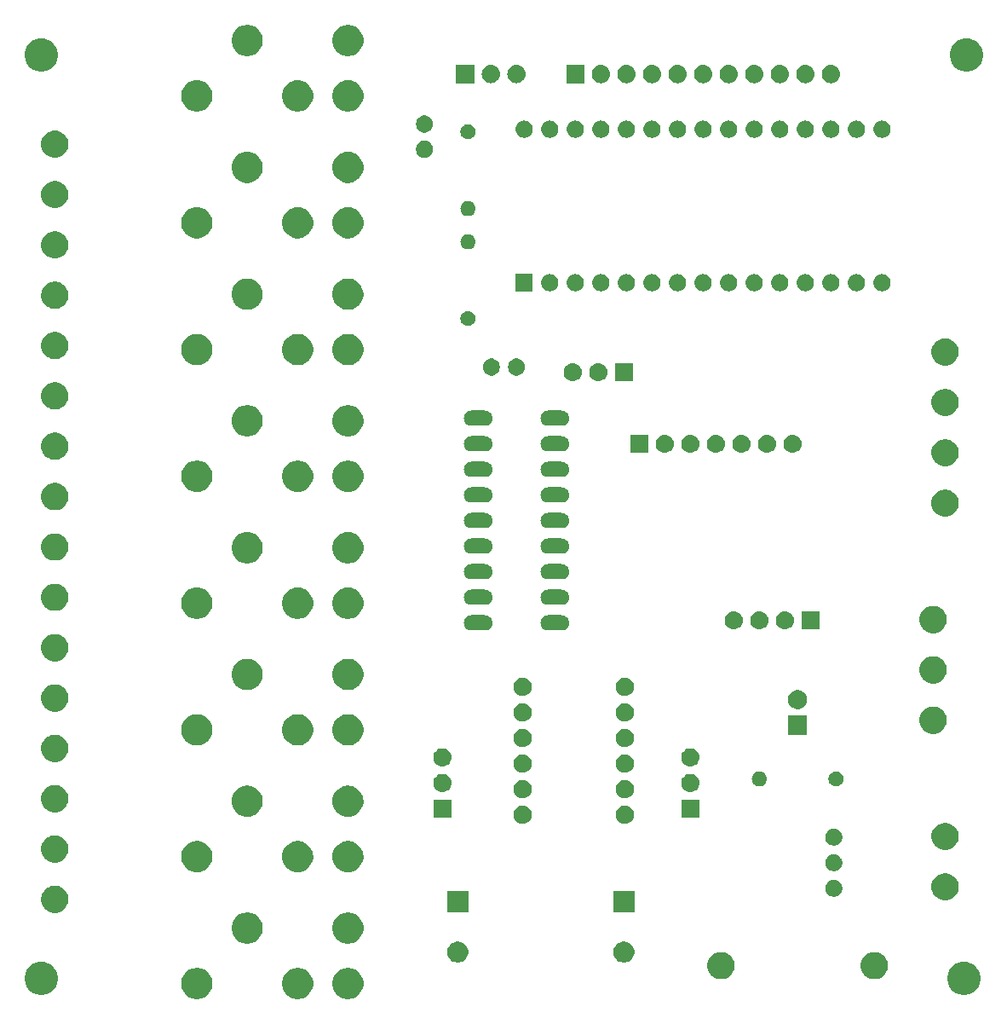
<source format=gbr>
G04 #@! TF.GenerationSoftware,KiCad,Pcbnew,(5.1.2)-2*
G04 #@! TF.CreationDate,2020-03-29T17:12:37-06:00*
G04 #@! TF.ProjectId,RC31,52433331-2e6b-4696-9361-645f70636258,rev?*
G04 #@! TF.SameCoordinates,Original*
G04 #@! TF.FileFunction,Soldermask,Top*
G04 #@! TF.FilePolarity,Negative*
%FSLAX46Y46*%
G04 Gerber Fmt 4.6, Leading zero omitted, Abs format (unit mm)*
G04 Created by KiCad (PCBNEW (5.1.2)-2) date 2020-03-29 17:12:37*
%MOMM*%
%LPD*%
G04 APERTURE LIST*
%ADD10C,0.100000*%
G04 APERTURE END LIST*
D10*
G36*
X84630585Y-144782802D02*
G01*
X84780410Y-144812604D01*
X85062674Y-144929521D01*
X85316705Y-145099259D01*
X85532741Y-145315295D01*
X85702479Y-145569326D01*
X85819396Y-145851590D01*
X85879000Y-146151240D01*
X85879000Y-146456760D01*
X85819396Y-146756410D01*
X85702479Y-147038674D01*
X85532741Y-147292705D01*
X85316705Y-147508741D01*
X85062674Y-147678479D01*
X84780410Y-147795396D01*
X84630585Y-147825198D01*
X84480761Y-147855000D01*
X84175239Y-147855000D01*
X84025415Y-147825198D01*
X83875590Y-147795396D01*
X83593326Y-147678479D01*
X83339295Y-147508741D01*
X83123259Y-147292705D01*
X82953521Y-147038674D01*
X82836604Y-146756410D01*
X82777000Y-146456760D01*
X82777000Y-146151240D01*
X82836604Y-145851590D01*
X82953521Y-145569326D01*
X83123259Y-145315295D01*
X83339295Y-145099259D01*
X83593326Y-144929521D01*
X83875590Y-144812604D01*
X84025415Y-144782802D01*
X84175239Y-144753000D01*
X84480761Y-144753000D01*
X84630585Y-144782802D01*
X84630585Y-144782802D01*
G37*
G36*
X79630585Y-144782802D02*
G01*
X79780410Y-144812604D01*
X80062674Y-144929521D01*
X80316705Y-145099259D01*
X80532741Y-145315295D01*
X80702479Y-145569326D01*
X80819396Y-145851590D01*
X80879000Y-146151240D01*
X80879000Y-146456760D01*
X80819396Y-146756410D01*
X80702479Y-147038674D01*
X80532741Y-147292705D01*
X80316705Y-147508741D01*
X80062674Y-147678479D01*
X79780410Y-147795396D01*
X79630585Y-147825198D01*
X79480761Y-147855000D01*
X79175239Y-147855000D01*
X79025415Y-147825198D01*
X78875590Y-147795396D01*
X78593326Y-147678479D01*
X78339295Y-147508741D01*
X78123259Y-147292705D01*
X77953521Y-147038674D01*
X77836604Y-146756410D01*
X77777000Y-146456760D01*
X77777000Y-146151240D01*
X77836604Y-145851590D01*
X77953521Y-145569326D01*
X78123259Y-145315295D01*
X78339295Y-145099259D01*
X78593326Y-144929521D01*
X78875590Y-144812604D01*
X79025415Y-144782802D01*
X79175239Y-144753000D01*
X79480761Y-144753000D01*
X79630585Y-144782802D01*
X79630585Y-144782802D01*
G37*
G36*
X69630585Y-144782802D02*
G01*
X69780410Y-144812604D01*
X70062674Y-144929521D01*
X70316705Y-145099259D01*
X70532741Y-145315295D01*
X70702479Y-145569326D01*
X70819396Y-145851590D01*
X70879000Y-146151240D01*
X70879000Y-146456760D01*
X70819396Y-146756410D01*
X70702479Y-147038674D01*
X70532741Y-147292705D01*
X70316705Y-147508741D01*
X70062674Y-147678479D01*
X69780410Y-147795396D01*
X69630585Y-147825198D01*
X69480761Y-147855000D01*
X69175239Y-147855000D01*
X69025415Y-147825198D01*
X68875590Y-147795396D01*
X68593326Y-147678479D01*
X68339295Y-147508741D01*
X68123259Y-147292705D01*
X67953521Y-147038674D01*
X67836604Y-146756410D01*
X67777000Y-146456760D01*
X67777000Y-146151240D01*
X67836604Y-145851590D01*
X67953521Y-145569326D01*
X68123259Y-145315295D01*
X68339295Y-145099259D01*
X68593326Y-144929521D01*
X68875590Y-144812604D01*
X69025415Y-144782802D01*
X69175239Y-144753000D01*
X69480761Y-144753000D01*
X69630585Y-144782802D01*
X69630585Y-144782802D01*
G37*
G36*
X145913797Y-144186610D02*
G01*
X146023579Y-144208447D01*
X146324042Y-144332903D01*
X146594451Y-144513585D01*
X146824415Y-144743549D01*
X147005097Y-145013958D01*
X147129553Y-145314421D01*
X147193000Y-145633391D01*
X147193000Y-145958609D01*
X147129553Y-146277579D01*
X147005097Y-146578042D01*
X146824415Y-146848451D01*
X146594451Y-147078415D01*
X146324042Y-147259097D01*
X146023579Y-147383553D01*
X145917256Y-147404702D01*
X145704611Y-147447000D01*
X145379389Y-147447000D01*
X145166744Y-147404702D01*
X145060421Y-147383553D01*
X144759958Y-147259097D01*
X144489549Y-147078415D01*
X144259585Y-146848451D01*
X144078903Y-146578042D01*
X143954447Y-146277579D01*
X143891000Y-145958609D01*
X143891000Y-145633391D01*
X143954447Y-145314421D01*
X144078903Y-145013958D01*
X144259585Y-144743549D01*
X144489549Y-144513585D01*
X144759958Y-144332903D01*
X145060421Y-144208447D01*
X145170203Y-144186610D01*
X145379389Y-144145000D01*
X145704611Y-144145000D01*
X145913797Y-144186610D01*
X145913797Y-144186610D01*
G37*
G36*
X54219797Y-144186610D02*
G01*
X54329579Y-144208447D01*
X54630042Y-144332903D01*
X54900451Y-144513585D01*
X55130415Y-144743549D01*
X55311097Y-145013958D01*
X55435553Y-145314421D01*
X55499000Y-145633391D01*
X55499000Y-145958609D01*
X55435553Y-146277579D01*
X55311097Y-146578042D01*
X55130415Y-146848451D01*
X54900451Y-147078415D01*
X54630042Y-147259097D01*
X54329579Y-147383553D01*
X54223256Y-147404702D01*
X54010611Y-147447000D01*
X53685389Y-147447000D01*
X53472744Y-147404702D01*
X53366421Y-147383553D01*
X53065958Y-147259097D01*
X52795549Y-147078415D01*
X52565585Y-146848451D01*
X52384903Y-146578042D01*
X52260447Y-146277579D01*
X52197000Y-145958609D01*
X52197000Y-145633391D01*
X52260447Y-145314421D01*
X52384903Y-145013958D01*
X52565585Y-144743549D01*
X52795549Y-144513585D01*
X53065958Y-144332903D01*
X53366421Y-144208447D01*
X53476203Y-144186610D01*
X53685389Y-144145000D01*
X54010611Y-144145000D01*
X54219797Y-144186610D01*
X54219797Y-144186610D01*
G37*
G36*
X121675684Y-143200371D02*
G01*
X121806247Y-143226341D01*
X122052223Y-143328227D01*
X122273595Y-143476144D01*
X122461856Y-143664405D01*
X122609773Y-143885777D01*
X122711659Y-144131753D01*
X122763600Y-144392879D01*
X122763600Y-144659121D01*
X122711659Y-144920247D01*
X122609773Y-145166223D01*
X122461856Y-145387595D01*
X122273595Y-145575856D01*
X122052223Y-145723773D01*
X121806247Y-145825659D01*
X121675883Y-145851590D01*
X121545122Y-145877600D01*
X121278878Y-145877600D01*
X121148117Y-145851590D01*
X121017753Y-145825659D01*
X120771777Y-145723773D01*
X120550405Y-145575856D01*
X120362144Y-145387595D01*
X120214227Y-145166223D01*
X120112341Y-144920247D01*
X120060400Y-144659121D01*
X120060400Y-144392879D01*
X120112341Y-144131753D01*
X120214227Y-143885777D01*
X120362144Y-143664405D01*
X120550405Y-143476144D01*
X120771777Y-143328227D01*
X121017753Y-143226341D01*
X121148316Y-143200371D01*
X121278878Y-143174400D01*
X121545122Y-143174400D01*
X121675684Y-143200371D01*
X121675684Y-143200371D01*
G37*
G36*
X136915684Y-143200371D02*
G01*
X137046247Y-143226341D01*
X137292223Y-143328227D01*
X137513595Y-143476144D01*
X137701856Y-143664405D01*
X137849773Y-143885777D01*
X137951659Y-144131753D01*
X138003600Y-144392879D01*
X138003600Y-144659121D01*
X137951659Y-144920247D01*
X137849773Y-145166223D01*
X137701856Y-145387595D01*
X137513595Y-145575856D01*
X137292223Y-145723773D01*
X137046247Y-145825659D01*
X136915883Y-145851590D01*
X136785122Y-145877600D01*
X136518878Y-145877600D01*
X136388117Y-145851590D01*
X136257753Y-145825659D01*
X136011777Y-145723773D01*
X135790405Y-145575856D01*
X135602144Y-145387595D01*
X135454227Y-145166223D01*
X135352341Y-144920247D01*
X135300400Y-144659121D01*
X135300400Y-144392879D01*
X135352341Y-144131753D01*
X135454227Y-143885777D01*
X135602144Y-143664405D01*
X135790405Y-143476144D01*
X136011777Y-143328227D01*
X136257753Y-143226341D01*
X136388316Y-143200371D01*
X136518878Y-143174400D01*
X136785122Y-143174400D01*
X136915684Y-143200371D01*
X136915684Y-143200371D01*
G37*
G36*
X95556564Y-142165389D02*
G01*
X95747833Y-142244615D01*
X95747835Y-142244616D01*
X95913036Y-142355000D01*
X95919973Y-142359635D01*
X96066365Y-142506027D01*
X96181385Y-142678167D01*
X96260611Y-142869436D01*
X96301000Y-143072484D01*
X96301000Y-143279516D01*
X96260611Y-143482564D01*
X96185290Y-143664405D01*
X96181384Y-143673835D01*
X96066365Y-143845973D01*
X95919973Y-143992365D01*
X95747835Y-144107384D01*
X95747834Y-144107385D01*
X95747833Y-144107385D01*
X95556564Y-144186611D01*
X95353516Y-144227000D01*
X95146484Y-144227000D01*
X94943436Y-144186611D01*
X94752167Y-144107385D01*
X94752166Y-144107385D01*
X94752165Y-144107384D01*
X94580027Y-143992365D01*
X94433635Y-143845973D01*
X94318616Y-143673835D01*
X94314710Y-143664405D01*
X94239389Y-143482564D01*
X94199000Y-143279516D01*
X94199000Y-143072484D01*
X94239389Y-142869436D01*
X94318615Y-142678167D01*
X94433635Y-142506027D01*
X94580027Y-142359635D01*
X94586964Y-142355000D01*
X94752165Y-142244616D01*
X94752167Y-142244615D01*
X94943436Y-142165389D01*
X95146484Y-142125000D01*
X95353516Y-142125000D01*
X95556564Y-142165389D01*
X95556564Y-142165389D01*
G37*
G36*
X112066564Y-142165389D02*
G01*
X112257833Y-142244615D01*
X112257835Y-142244616D01*
X112423036Y-142355000D01*
X112429973Y-142359635D01*
X112576365Y-142506027D01*
X112691385Y-142678167D01*
X112770611Y-142869436D01*
X112811000Y-143072484D01*
X112811000Y-143279516D01*
X112770611Y-143482564D01*
X112695290Y-143664405D01*
X112691384Y-143673835D01*
X112576365Y-143845973D01*
X112429973Y-143992365D01*
X112257835Y-144107384D01*
X112257834Y-144107385D01*
X112257833Y-144107385D01*
X112066564Y-144186611D01*
X111863516Y-144227000D01*
X111656484Y-144227000D01*
X111453436Y-144186611D01*
X111262167Y-144107385D01*
X111262166Y-144107385D01*
X111262165Y-144107384D01*
X111090027Y-143992365D01*
X110943635Y-143845973D01*
X110828616Y-143673835D01*
X110824710Y-143664405D01*
X110749389Y-143482564D01*
X110709000Y-143279516D01*
X110709000Y-143072484D01*
X110749389Y-142869436D01*
X110828615Y-142678167D01*
X110943635Y-142506027D01*
X111090027Y-142359635D01*
X111096964Y-142355000D01*
X111262165Y-142244616D01*
X111262167Y-142244615D01*
X111453436Y-142165389D01*
X111656484Y-142125000D01*
X111863516Y-142125000D01*
X112066564Y-142165389D01*
X112066564Y-142165389D01*
G37*
G36*
X84630585Y-139282802D02*
G01*
X84780410Y-139312604D01*
X85062674Y-139429521D01*
X85316705Y-139599259D01*
X85532741Y-139815295D01*
X85702479Y-140069326D01*
X85819396Y-140351590D01*
X85879000Y-140651240D01*
X85879000Y-140956760D01*
X85819396Y-141256410D01*
X85702479Y-141538674D01*
X85532741Y-141792705D01*
X85316705Y-142008741D01*
X85062674Y-142178479D01*
X84780410Y-142295396D01*
X84630585Y-142325198D01*
X84480761Y-142355000D01*
X84175239Y-142355000D01*
X84025415Y-142325198D01*
X83875590Y-142295396D01*
X83593326Y-142178479D01*
X83339295Y-142008741D01*
X83123259Y-141792705D01*
X82953521Y-141538674D01*
X82836604Y-141256410D01*
X82777000Y-140956760D01*
X82777000Y-140651240D01*
X82836604Y-140351590D01*
X82953521Y-140069326D01*
X83123259Y-139815295D01*
X83339295Y-139599259D01*
X83593326Y-139429521D01*
X83875590Y-139312604D01*
X84025415Y-139282802D01*
X84175239Y-139253000D01*
X84480761Y-139253000D01*
X84630585Y-139282802D01*
X84630585Y-139282802D01*
G37*
G36*
X74630585Y-139282802D02*
G01*
X74780410Y-139312604D01*
X75062674Y-139429521D01*
X75316705Y-139599259D01*
X75532741Y-139815295D01*
X75702479Y-140069326D01*
X75819396Y-140351590D01*
X75879000Y-140651240D01*
X75879000Y-140956760D01*
X75819396Y-141256410D01*
X75702479Y-141538674D01*
X75532741Y-141792705D01*
X75316705Y-142008741D01*
X75062674Y-142178479D01*
X74780410Y-142295396D01*
X74630585Y-142325198D01*
X74480761Y-142355000D01*
X74175239Y-142355000D01*
X74025415Y-142325198D01*
X73875590Y-142295396D01*
X73593326Y-142178479D01*
X73339295Y-142008741D01*
X73123259Y-141792705D01*
X72953521Y-141538674D01*
X72836604Y-141256410D01*
X72777000Y-140956760D01*
X72777000Y-140651240D01*
X72836604Y-140351590D01*
X72953521Y-140069326D01*
X73123259Y-139815295D01*
X73339295Y-139599259D01*
X73593326Y-139429521D01*
X73875590Y-139312604D01*
X74025415Y-139282802D01*
X74175239Y-139253000D01*
X74480761Y-139253000D01*
X74630585Y-139282802D01*
X74630585Y-139282802D01*
G37*
G36*
X55592072Y-136652918D02*
G01*
X55837939Y-136754759D01*
X55863556Y-136771876D01*
X56059211Y-136902609D01*
X56247391Y-137090789D01*
X56254861Y-137101969D01*
X56357735Y-137255929D01*
X56395242Y-137312063D01*
X56497082Y-137557928D01*
X56519114Y-137668688D01*
X56549000Y-137818938D01*
X56549000Y-138085062D01*
X56497082Y-138346072D01*
X56395241Y-138591939D01*
X56247390Y-138813212D01*
X56059212Y-139001390D01*
X55837939Y-139149241D01*
X55837938Y-139149242D01*
X55837937Y-139149242D01*
X55592072Y-139251082D01*
X55331063Y-139303000D01*
X55064937Y-139303000D01*
X54803928Y-139251082D01*
X54558063Y-139149242D01*
X54558062Y-139149242D01*
X54558061Y-139149241D01*
X54336788Y-139001390D01*
X54148610Y-138813212D01*
X54000759Y-138591939D01*
X53898918Y-138346072D01*
X53847000Y-138085062D01*
X53847000Y-137818938D01*
X53876887Y-137668688D01*
X53898918Y-137557928D01*
X54000758Y-137312063D01*
X54038266Y-137255929D01*
X54141139Y-137101969D01*
X54148609Y-137090789D01*
X54336789Y-136902609D01*
X54532444Y-136771876D01*
X54558061Y-136754759D01*
X54803928Y-136652918D01*
X55064937Y-136601000D01*
X55331063Y-136601000D01*
X55592072Y-136652918D01*
X55592072Y-136652918D01*
G37*
G36*
X112811000Y-139227000D02*
G01*
X110709000Y-139227000D01*
X110709000Y-137125000D01*
X112811000Y-137125000D01*
X112811000Y-139227000D01*
X112811000Y-139227000D01*
G37*
G36*
X96301000Y-139227000D02*
G01*
X94199000Y-139227000D01*
X94199000Y-137125000D01*
X96301000Y-137125000D01*
X96301000Y-139227000D01*
X96301000Y-139227000D01*
G37*
G36*
X144078072Y-135392918D02*
G01*
X144323939Y-135494759D01*
X144435328Y-135569187D01*
X144545211Y-135642609D01*
X144733391Y-135830789D01*
X144881242Y-136052063D01*
X144983082Y-136297928D01*
X145035000Y-136558937D01*
X145035000Y-136825063D01*
X144983082Y-137086072D01*
X144912725Y-137255931D01*
X144881241Y-137331939D01*
X144733390Y-137553212D01*
X144545212Y-137741390D01*
X144323939Y-137889241D01*
X144323938Y-137889242D01*
X144323937Y-137889242D01*
X144078072Y-137991082D01*
X143817063Y-138043000D01*
X143550937Y-138043000D01*
X143289928Y-137991082D01*
X143044063Y-137889242D01*
X143044062Y-137889242D01*
X143044061Y-137889241D01*
X142822788Y-137741390D01*
X142634610Y-137553212D01*
X142486759Y-137331939D01*
X142455276Y-137255931D01*
X142384918Y-137086072D01*
X142333000Y-136825063D01*
X142333000Y-136558937D01*
X142384918Y-136297928D01*
X142486758Y-136052063D01*
X142634609Y-135830789D01*
X142822789Y-135642609D01*
X142932672Y-135569187D01*
X143044061Y-135494759D01*
X143289928Y-135392918D01*
X143550937Y-135341000D01*
X143817063Y-135341000D01*
X144078072Y-135392918D01*
X144078072Y-135392918D01*
G37*
G36*
X132873768Y-136041711D02*
G01*
X133027729Y-136105484D01*
X133027731Y-136105485D01*
X133166293Y-136198069D01*
X133284131Y-136315907D01*
X133376716Y-136454471D01*
X133440489Y-136608432D01*
X133473000Y-136771875D01*
X133473000Y-136938525D01*
X133440489Y-137101968D01*
X133376716Y-137255929D01*
X133376715Y-137255931D01*
X133284131Y-137394493D01*
X133166293Y-137512331D01*
X133027731Y-137604915D01*
X133027730Y-137604916D01*
X133027729Y-137604916D01*
X132873768Y-137668689D01*
X132710325Y-137701200D01*
X132543675Y-137701200D01*
X132380232Y-137668689D01*
X132226271Y-137604916D01*
X132226270Y-137604916D01*
X132226269Y-137604915D01*
X132087707Y-137512331D01*
X131969869Y-137394493D01*
X131877285Y-137255931D01*
X131877284Y-137255929D01*
X131813511Y-137101968D01*
X131781000Y-136938525D01*
X131781000Y-136771875D01*
X131813511Y-136608432D01*
X131877284Y-136454471D01*
X131969869Y-136315907D01*
X132087707Y-136198069D01*
X132226269Y-136105485D01*
X132226271Y-136105484D01*
X132380232Y-136041711D01*
X132543675Y-136009200D01*
X132710325Y-136009200D01*
X132873768Y-136041711D01*
X132873768Y-136041711D01*
G37*
G36*
X79630585Y-132191654D02*
G01*
X79780410Y-132221456D01*
X80062674Y-132338373D01*
X80316705Y-132508111D01*
X80532741Y-132724147D01*
X80702479Y-132978178D01*
X80819396Y-133260442D01*
X80819396Y-133260443D01*
X80860921Y-133469200D01*
X80879000Y-133560092D01*
X80879000Y-133865612D01*
X80819396Y-134165262D01*
X80702479Y-134447526D01*
X80532741Y-134701557D01*
X80316705Y-134917593D01*
X80062674Y-135087331D01*
X79780410Y-135204248D01*
X79630585Y-135234050D01*
X79480761Y-135263852D01*
X79175239Y-135263852D01*
X79025415Y-135234050D01*
X78875590Y-135204248D01*
X78593326Y-135087331D01*
X78339295Y-134917593D01*
X78123259Y-134701557D01*
X77953521Y-134447526D01*
X77836604Y-134165262D01*
X77777000Y-133865612D01*
X77777000Y-133560092D01*
X77795080Y-133469200D01*
X77836604Y-133260443D01*
X77836604Y-133260442D01*
X77953521Y-132978178D01*
X78123259Y-132724147D01*
X78339295Y-132508111D01*
X78593326Y-132338373D01*
X78875590Y-132221456D01*
X79025415Y-132191654D01*
X79175239Y-132161852D01*
X79480761Y-132161852D01*
X79630585Y-132191654D01*
X79630585Y-132191654D01*
G37*
G36*
X69630585Y-132191654D02*
G01*
X69780410Y-132221456D01*
X70062674Y-132338373D01*
X70316705Y-132508111D01*
X70532741Y-132724147D01*
X70702479Y-132978178D01*
X70819396Y-133260442D01*
X70819396Y-133260443D01*
X70860921Y-133469200D01*
X70879000Y-133560092D01*
X70879000Y-133865612D01*
X70819396Y-134165262D01*
X70702479Y-134447526D01*
X70532741Y-134701557D01*
X70316705Y-134917593D01*
X70062674Y-135087331D01*
X69780410Y-135204248D01*
X69630585Y-135234050D01*
X69480761Y-135263852D01*
X69175239Y-135263852D01*
X69025415Y-135234050D01*
X68875590Y-135204248D01*
X68593326Y-135087331D01*
X68339295Y-134917593D01*
X68123259Y-134701557D01*
X67953521Y-134447526D01*
X67836604Y-134165262D01*
X67777000Y-133865612D01*
X67777000Y-133560092D01*
X67795080Y-133469200D01*
X67836604Y-133260443D01*
X67836604Y-133260442D01*
X67953521Y-132978178D01*
X68123259Y-132724147D01*
X68339295Y-132508111D01*
X68593326Y-132338373D01*
X68875590Y-132221456D01*
X69025415Y-132191654D01*
X69175239Y-132161852D01*
X69480761Y-132161852D01*
X69630585Y-132191654D01*
X69630585Y-132191654D01*
G37*
G36*
X84630585Y-132191654D02*
G01*
X84780410Y-132221456D01*
X85062674Y-132338373D01*
X85316705Y-132508111D01*
X85532741Y-132724147D01*
X85702479Y-132978178D01*
X85819396Y-133260442D01*
X85819396Y-133260443D01*
X85860921Y-133469200D01*
X85879000Y-133560092D01*
X85879000Y-133865612D01*
X85819396Y-134165262D01*
X85702479Y-134447526D01*
X85532741Y-134701557D01*
X85316705Y-134917593D01*
X85062674Y-135087331D01*
X84780410Y-135204248D01*
X84630585Y-135234050D01*
X84480761Y-135263852D01*
X84175239Y-135263852D01*
X84025415Y-135234050D01*
X83875590Y-135204248D01*
X83593326Y-135087331D01*
X83339295Y-134917593D01*
X83123259Y-134701557D01*
X82953521Y-134447526D01*
X82836604Y-134165262D01*
X82777000Y-133865612D01*
X82777000Y-133560092D01*
X82795080Y-133469200D01*
X82836604Y-133260443D01*
X82836604Y-133260442D01*
X82953521Y-132978178D01*
X83123259Y-132724147D01*
X83339295Y-132508111D01*
X83593326Y-132338373D01*
X83875590Y-132221456D01*
X84025415Y-132191654D01*
X84175239Y-132161852D01*
X84480761Y-132161852D01*
X84630585Y-132191654D01*
X84630585Y-132191654D01*
G37*
G36*
X132873768Y-133501711D02*
G01*
X133027729Y-133565484D01*
X133027731Y-133565485D01*
X133166293Y-133658069D01*
X133284131Y-133775907D01*
X133344071Y-133865613D01*
X133376716Y-133914471D01*
X133440489Y-134068432D01*
X133473000Y-134231875D01*
X133473000Y-134398525D01*
X133440489Y-134561968D01*
X133382669Y-134701557D01*
X133376715Y-134715931D01*
X133284131Y-134854493D01*
X133166293Y-134972331D01*
X133027731Y-135064915D01*
X133027730Y-135064916D01*
X133027729Y-135064916D01*
X132873768Y-135128689D01*
X132710325Y-135161200D01*
X132543675Y-135161200D01*
X132380232Y-135128689D01*
X132226271Y-135064916D01*
X132226270Y-135064916D01*
X132226269Y-135064915D01*
X132087707Y-134972331D01*
X131969869Y-134854493D01*
X131877285Y-134715931D01*
X131871331Y-134701557D01*
X131813511Y-134561968D01*
X131781000Y-134398525D01*
X131781000Y-134231875D01*
X131813511Y-134068432D01*
X131877284Y-133914471D01*
X131909930Y-133865613D01*
X131969869Y-133775907D01*
X132087707Y-133658069D01*
X132226269Y-133565485D01*
X132226271Y-133565484D01*
X132380232Y-133501711D01*
X132543675Y-133469200D01*
X132710325Y-133469200D01*
X132873768Y-133501711D01*
X132873768Y-133501711D01*
G37*
G36*
X55592072Y-131652918D02*
G01*
X55686126Y-131691876D01*
X55837939Y-131754759D01*
X55943154Y-131825062D01*
X56059211Y-131902609D01*
X56247391Y-132090789D01*
X56395242Y-132312063D01*
X56497082Y-132557928D01*
X56549000Y-132818937D01*
X56549000Y-133085063D01*
X56497082Y-133346072D01*
X56408433Y-133560092D01*
X56395241Y-133591939D01*
X56247390Y-133813212D01*
X56059212Y-134001390D01*
X55837939Y-134149241D01*
X55837938Y-134149242D01*
X55837937Y-134149242D01*
X55592072Y-134251082D01*
X55331063Y-134303000D01*
X55064937Y-134303000D01*
X54803928Y-134251082D01*
X54558063Y-134149242D01*
X54558062Y-134149242D01*
X54558061Y-134149241D01*
X54336788Y-134001390D01*
X54148610Y-133813212D01*
X54000759Y-133591939D01*
X53987568Y-133560092D01*
X53898918Y-133346072D01*
X53847000Y-133085063D01*
X53847000Y-132818937D01*
X53898918Y-132557928D01*
X54000758Y-132312063D01*
X54148609Y-132090789D01*
X54336789Y-131902609D01*
X54452846Y-131825062D01*
X54558061Y-131754759D01*
X54709875Y-131691876D01*
X54803928Y-131652918D01*
X55064937Y-131601000D01*
X55331063Y-131601000D01*
X55592072Y-131652918D01*
X55592072Y-131652918D01*
G37*
G36*
X144078072Y-130392918D02*
G01*
X144323939Y-130494759D01*
X144545212Y-130642610D01*
X144733390Y-130830788D01*
X144881241Y-131052061D01*
X144983082Y-131297928D01*
X145035000Y-131558938D01*
X145035000Y-131825062D01*
X144983082Y-132086072D01*
X144881241Y-132331939D01*
X144733390Y-132553212D01*
X144545212Y-132741390D01*
X144323939Y-132889241D01*
X144323938Y-132889242D01*
X144323937Y-132889242D01*
X144078072Y-132991082D01*
X143817063Y-133043000D01*
X143550937Y-133043000D01*
X143289928Y-132991082D01*
X143044063Y-132889242D01*
X143044062Y-132889242D01*
X143044061Y-132889241D01*
X142822788Y-132741390D01*
X142634610Y-132553212D01*
X142486759Y-132331939D01*
X142384918Y-132086072D01*
X142333000Y-131825062D01*
X142333000Y-131558938D01*
X142384918Y-131297928D01*
X142486759Y-131052061D01*
X142634610Y-130830788D01*
X142822788Y-130642610D01*
X143044061Y-130494759D01*
X143289928Y-130392918D01*
X143550937Y-130341000D01*
X143817063Y-130341000D01*
X144078072Y-130392918D01*
X144078072Y-130392918D01*
G37*
G36*
X132873768Y-130961711D02*
G01*
X133027729Y-131025484D01*
X133027731Y-131025485D01*
X133067505Y-131052061D01*
X133166293Y-131118069D01*
X133284131Y-131235907D01*
X133376716Y-131374471D01*
X133440489Y-131528432D01*
X133473000Y-131691875D01*
X133473000Y-131858525D01*
X133440489Y-132021968D01*
X133411982Y-132090789D01*
X133376715Y-132175931D01*
X133284131Y-132314493D01*
X133166293Y-132432331D01*
X133027731Y-132524915D01*
X133027730Y-132524916D01*
X133027729Y-132524916D01*
X132873768Y-132588689D01*
X132710325Y-132621200D01*
X132543675Y-132621200D01*
X132380232Y-132588689D01*
X132226271Y-132524916D01*
X132226270Y-132524916D01*
X132226269Y-132524915D01*
X132087707Y-132432331D01*
X131969869Y-132314493D01*
X131877285Y-132175931D01*
X131842018Y-132090789D01*
X131813511Y-132021968D01*
X131781000Y-131858525D01*
X131781000Y-131691875D01*
X131813511Y-131528432D01*
X131877284Y-131374471D01*
X131969869Y-131235907D01*
X132087707Y-131118069D01*
X132186495Y-131052061D01*
X132226269Y-131025485D01*
X132226271Y-131025484D01*
X132380232Y-130961711D01*
X132543675Y-130929200D01*
X132710325Y-130929200D01*
X132873768Y-130961711D01*
X132873768Y-130961711D01*
G37*
G36*
X101808511Y-128643927D02*
G01*
X101957811Y-128673624D01*
X102121783Y-128741544D01*
X102269353Y-128840147D01*
X102394852Y-128965646D01*
X102493455Y-129113216D01*
X102561375Y-129277188D01*
X102595999Y-129451259D01*
X102595999Y-129628741D01*
X102561375Y-129802812D01*
X102493455Y-129966784D01*
X102394852Y-130114354D01*
X102269353Y-130239853D01*
X102121783Y-130338456D01*
X101957811Y-130406376D01*
X101808511Y-130436073D01*
X101783741Y-130441000D01*
X101606257Y-130441000D01*
X101581487Y-130436073D01*
X101432187Y-130406376D01*
X101268215Y-130338456D01*
X101120645Y-130239853D01*
X100995146Y-130114354D01*
X100896543Y-129966784D01*
X100828623Y-129802812D01*
X100793999Y-129628741D01*
X100793999Y-129451259D01*
X100828623Y-129277188D01*
X100896543Y-129113216D01*
X100995146Y-128965646D01*
X101120645Y-128840147D01*
X101268215Y-128741544D01*
X101432187Y-128673624D01*
X101581487Y-128643927D01*
X101606257Y-128639000D01*
X101783741Y-128639000D01*
X101808511Y-128643927D01*
X101808511Y-128643927D01*
G37*
G36*
X111968511Y-128643927D02*
G01*
X112117811Y-128673624D01*
X112281783Y-128741544D01*
X112429353Y-128840147D01*
X112554852Y-128965646D01*
X112653455Y-129113216D01*
X112721375Y-129277188D01*
X112755999Y-129451259D01*
X112755999Y-129628741D01*
X112721375Y-129802812D01*
X112653455Y-129966784D01*
X112554852Y-130114354D01*
X112429353Y-130239853D01*
X112281783Y-130338456D01*
X112117811Y-130406376D01*
X111968511Y-130436073D01*
X111943741Y-130441000D01*
X111766257Y-130441000D01*
X111741487Y-130436073D01*
X111592187Y-130406376D01*
X111428215Y-130338456D01*
X111280645Y-130239853D01*
X111155146Y-130114354D01*
X111056543Y-129966784D01*
X110988623Y-129802812D01*
X110953999Y-129628741D01*
X110953999Y-129451259D01*
X110988623Y-129277188D01*
X111056543Y-129113216D01*
X111155146Y-128965646D01*
X111280645Y-128840147D01*
X111428215Y-128741544D01*
X111592187Y-128673624D01*
X111741487Y-128643927D01*
X111766257Y-128639000D01*
X111943741Y-128639000D01*
X111968511Y-128643927D01*
X111968511Y-128643927D01*
G37*
G36*
X119265000Y-129819000D02*
G01*
X117463000Y-129819000D01*
X117463000Y-128017000D01*
X119265000Y-128017000D01*
X119265000Y-129819000D01*
X119265000Y-129819000D01*
G37*
G36*
X94627000Y-129819000D02*
G01*
X92825000Y-129819000D01*
X92825000Y-128017000D01*
X94627000Y-128017000D01*
X94627000Y-129819000D01*
X94627000Y-129819000D01*
G37*
G36*
X84577974Y-126681189D02*
G01*
X84780410Y-126721456D01*
X85062674Y-126838373D01*
X85316705Y-127008111D01*
X85532741Y-127224147D01*
X85702479Y-127478178D01*
X85819396Y-127760442D01*
X85847355Y-127901000D01*
X85870429Y-128017000D01*
X85879000Y-128060092D01*
X85879000Y-128365612D01*
X85819396Y-128665262D01*
X85702479Y-128947526D01*
X85532741Y-129201557D01*
X85316705Y-129417593D01*
X85062674Y-129587331D01*
X84780410Y-129704248D01*
X84630585Y-129734050D01*
X84480761Y-129763852D01*
X84175239Y-129763852D01*
X84025415Y-129734050D01*
X83875590Y-129704248D01*
X83593326Y-129587331D01*
X83339295Y-129417593D01*
X83123259Y-129201557D01*
X82953521Y-128947526D01*
X82836604Y-128665262D01*
X82777000Y-128365612D01*
X82777000Y-128060092D01*
X82785572Y-128017000D01*
X82808645Y-127901000D01*
X82836604Y-127760442D01*
X82953521Y-127478178D01*
X83123259Y-127224147D01*
X83339295Y-127008111D01*
X83593326Y-126838373D01*
X83875590Y-126721456D01*
X84078026Y-126681189D01*
X84175239Y-126661852D01*
X84480761Y-126661852D01*
X84577974Y-126681189D01*
X84577974Y-126681189D01*
G37*
G36*
X74577974Y-126681189D02*
G01*
X74780410Y-126721456D01*
X75062674Y-126838373D01*
X75316705Y-127008111D01*
X75532741Y-127224147D01*
X75702479Y-127478178D01*
X75819396Y-127760442D01*
X75847355Y-127901000D01*
X75870429Y-128017000D01*
X75879000Y-128060092D01*
X75879000Y-128365612D01*
X75819396Y-128665262D01*
X75702479Y-128947526D01*
X75532741Y-129201557D01*
X75316705Y-129417593D01*
X75062674Y-129587331D01*
X74780410Y-129704248D01*
X74630585Y-129734050D01*
X74480761Y-129763852D01*
X74175239Y-129763852D01*
X74025415Y-129734050D01*
X73875590Y-129704248D01*
X73593326Y-129587331D01*
X73339295Y-129417593D01*
X73123259Y-129201557D01*
X72953521Y-128947526D01*
X72836604Y-128665262D01*
X72777000Y-128365612D01*
X72777000Y-128060092D01*
X72785572Y-128017000D01*
X72808645Y-127901000D01*
X72836604Y-127760442D01*
X72953521Y-127478178D01*
X73123259Y-127224147D01*
X73339295Y-127008111D01*
X73593326Y-126838373D01*
X73875590Y-126721456D01*
X74078026Y-126681189D01*
X74175239Y-126661852D01*
X74480761Y-126661852D01*
X74577974Y-126681189D01*
X74577974Y-126681189D01*
G37*
G36*
X55592072Y-126652918D02*
G01*
X55790237Y-126735000D01*
X55837939Y-126754759D01*
X55949328Y-126829187D01*
X56059211Y-126902609D01*
X56247391Y-127090789D01*
X56320813Y-127200672D01*
X56362334Y-127262812D01*
X56395242Y-127312063D01*
X56497082Y-127557928D01*
X56537365Y-127760442D01*
X56549000Y-127818938D01*
X56549000Y-128085062D01*
X56497082Y-128346072D01*
X56395241Y-128591939D01*
X56346248Y-128665261D01*
X56295278Y-128741544D01*
X56247390Y-128813212D01*
X56059212Y-129001390D01*
X55837939Y-129149241D01*
X55837938Y-129149242D01*
X55837937Y-129149242D01*
X55592072Y-129251082D01*
X55331063Y-129303000D01*
X55064937Y-129303000D01*
X54803928Y-129251082D01*
X54558063Y-129149242D01*
X54558062Y-129149242D01*
X54558061Y-129149241D01*
X54336788Y-129001390D01*
X54148610Y-128813212D01*
X54100723Y-128741544D01*
X54049752Y-128665261D01*
X54000759Y-128591939D01*
X53898918Y-128346072D01*
X53847000Y-128085062D01*
X53847000Y-127818938D01*
X53858636Y-127760442D01*
X53898918Y-127557928D01*
X54000758Y-127312063D01*
X54033667Y-127262812D01*
X54075187Y-127200672D01*
X54148609Y-127090789D01*
X54336789Y-126902609D01*
X54446672Y-126829187D01*
X54558061Y-126754759D01*
X54605764Y-126735000D01*
X54803928Y-126652918D01*
X55064937Y-126601000D01*
X55331063Y-126601000D01*
X55592072Y-126652918D01*
X55592072Y-126652918D01*
G37*
G36*
X101808511Y-126103927D02*
G01*
X101957811Y-126133624D01*
X102121783Y-126201544D01*
X102269353Y-126300147D01*
X102394852Y-126425646D01*
X102493455Y-126573216D01*
X102561375Y-126737188D01*
X102581501Y-126838373D01*
X102594279Y-126902609D01*
X102595999Y-126911259D01*
X102595999Y-127088741D01*
X102561375Y-127262812D01*
X102493455Y-127426784D01*
X102394852Y-127574354D01*
X102269353Y-127699853D01*
X102121783Y-127798456D01*
X101957811Y-127866376D01*
X101808511Y-127896073D01*
X101783741Y-127901000D01*
X101606257Y-127901000D01*
X101581487Y-127896073D01*
X101432187Y-127866376D01*
X101268215Y-127798456D01*
X101120645Y-127699853D01*
X100995146Y-127574354D01*
X100896543Y-127426784D01*
X100828623Y-127262812D01*
X100793999Y-127088741D01*
X100793999Y-126911259D01*
X100795720Y-126902609D01*
X100808497Y-126838373D01*
X100828623Y-126737188D01*
X100896543Y-126573216D01*
X100995146Y-126425646D01*
X101120645Y-126300147D01*
X101268215Y-126201544D01*
X101432187Y-126133624D01*
X101581487Y-126103927D01*
X101606257Y-126099000D01*
X101783741Y-126099000D01*
X101808511Y-126103927D01*
X101808511Y-126103927D01*
G37*
G36*
X111968511Y-126103927D02*
G01*
X112117811Y-126133624D01*
X112281783Y-126201544D01*
X112429353Y-126300147D01*
X112554852Y-126425646D01*
X112653455Y-126573216D01*
X112721375Y-126737188D01*
X112741501Y-126838373D01*
X112754279Y-126902609D01*
X112755999Y-126911259D01*
X112755999Y-127088741D01*
X112721375Y-127262812D01*
X112653455Y-127426784D01*
X112554852Y-127574354D01*
X112429353Y-127699853D01*
X112281783Y-127798456D01*
X112117811Y-127866376D01*
X111968511Y-127896073D01*
X111943741Y-127901000D01*
X111766257Y-127901000D01*
X111741487Y-127896073D01*
X111592187Y-127866376D01*
X111428215Y-127798456D01*
X111280645Y-127699853D01*
X111155146Y-127574354D01*
X111056543Y-127426784D01*
X110988623Y-127262812D01*
X110953999Y-127088741D01*
X110953999Y-126911259D01*
X110955720Y-126902609D01*
X110968497Y-126838373D01*
X110988623Y-126737188D01*
X111056543Y-126573216D01*
X111155146Y-126425646D01*
X111280645Y-126300147D01*
X111428215Y-126201544D01*
X111592187Y-126133624D01*
X111741487Y-126103927D01*
X111766257Y-126099000D01*
X111943741Y-126099000D01*
X111968511Y-126103927D01*
X111968511Y-126103927D01*
G37*
G36*
X118474442Y-125483518D02*
G01*
X118540627Y-125490037D01*
X118710466Y-125541557D01*
X118866991Y-125625222D01*
X118902729Y-125654552D01*
X119004186Y-125737814D01*
X119085402Y-125836778D01*
X119116778Y-125875009D01*
X119200443Y-126031534D01*
X119251963Y-126201373D01*
X119269359Y-126378000D01*
X119251963Y-126554627D01*
X119206002Y-126706140D01*
X119200442Y-126724468D01*
X119184251Y-126754759D01*
X119116778Y-126880991D01*
X119087448Y-126916729D01*
X119004186Y-127018186D01*
X118902729Y-127101448D01*
X118866991Y-127130778D01*
X118710466Y-127214443D01*
X118540627Y-127265963D01*
X118474442Y-127272482D01*
X118408260Y-127279000D01*
X118319740Y-127279000D01*
X118253558Y-127272482D01*
X118187373Y-127265963D01*
X118017534Y-127214443D01*
X117861009Y-127130778D01*
X117825271Y-127101448D01*
X117723814Y-127018186D01*
X117640552Y-126916729D01*
X117611222Y-126880991D01*
X117543749Y-126754759D01*
X117527558Y-126724468D01*
X117521998Y-126706140D01*
X117476037Y-126554627D01*
X117458641Y-126378000D01*
X117476037Y-126201373D01*
X117527557Y-126031534D01*
X117611222Y-125875009D01*
X117642598Y-125836778D01*
X117723814Y-125737814D01*
X117825271Y-125654552D01*
X117861009Y-125625222D01*
X118017534Y-125541557D01*
X118187373Y-125490037D01*
X118253558Y-125483518D01*
X118319740Y-125477000D01*
X118408260Y-125477000D01*
X118474442Y-125483518D01*
X118474442Y-125483518D01*
G37*
G36*
X93836442Y-125483518D02*
G01*
X93902627Y-125490037D01*
X94072466Y-125541557D01*
X94228991Y-125625222D01*
X94264729Y-125654552D01*
X94366186Y-125737814D01*
X94447402Y-125836778D01*
X94478778Y-125875009D01*
X94562443Y-126031534D01*
X94613963Y-126201373D01*
X94631359Y-126378000D01*
X94613963Y-126554627D01*
X94568002Y-126706140D01*
X94562442Y-126724468D01*
X94546251Y-126754759D01*
X94478778Y-126880991D01*
X94449448Y-126916729D01*
X94366186Y-127018186D01*
X94264729Y-127101448D01*
X94228991Y-127130778D01*
X94072466Y-127214443D01*
X93902627Y-127265963D01*
X93836442Y-127272482D01*
X93770260Y-127279000D01*
X93681740Y-127279000D01*
X93615558Y-127272482D01*
X93549373Y-127265963D01*
X93379534Y-127214443D01*
X93223009Y-127130778D01*
X93187271Y-127101448D01*
X93085814Y-127018186D01*
X93002552Y-126916729D01*
X92973222Y-126880991D01*
X92905749Y-126754759D01*
X92889558Y-126724468D01*
X92883998Y-126706140D01*
X92838037Y-126554627D01*
X92820641Y-126378000D01*
X92838037Y-126201373D01*
X92889557Y-126031534D01*
X92973222Y-125875009D01*
X93004598Y-125836778D01*
X93085814Y-125737814D01*
X93187271Y-125654552D01*
X93223009Y-125625222D01*
X93379534Y-125541557D01*
X93549373Y-125490037D01*
X93615558Y-125483518D01*
X93681740Y-125477000D01*
X93770260Y-125477000D01*
X93836442Y-125483518D01*
X93836442Y-125483518D01*
G37*
G36*
X125295665Y-125236622D02*
G01*
X125369222Y-125243867D01*
X125510786Y-125286810D01*
X125641252Y-125356546D01*
X125646679Y-125361000D01*
X125755607Y-125450393D01*
X125825008Y-125534960D01*
X125849454Y-125564748D01*
X125919190Y-125695214D01*
X125962133Y-125836778D01*
X125976633Y-125984000D01*
X125962133Y-126131222D01*
X125919190Y-126272786D01*
X125849454Y-126403252D01*
X125831076Y-126425646D01*
X125755607Y-126517607D01*
X125687843Y-126573218D01*
X125641252Y-126611454D01*
X125510786Y-126681190D01*
X125369222Y-126724133D01*
X125295665Y-126731378D01*
X125258888Y-126735000D01*
X125185112Y-126735000D01*
X125148335Y-126731378D01*
X125074778Y-126724133D01*
X124933214Y-126681190D01*
X124802748Y-126611454D01*
X124756157Y-126573218D01*
X124688393Y-126517607D01*
X124612924Y-126425646D01*
X124594546Y-126403252D01*
X124524810Y-126272786D01*
X124481867Y-126131222D01*
X124467367Y-125984000D01*
X124481867Y-125836778D01*
X124524810Y-125695214D01*
X124594546Y-125564748D01*
X124618992Y-125534960D01*
X124688393Y-125450393D01*
X124797321Y-125361000D01*
X124802748Y-125356546D01*
X124933214Y-125286810D01*
X125074778Y-125243867D01*
X125148335Y-125236622D01*
X125185112Y-125233000D01*
X125258888Y-125233000D01*
X125295665Y-125236622D01*
X125295665Y-125236622D01*
G37*
G36*
X133061059Y-125261860D02*
G01*
X133121294Y-125286810D01*
X133197732Y-125318472D01*
X133320735Y-125400660D01*
X133425340Y-125505265D01*
X133507528Y-125628268D01*
X133507529Y-125628270D01*
X133564140Y-125764941D01*
X133593000Y-125910032D01*
X133593000Y-126057968D01*
X133564442Y-126201544D01*
X133564140Y-126203059D01*
X133507528Y-126339732D01*
X133425340Y-126462735D01*
X133320735Y-126567340D01*
X133197732Y-126649528D01*
X133197731Y-126649529D01*
X133197730Y-126649529D01*
X133061059Y-126706140D01*
X132915968Y-126735000D01*
X132768032Y-126735000D01*
X132622941Y-126706140D01*
X132486270Y-126649529D01*
X132486269Y-126649529D01*
X132486268Y-126649528D01*
X132363265Y-126567340D01*
X132258660Y-126462735D01*
X132176472Y-126339732D01*
X132119860Y-126203059D01*
X132119559Y-126201544D01*
X132091000Y-126057968D01*
X132091000Y-125910032D01*
X132119860Y-125764941D01*
X132176471Y-125628270D01*
X132176472Y-125628268D01*
X132258660Y-125505265D01*
X132363265Y-125400660D01*
X132486268Y-125318472D01*
X132562707Y-125286810D01*
X132622941Y-125261860D01*
X132768032Y-125233000D01*
X132915968Y-125233000D01*
X133061059Y-125261860D01*
X133061059Y-125261860D01*
G37*
G36*
X101808511Y-123563927D02*
G01*
X101957811Y-123593624D01*
X102121783Y-123661544D01*
X102269353Y-123760147D01*
X102394852Y-123885646D01*
X102493455Y-124033216D01*
X102561375Y-124197188D01*
X102595999Y-124371259D01*
X102595999Y-124548741D01*
X102561375Y-124722812D01*
X102493455Y-124886784D01*
X102394852Y-125034354D01*
X102269353Y-125159853D01*
X102121783Y-125258456D01*
X101957811Y-125326376D01*
X101808511Y-125356073D01*
X101783741Y-125361000D01*
X101606257Y-125361000D01*
X101581487Y-125356073D01*
X101432187Y-125326376D01*
X101268215Y-125258456D01*
X101120645Y-125159853D01*
X100995146Y-125034354D01*
X100896543Y-124886784D01*
X100828623Y-124722812D01*
X100793999Y-124548741D01*
X100793999Y-124371259D01*
X100828623Y-124197188D01*
X100896543Y-124033216D01*
X100995146Y-123885646D01*
X101120645Y-123760147D01*
X101268215Y-123661544D01*
X101432187Y-123593624D01*
X101581487Y-123563927D01*
X101606257Y-123559000D01*
X101783741Y-123559000D01*
X101808511Y-123563927D01*
X101808511Y-123563927D01*
G37*
G36*
X111968511Y-123563927D02*
G01*
X112117811Y-123593624D01*
X112281783Y-123661544D01*
X112429353Y-123760147D01*
X112554852Y-123885646D01*
X112653455Y-124033216D01*
X112721375Y-124197188D01*
X112755999Y-124371259D01*
X112755999Y-124548741D01*
X112721375Y-124722812D01*
X112653455Y-124886784D01*
X112554852Y-125034354D01*
X112429353Y-125159853D01*
X112281783Y-125258456D01*
X112117811Y-125326376D01*
X111968511Y-125356073D01*
X111943741Y-125361000D01*
X111766257Y-125361000D01*
X111741487Y-125356073D01*
X111592187Y-125326376D01*
X111428215Y-125258456D01*
X111280645Y-125159853D01*
X111155146Y-125034354D01*
X111056543Y-124886784D01*
X110988623Y-124722812D01*
X110953999Y-124548741D01*
X110953999Y-124371259D01*
X110988623Y-124197188D01*
X111056543Y-124033216D01*
X111155146Y-123885646D01*
X111280645Y-123760147D01*
X111428215Y-123661544D01*
X111592187Y-123593624D01*
X111741487Y-123563927D01*
X111766257Y-123559000D01*
X111943741Y-123559000D01*
X111968511Y-123563927D01*
X111968511Y-123563927D01*
G37*
G36*
X93836443Y-122943519D02*
G01*
X93902627Y-122950037D01*
X94072466Y-123001557D01*
X94228991Y-123085222D01*
X94264729Y-123114552D01*
X94366186Y-123197814D01*
X94449448Y-123299271D01*
X94478778Y-123335009D01*
X94562443Y-123491534D01*
X94613963Y-123661373D01*
X94631359Y-123838000D01*
X94613963Y-124014627D01*
X94562443Y-124184466D01*
X94478778Y-124340991D01*
X94449448Y-124376729D01*
X94366186Y-124478186D01*
X94280213Y-124548741D01*
X94228991Y-124590778D01*
X94072466Y-124674443D01*
X93902627Y-124725963D01*
X93836442Y-124732482D01*
X93770260Y-124739000D01*
X93681740Y-124739000D01*
X93615558Y-124732482D01*
X93549373Y-124725963D01*
X93379534Y-124674443D01*
X93223009Y-124590778D01*
X93171787Y-124548741D01*
X93085814Y-124478186D01*
X93002552Y-124376729D01*
X92973222Y-124340991D01*
X92889557Y-124184466D01*
X92838037Y-124014627D01*
X92820641Y-123838000D01*
X92838037Y-123661373D01*
X92889557Y-123491534D01*
X92973222Y-123335009D01*
X93002552Y-123299271D01*
X93085814Y-123197814D01*
X93187271Y-123114552D01*
X93223009Y-123085222D01*
X93379534Y-123001557D01*
X93549373Y-122950037D01*
X93615557Y-122943519D01*
X93681740Y-122937000D01*
X93770260Y-122937000D01*
X93836443Y-122943519D01*
X93836443Y-122943519D01*
G37*
G36*
X118474443Y-122943519D02*
G01*
X118540627Y-122950037D01*
X118710466Y-123001557D01*
X118866991Y-123085222D01*
X118902729Y-123114552D01*
X119004186Y-123197814D01*
X119087448Y-123299271D01*
X119116778Y-123335009D01*
X119200443Y-123491534D01*
X119251963Y-123661373D01*
X119269359Y-123838000D01*
X119251963Y-124014627D01*
X119200443Y-124184466D01*
X119116778Y-124340991D01*
X119087448Y-124376729D01*
X119004186Y-124478186D01*
X118918213Y-124548741D01*
X118866991Y-124590778D01*
X118710466Y-124674443D01*
X118540627Y-124725963D01*
X118474442Y-124732482D01*
X118408260Y-124739000D01*
X118319740Y-124739000D01*
X118253558Y-124732482D01*
X118187373Y-124725963D01*
X118017534Y-124674443D01*
X117861009Y-124590778D01*
X117809787Y-124548741D01*
X117723814Y-124478186D01*
X117640552Y-124376729D01*
X117611222Y-124340991D01*
X117527557Y-124184466D01*
X117476037Y-124014627D01*
X117458641Y-123838000D01*
X117476037Y-123661373D01*
X117527557Y-123491534D01*
X117611222Y-123335009D01*
X117640552Y-123299271D01*
X117723814Y-123197814D01*
X117825271Y-123114552D01*
X117861009Y-123085222D01*
X118017534Y-123001557D01*
X118187373Y-122950037D01*
X118253557Y-122943519D01*
X118319740Y-122937000D01*
X118408260Y-122937000D01*
X118474443Y-122943519D01*
X118474443Y-122943519D01*
G37*
G36*
X55592072Y-121652918D02*
G01*
X55837939Y-121754759D01*
X55949328Y-121829187D01*
X56059211Y-121902609D01*
X56247391Y-122090789D01*
X56395242Y-122312063D01*
X56497082Y-122557928D01*
X56549000Y-122818937D01*
X56549000Y-123085063D01*
X56497082Y-123346072D01*
X56395242Y-123591937D01*
X56247391Y-123813211D01*
X56059211Y-124001391D01*
X55949328Y-124074813D01*
X55837939Y-124149241D01*
X55837938Y-124149242D01*
X55837937Y-124149242D01*
X55592072Y-124251082D01*
X55331063Y-124303000D01*
X55064937Y-124303000D01*
X54803928Y-124251082D01*
X54558063Y-124149242D01*
X54558062Y-124149242D01*
X54558061Y-124149241D01*
X54446672Y-124074813D01*
X54336789Y-124001391D01*
X54148609Y-123813211D01*
X54000758Y-123591937D01*
X53898918Y-123346072D01*
X53847000Y-123085063D01*
X53847000Y-122818937D01*
X53898918Y-122557928D01*
X54000758Y-122312063D01*
X54148609Y-122090789D01*
X54336789Y-121902609D01*
X54446672Y-121829187D01*
X54558061Y-121754759D01*
X54803928Y-121652918D01*
X55064937Y-121601000D01*
X55331063Y-121601000D01*
X55592072Y-121652918D01*
X55592072Y-121652918D01*
G37*
G36*
X111968511Y-121023927D02*
G01*
X112117811Y-121053624D01*
X112281783Y-121121544D01*
X112429353Y-121220147D01*
X112554852Y-121345646D01*
X112653455Y-121493216D01*
X112721375Y-121657188D01*
X112755999Y-121831259D01*
X112755999Y-122008741D01*
X112721375Y-122182812D01*
X112653455Y-122346784D01*
X112554852Y-122494354D01*
X112429353Y-122619853D01*
X112281783Y-122718456D01*
X112117811Y-122786376D01*
X111968511Y-122816073D01*
X111943741Y-122821000D01*
X111766257Y-122821000D01*
X111741487Y-122816073D01*
X111592187Y-122786376D01*
X111428215Y-122718456D01*
X111280645Y-122619853D01*
X111155146Y-122494354D01*
X111056543Y-122346784D01*
X110988623Y-122182812D01*
X110953999Y-122008741D01*
X110953999Y-121831259D01*
X110988623Y-121657188D01*
X111056543Y-121493216D01*
X111155146Y-121345646D01*
X111280645Y-121220147D01*
X111428215Y-121121544D01*
X111592187Y-121053624D01*
X111741487Y-121023927D01*
X111766257Y-121019000D01*
X111943741Y-121019000D01*
X111968511Y-121023927D01*
X111968511Y-121023927D01*
G37*
G36*
X101808511Y-121023927D02*
G01*
X101957811Y-121053624D01*
X102121783Y-121121544D01*
X102269353Y-121220147D01*
X102394852Y-121345646D01*
X102493455Y-121493216D01*
X102561375Y-121657188D01*
X102595999Y-121831259D01*
X102595999Y-122008741D01*
X102561375Y-122182812D01*
X102493455Y-122346784D01*
X102394852Y-122494354D01*
X102269353Y-122619853D01*
X102121783Y-122718456D01*
X101957811Y-122786376D01*
X101808511Y-122816073D01*
X101783741Y-122821000D01*
X101606257Y-122821000D01*
X101581487Y-122816073D01*
X101432187Y-122786376D01*
X101268215Y-122718456D01*
X101120645Y-122619853D01*
X100995146Y-122494354D01*
X100896543Y-122346784D01*
X100828623Y-122182812D01*
X100793999Y-122008741D01*
X100793999Y-121831259D01*
X100828623Y-121657188D01*
X100896543Y-121493216D01*
X100995146Y-121345646D01*
X101120645Y-121220147D01*
X101268215Y-121121544D01*
X101432187Y-121053624D01*
X101581487Y-121023927D01*
X101606257Y-121019000D01*
X101783741Y-121019000D01*
X101808511Y-121023927D01*
X101808511Y-121023927D01*
G37*
G36*
X69630585Y-119600512D02*
G01*
X69780410Y-119630314D01*
X70062674Y-119747231D01*
X70316705Y-119916969D01*
X70532741Y-120133005D01*
X70702479Y-120387036D01*
X70819396Y-120669300D01*
X70879000Y-120968950D01*
X70879000Y-121274470D01*
X70819396Y-121574120D01*
X70702479Y-121856384D01*
X70532741Y-122110415D01*
X70316705Y-122326451D01*
X70062674Y-122496189D01*
X69780410Y-122613106D01*
X69746490Y-122619853D01*
X69480761Y-122672710D01*
X69175239Y-122672710D01*
X68909510Y-122619853D01*
X68875590Y-122613106D01*
X68593326Y-122496189D01*
X68339295Y-122326451D01*
X68123259Y-122110415D01*
X67953521Y-121856384D01*
X67836604Y-121574120D01*
X67777000Y-121274470D01*
X67777000Y-120968950D01*
X67836604Y-120669300D01*
X67953521Y-120387036D01*
X68123259Y-120133005D01*
X68339295Y-119916969D01*
X68593326Y-119747231D01*
X68875590Y-119630314D01*
X69025415Y-119600512D01*
X69175239Y-119570710D01*
X69480761Y-119570710D01*
X69630585Y-119600512D01*
X69630585Y-119600512D01*
G37*
G36*
X84630585Y-119600512D02*
G01*
X84780410Y-119630314D01*
X85062674Y-119747231D01*
X85316705Y-119916969D01*
X85532741Y-120133005D01*
X85702479Y-120387036D01*
X85819396Y-120669300D01*
X85879000Y-120968950D01*
X85879000Y-121274470D01*
X85819396Y-121574120D01*
X85702479Y-121856384D01*
X85532741Y-122110415D01*
X85316705Y-122326451D01*
X85062674Y-122496189D01*
X84780410Y-122613106D01*
X84746490Y-122619853D01*
X84480761Y-122672710D01*
X84175239Y-122672710D01*
X83909510Y-122619853D01*
X83875590Y-122613106D01*
X83593326Y-122496189D01*
X83339295Y-122326451D01*
X83123259Y-122110415D01*
X82953521Y-121856384D01*
X82836604Y-121574120D01*
X82777000Y-121274470D01*
X82777000Y-120968950D01*
X82836604Y-120669300D01*
X82953521Y-120387036D01*
X83123259Y-120133005D01*
X83339295Y-119916969D01*
X83593326Y-119747231D01*
X83875590Y-119630314D01*
X84025415Y-119600512D01*
X84175239Y-119570710D01*
X84480761Y-119570710D01*
X84630585Y-119600512D01*
X84630585Y-119600512D01*
G37*
G36*
X79630585Y-119600512D02*
G01*
X79780410Y-119630314D01*
X80062674Y-119747231D01*
X80316705Y-119916969D01*
X80532741Y-120133005D01*
X80702479Y-120387036D01*
X80819396Y-120669300D01*
X80879000Y-120968950D01*
X80879000Y-121274470D01*
X80819396Y-121574120D01*
X80702479Y-121856384D01*
X80532741Y-122110415D01*
X80316705Y-122326451D01*
X80062674Y-122496189D01*
X79780410Y-122613106D01*
X79746490Y-122619853D01*
X79480761Y-122672710D01*
X79175239Y-122672710D01*
X78909510Y-122619853D01*
X78875590Y-122613106D01*
X78593326Y-122496189D01*
X78339295Y-122326451D01*
X78123259Y-122110415D01*
X77953521Y-121856384D01*
X77836604Y-121574120D01*
X77777000Y-121274470D01*
X77777000Y-120968950D01*
X77836604Y-120669300D01*
X77953521Y-120387036D01*
X78123259Y-120133005D01*
X78339295Y-119916969D01*
X78593326Y-119747231D01*
X78875590Y-119630314D01*
X79025415Y-119600512D01*
X79175239Y-119570710D01*
X79480761Y-119570710D01*
X79630585Y-119600512D01*
X79630585Y-119600512D01*
G37*
G36*
X129983000Y-121601000D02*
G01*
X128081000Y-121601000D01*
X128081000Y-119699000D01*
X129983000Y-119699000D01*
X129983000Y-121601000D01*
X129983000Y-121601000D01*
G37*
G36*
X142888073Y-118857917D02*
G01*
X143118147Y-118953216D01*
X143133940Y-118959758D01*
X143230762Y-119024453D01*
X143355212Y-119107608D01*
X143543392Y-119295788D01*
X143691243Y-119517062D01*
X143793083Y-119762927D01*
X143845001Y-120023936D01*
X143845001Y-120290062D01*
X143793083Y-120551071D01*
X143691243Y-120796936D01*
X143543392Y-121018210D01*
X143355212Y-121206390D01*
X143253323Y-121274470D01*
X143133940Y-121354240D01*
X143133939Y-121354241D01*
X143133938Y-121354241D01*
X142888073Y-121456081D01*
X142627064Y-121507999D01*
X142360938Y-121507999D01*
X142099929Y-121456081D01*
X141854064Y-121354241D01*
X141854063Y-121354241D01*
X141854062Y-121354240D01*
X141734679Y-121274470D01*
X141632790Y-121206390D01*
X141444610Y-121018210D01*
X141296759Y-120796936D01*
X141194919Y-120551071D01*
X141143001Y-120290062D01*
X141143001Y-120023936D01*
X141194919Y-119762927D01*
X141296759Y-119517062D01*
X141444610Y-119295788D01*
X141632790Y-119107608D01*
X141757240Y-119024453D01*
X141854062Y-118959758D01*
X141869856Y-118953216D01*
X142099929Y-118857917D01*
X142360938Y-118805999D01*
X142627064Y-118805999D01*
X142888073Y-118857917D01*
X142888073Y-118857917D01*
G37*
G36*
X111968511Y-118483927D02*
G01*
X112117811Y-118513624D01*
X112281783Y-118581544D01*
X112429353Y-118680147D01*
X112554852Y-118805646D01*
X112653455Y-118953216D01*
X112721375Y-119117188D01*
X112755999Y-119291259D01*
X112755999Y-119468741D01*
X112721375Y-119642812D01*
X112653455Y-119806784D01*
X112554852Y-119954354D01*
X112429353Y-120079853D01*
X112281783Y-120178456D01*
X112117811Y-120246376D01*
X111968511Y-120276073D01*
X111943741Y-120281000D01*
X111766257Y-120281000D01*
X111741487Y-120276073D01*
X111592187Y-120246376D01*
X111428215Y-120178456D01*
X111280645Y-120079853D01*
X111155146Y-119954354D01*
X111056543Y-119806784D01*
X110988623Y-119642812D01*
X110953999Y-119468741D01*
X110953999Y-119291259D01*
X110988623Y-119117188D01*
X111056543Y-118953216D01*
X111155146Y-118805646D01*
X111280645Y-118680147D01*
X111428215Y-118581544D01*
X111592187Y-118513624D01*
X111741487Y-118483927D01*
X111766257Y-118479000D01*
X111943741Y-118479000D01*
X111968511Y-118483927D01*
X111968511Y-118483927D01*
G37*
G36*
X101808511Y-118483927D02*
G01*
X101957811Y-118513624D01*
X102121783Y-118581544D01*
X102269353Y-118680147D01*
X102394852Y-118805646D01*
X102493455Y-118953216D01*
X102561375Y-119117188D01*
X102595999Y-119291259D01*
X102595999Y-119468741D01*
X102561375Y-119642812D01*
X102493455Y-119806784D01*
X102394852Y-119954354D01*
X102269353Y-120079853D01*
X102121783Y-120178456D01*
X101957811Y-120246376D01*
X101808511Y-120276073D01*
X101783741Y-120281000D01*
X101606257Y-120281000D01*
X101581487Y-120276073D01*
X101432187Y-120246376D01*
X101268215Y-120178456D01*
X101120645Y-120079853D01*
X100995146Y-119954354D01*
X100896543Y-119806784D01*
X100828623Y-119642812D01*
X100793999Y-119468741D01*
X100793999Y-119291259D01*
X100828623Y-119117188D01*
X100896543Y-118953216D01*
X100995146Y-118805646D01*
X101120645Y-118680147D01*
X101268215Y-118581544D01*
X101432187Y-118513624D01*
X101581487Y-118483927D01*
X101606257Y-118479000D01*
X101783741Y-118479000D01*
X101808511Y-118483927D01*
X101808511Y-118483927D01*
G37*
G36*
X55592072Y-116652918D02*
G01*
X55829490Y-116751259D01*
X55837939Y-116754759D01*
X55945231Y-116826450D01*
X56059211Y-116902609D01*
X56247391Y-117090789D01*
X56262303Y-117113106D01*
X56364988Y-117266784D01*
X56395242Y-117312063D01*
X56497082Y-117557928D01*
X56549000Y-117818937D01*
X56549000Y-118085063D01*
X56497082Y-118346072D01*
X56395242Y-118591937D01*
X56252446Y-118805646D01*
X56247390Y-118813212D01*
X56059212Y-119001390D01*
X55837939Y-119149241D01*
X55837938Y-119149242D01*
X55837937Y-119149242D01*
X55592072Y-119251082D01*
X55331063Y-119303000D01*
X55064937Y-119303000D01*
X54803928Y-119251082D01*
X54558063Y-119149242D01*
X54558062Y-119149242D01*
X54558061Y-119149241D01*
X54336788Y-119001390D01*
X54148610Y-118813212D01*
X54143555Y-118805646D01*
X54000758Y-118591937D01*
X53898918Y-118346072D01*
X53847000Y-118085063D01*
X53847000Y-117818937D01*
X53898918Y-117557928D01*
X54000758Y-117312063D01*
X54031013Y-117266784D01*
X54133697Y-117113106D01*
X54148609Y-117090789D01*
X54336789Y-116902609D01*
X54450769Y-116826450D01*
X54558061Y-116754759D01*
X54566511Y-116751259D01*
X54803928Y-116652918D01*
X55064937Y-116601000D01*
X55331063Y-116601000D01*
X55592072Y-116652918D01*
X55592072Y-116652918D01*
G37*
G36*
X129309395Y-117195546D02*
G01*
X129482466Y-117267234D01*
X129482467Y-117267235D01*
X129638227Y-117371310D01*
X129770690Y-117503773D01*
X129770691Y-117503775D01*
X129874766Y-117659534D01*
X129946454Y-117832605D01*
X129983000Y-118016333D01*
X129983000Y-118203667D01*
X129946454Y-118387395D01*
X129874766Y-118560466D01*
X129874765Y-118560467D01*
X129770690Y-118716227D01*
X129638227Y-118848690D01*
X129559818Y-118901081D01*
X129482466Y-118952766D01*
X129309395Y-119024454D01*
X129125667Y-119061000D01*
X128938333Y-119061000D01*
X128754605Y-119024454D01*
X128581534Y-118952766D01*
X128504182Y-118901081D01*
X128425773Y-118848690D01*
X128293310Y-118716227D01*
X128189235Y-118560467D01*
X128189234Y-118560466D01*
X128117546Y-118387395D01*
X128081000Y-118203667D01*
X128081000Y-118016333D01*
X128117546Y-117832605D01*
X128189234Y-117659534D01*
X128293309Y-117503775D01*
X128293310Y-117503773D01*
X128425773Y-117371310D01*
X128581533Y-117267235D01*
X128581534Y-117267234D01*
X128754605Y-117195546D01*
X128938333Y-117159000D01*
X129125667Y-117159000D01*
X129309395Y-117195546D01*
X129309395Y-117195546D01*
G37*
G36*
X101808511Y-115943927D02*
G01*
X101957811Y-115973624D01*
X102121783Y-116041544D01*
X102269353Y-116140147D01*
X102394852Y-116265646D01*
X102493455Y-116413216D01*
X102561375Y-116577188D01*
X102595999Y-116751259D01*
X102595999Y-116928741D01*
X102561375Y-117102812D01*
X102493455Y-117266784D01*
X102394852Y-117414354D01*
X102269353Y-117539853D01*
X102121783Y-117638456D01*
X101957811Y-117706376D01*
X101808511Y-117736073D01*
X101783741Y-117741000D01*
X101606257Y-117741000D01*
X101581487Y-117736073D01*
X101432187Y-117706376D01*
X101268215Y-117638456D01*
X101120645Y-117539853D01*
X100995146Y-117414354D01*
X100896543Y-117266784D01*
X100828623Y-117102812D01*
X100793999Y-116928741D01*
X100793999Y-116751259D01*
X100828623Y-116577188D01*
X100896543Y-116413216D01*
X100995146Y-116265646D01*
X101120645Y-116140147D01*
X101268215Y-116041544D01*
X101432187Y-115973624D01*
X101581487Y-115943927D01*
X101606257Y-115939000D01*
X101783741Y-115939000D01*
X101808511Y-115943927D01*
X101808511Y-115943927D01*
G37*
G36*
X111968511Y-115943927D02*
G01*
X112117811Y-115973624D01*
X112281783Y-116041544D01*
X112429353Y-116140147D01*
X112554852Y-116265646D01*
X112653455Y-116413216D01*
X112721375Y-116577188D01*
X112755999Y-116751259D01*
X112755999Y-116928741D01*
X112721375Y-117102812D01*
X112653455Y-117266784D01*
X112554852Y-117414354D01*
X112429353Y-117539853D01*
X112281783Y-117638456D01*
X112117811Y-117706376D01*
X111968511Y-117736073D01*
X111943741Y-117741000D01*
X111766257Y-117741000D01*
X111741487Y-117736073D01*
X111592187Y-117706376D01*
X111428215Y-117638456D01*
X111280645Y-117539853D01*
X111155146Y-117414354D01*
X111056543Y-117266784D01*
X110988623Y-117102812D01*
X110953999Y-116928741D01*
X110953999Y-116751259D01*
X110988623Y-116577188D01*
X111056543Y-116413216D01*
X111155146Y-116265646D01*
X111280645Y-116140147D01*
X111428215Y-116041544D01*
X111592187Y-115973624D01*
X111741487Y-115943927D01*
X111766257Y-115939000D01*
X111943741Y-115939000D01*
X111968511Y-115943927D01*
X111968511Y-115943927D01*
G37*
G36*
X74630585Y-114100512D02*
G01*
X74780410Y-114130314D01*
X75062674Y-114247231D01*
X75316705Y-114416969D01*
X75532741Y-114633005D01*
X75702479Y-114887036D01*
X75819396Y-115169300D01*
X75879000Y-115468950D01*
X75879000Y-115774470D01*
X75819396Y-116074120D01*
X75702479Y-116356384D01*
X75532741Y-116610415D01*
X75316705Y-116826451D01*
X75062674Y-116996189D01*
X74780410Y-117113106D01*
X74630585Y-117142908D01*
X74480761Y-117172710D01*
X74175239Y-117172710D01*
X74025415Y-117142908D01*
X73875590Y-117113106D01*
X73593326Y-116996189D01*
X73339295Y-116826451D01*
X73123259Y-116610415D01*
X72953521Y-116356384D01*
X72836604Y-116074120D01*
X72777000Y-115774470D01*
X72777000Y-115468950D01*
X72836604Y-115169300D01*
X72953521Y-114887036D01*
X73123259Y-114633005D01*
X73339295Y-114416969D01*
X73593326Y-114247231D01*
X73875590Y-114130314D01*
X74025415Y-114100512D01*
X74175239Y-114070710D01*
X74480761Y-114070710D01*
X74630585Y-114100512D01*
X74630585Y-114100512D01*
G37*
G36*
X84630585Y-114100512D02*
G01*
X84780410Y-114130314D01*
X85062674Y-114247231D01*
X85316705Y-114416969D01*
X85532741Y-114633005D01*
X85702479Y-114887036D01*
X85819396Y-115169300D01*
X85879000Y-115468950D01*
X85879000Y-115774470D01*
X85819396Y-116074120D01*
X85702479Y-116356384D01*
X85532741Y-116610415D01*
X85316705Y-116826451D01*
X85062674Y-116996189D01*
X84780410Y-117113106D01*
X84630585Y-117142908D01*
X84480761Y-117172710D01*
X84175239Y-117172710D01*
X84025415Y-117142908D01*
X83875590Y-117113106D01*
X83593326Y-116996189D01*
X83339295Y-116826451D01*
X83123259Y-116610415D01*
X82953521Y-116356384D01*
X82836604Y-116074120D01*
X82777000Y-115774470D01*
X82777000Y-115468950D01*
X82836604Y-115169300D01*
X82953521Y-114887036D01*
X83123259Y-114633005D01*
X83339295Y-114416969D01*
X83593326Y-114247231D01*
X83875590Y-114130314D01*
X84025415Y-114100512D01*
X84175239Y-114070710D01*
X84480761Y-114070710D01*
X84630585Y-114100512D01*
X84630585Y-114100512D01*
G37*
G36*
X142888073Y-113857917D02*
G01*
X143133940Y-113959758D01*
X143245329Y-114034186D01*
X143355212Y-114107608D01*
X143543392Y-114295788D01*
X143691243Y-114517062D01*
X143793083Y-114762927D01*
X143845001Y-115023936D01*
X143845001Y-115290062D01*
X143793083Y-115551071D01*
X143691243Y-115796936D01*
X143573184Y-115973624D01*
X143543391Y-116018211D01*
X143355213Y-116206389D01*
X143133940Y-116354240D01*
X143133939Y-116354241D01*
X143133938Y-116354241D01*
X142888073Y-116456081D01*
X142627064Y-116507999D01*
X142360938Y-116507999D01*
X142099929Y-116456081D01*
X141854064Y-116354241D01*
X141854063Y-116354241D01*
X141854062Y-116354240D01*
X141632789Y-116206389D01*
X141444611Y-116018211D01*
X141414819Y-115973624D01*
X141296759Y-115796936D01*
X141194919Y-115551071D01*
X141143001Y-115290062D01*
X141143001Y-115023936D01*
X141194919Y-114762927D01*
X141296759Y-114517062D01*
X141444610Y-114295788D01*
X141632790Y-114107608D01*
X141742673Y-114034186D01*
X141854062Y-113959758D01*
X142099929Y-113857917D01*
X142360938Y-113805999D01*
X142627064Y-113805999D01*
X142888073Y-113857917D01*
X142888073Y-113857917D01*
G37*
G36*
X55592072Y-111652918D02*
G01*
X55837939Y-111754759D01*
X56059212Y-111902610D01*
X56247390Y-112090788D01*
X56395241Y-112312061D01*
X56497082Y-112557928D01*
X56549000Y-112818938D01*
X56549000Y-113085062D01*
X56497082Y-113346072D01*
X56395241Y-113591939D01*
X56247390Y-113813212D01*
X56059212Y-114001390D01*
X55837939Y-114149241D01*
X55837938Y-114149242D01*
X55837937Y-114149242D01*
X55592072Y-114251082D01*
X55331063Y-114303000D01*
X55064937Y-114303000D01*
X54803928Y-114251082D01*
X54558063Y-114149242D01*
X54558062Y-114149242D01*
X54558061Y-114149241D01*
X54336788Y-114001390D01*
X54148610Y-113813212D01*
X54000759Y-113591939D01*
X53898918Y-113346072D01*
X53847000Y-113085062D01*
X53847000Y-112818938D01*
X53898918Y-112557928D01*
X54000759Y-112312061D01*
X54148610Y-112090788D01*
X54336788Y-111902610D01*
X54558061Y-111754759D01*
X54803928Y-111652918D01*
X55064937Y-111601000D01*
X55331063Y-111601000D01*
X55592072Y-111652918D01*
X55592072Y-111652918D01*
G37*
G36*
X142888073Y-108857917D02*
G01*
X143133940Y-108959758D01*
X143245329Y-109034186D01*
X143355212Y-109107608D01*
X143543392Y-109295788D01*
X143691243Y-109517062D01*
X143793083Y-109762927D01*
X143845001Y-110023936D01*
X143845001Y-110290062D01*
X143793083Y-110551071D01*
X143691243Y-110796936D01*
X143543392Y-111018210D01*
X143355212Y-111206390D01*
X143286952Y-111252000D01*
X143133940Y-111354240D01*
X143133939Y-111354241D01*
X143133938Y-111354241D01*
X142888073Y-111456081D01*
X142627064Y-111507999D01*
X142360938Y-111507999D01*
X142099929Y-111456081D01*
X141854064Y-111354241D01*
X141854063Y-111354241D01*
X141854062Y-111354240D01*
X141701050Y-111252000D01*
X141632790Y-111206390D01*
X141444610Y-111018210D01*
X141296759Y-110796936D01*
X141194919Y-110551071D01*
X141143001Y-110290062D01*
X141143001Y-110023936D01*
X141194919Y-109762927D01*
X141296759Y-109517062D01*
X141444610Y-109295788D01*
X141632790Y-109107608D01*
X141742673Y-109034186D01*
X141854062Y-108959758D01*
X142099929Y-108857917D01*
X142360938Y-108805999D01*
X142627064Y-108805999D01*
X142888073Y-108857917D01*
X142888073Y-108857917D01*
G37*
G36*
X98017143Y-109731675D02*
G01*
X98091778Y-109739026D01*
X98198042Y-109771261D01*
X98235419Y-109782599D01*
X98367791Y-109853354D01*
X98483822Y-109948578D01*
X98579046Y-110064609D01*
X98649801Y-110196981D01*
X98649802Y-110196985D01*
X98693374Y-110340622D01*
X98708086Y-110490000D01*
X98693374Y-110639378D01*
X98663157Y-110738989D01*
X98649801Y-110783019D01*
X98579046Y-110915391D01*
X98483822Y-111031422D01*
X98367791Y-111126646D01*
X98235419Y-111197401D01*
X98205789Y-111206389D01*
X98091778Y-111240974D01*
X98017143Y-111248325D01*
X97979827Y-111252000D01*
X96584173Y-111252000D01*
X96546857Y-111248325D01*
X96472222Y-111240974D01*
X96358211Y-111206389D01*
X96328581Y-111197401D01*
X96196209Y-111126646D01*
X96080178Y-111031422D01*
X95984954Y-110915391D01*
X95914199Y-110783019D01*
X95900843Y-110738989D01*
X95870626Y-110639378D01*
X95855914Y-110490000D01*
X95870626Y-110340622D01*
X95914198Y-110196985D01*
X95914199Y-110196981D01*
X95984954Y-110064609D01*
X96080178Y-109948578D01*
X96196209Y-109853354D01*
X96328581Y-109782599D01*
X96365958Y-109771261D01*
X96472222Y-109739026D01*
X96546857Y-109731675D01*
X96584173Y-109728000D01*
X97979827Y-109728000D01*
X98017143Y-109731675D01*
X98017143Y-109731675D01*
G37*
G36*
X105637143Y-109731675D02*
G01*
X105711778Y-109739026D01*
X105818042Y-109771261D01*
X105855419Y-109782599D01*
X105987791Y-109853354D01*
X106103822Y-109948578D01*
X106199046Y-110064609D01*
X106269801Y-110196981D01*
X106269802Y-110196985D01*
X106313374Y-110340622D01*
X106328086Y-110490000D01*
X106313374Y-110639378D01*
X106283157Y-110738989D01*
X106269801Y-110783019D01*
X106199046Y-110915391D01*
X106103822Y-111031422D01*
X105987791Y-111126646D01*
X105855419Y-111197401D01*
X105825789Y-111206389D01*
X105711778Y-111240974D01*
X105637143Y-111248325D01*
X105599827Y-111252000D01*
X104204173Y-111252000D01*
X104166857Y-111248325D01*
X104092222Y-111240974D01*
X103978211Y-111206389D01*
X103948581Y-111197401D01*
X103816209Y-111126646D01*
X103700178Y-111031422D01*
X103604954Y-110915391D01*
X103534199Y-110783019D01*
X103520843Y-110738989D01*
X103490626Y-110639378D01*
X103475914Y-110490000D01*
X103490626Y-110340622D01*
X103534198Y-110196985D01*
X103534199Y-110196981D01*
X103604954Y-110064609D01*
X103700178Y-109948578D01*
X103816209Y-109853354D01*
X103948581Y-109782599D01*
X103985958Y-109771261D01*
X104092222Y-109739026D01*
X104166857Y-109731675D01*
X104204173Y-109728000D01*
X105599827Y-109728000D01*
X105637143Y-109731675D01*
X105637143Y-109731675D01*
G37*
G36*
X131203000Y-111137000D02*
G01*
X129401000Y-111137000D01*
X129401000Y-109335000D01*
X131203000Y-109335000D01*
X131203000Y-111137000D01*
X131203000Y-111137000D01*
G37*
G36*
X122792442Y-109341518D02*
G01*
X122858627Y-109348037D01*
X123028466Y-109399557D01*
X123184991Y-109483222D01*
X123220729Y-109512552D01*
X123322186Y-109595814D01*
X123405448Y-109697271D01*
X123434778Y-109733009D01*
X123518443Y-109889534D01*
X123569963Y-110059373D01*
X123587359Y-110236000D01*
X123569963Y-110412627D01*
X123518443Y-110582466D01*
X123434778Y-110738991D01*
X123405448Y-110774729D01*
X123322186Y-110876186D01*
X123220729Y-110959448D01*
X123184991Y-110988778D01*
X123028466Y-111072443D01*
X122858627Y-111123963D01*
X122792442Y-111130482D01*
X122726260Y-111137000D01*
X122637740Y-111137000D01*
X122571558Y-111130482D01*
X122505373Y-111123963D01*
X122335534Y-111072443D01*
X122179009Y-110988778D01*
X122143271Y-110959448D01*
X122041814Y-110876186D01*
X121958552Y-110774729D01*
X121929222Y-110738991D01*
X121845557Y-110582466D01*
X121794037Y-110412627D01*
X121776641Y-110236000D01*
X121794037Y-110059373D01*
X121845557Y-109889534D01*
X121929222Y-109733009D01*
X121958552Y-109697271D01*
X122041814Y-109595814D01*
X122143271Y-109512552D01*
X122179009Y-109483222D01*
X122335534Y-109399557D01*
X122505373Y-109348037D01*
X122571558Y-109341518D01*
X122637740Y-109335000D01*
X122726260Y-109335000D01*
X122792442Y-109341518D01*
X122792442Y-109341518D01*
G37*
G36*
X125332442Y-109341518D02*
G01*
X125398627Y-109348037D01*
X125568466Y-109399557D01*
X125724991Y-109483222D01*
X125760729Y-109512552D01*
X125862186Y-109595814D01*
X125945448Y-109697271D01*
X125974778Y-109733009D01*
X126058443Y-109889534D01*
X126109963Y-110059373D01*
X126127359Y-110236000D01*
X126109963Y-110412627D01*
X126058443Y-110582466D01*
X125974778Y-110738991D01*
X125945448Y-110774729D01*
X125862186Y-110876186D01*
X125760729Y-110959448D01*
X125724991Y-110988778D01*
X125568466Y-111072443D01*
X125398627Y-111123963D01*
X125332442Y-111130482D01*
X125266260Y-111137000D01*
X125177740Y-111137000D01*
X125111558Y-111130482D01*
X125045373Y-111123963D01*
X124875534Y-111072443D01*
X124719009Y-110988778D01*
X124683271Y-110959448D01*
X124581814Y-110876186D01*
X124498552Y-110774729D01*
X124469222Y-110738991D01*
X124385557Y-110582466D01*
X124334037Y-110412627D01*
X124316641Y-110236000D01*
X124334037Y-110059373D01*
X124385557Y-109889534D01*
X124469222Y-109733009D01*
X124498552Y-109697271D01*
X124581814Y-109595814D01*
X124683271Y-109512552D01*
X124719009Y-109483222D01*
X124875534Y-109399557D01*
X125045373Y-109348037D01*
X125111558Y-109341518D01*
X125177740Y-109335000D01*
X125266260Y-109335000D01*
X125332442Y-109341518D01*
X125332442Y-109341518D01*
G37*
G36*
X127872442Y-109341518D02*
G01*
X127938627Y-109348037D01*
X128108466Y-109399557D01*
X128264991Y-109483222D01*
X128300729Y-109512552D01*
X128402186Y-109595814D01*
X128485448Y-109697271D01*
X128514778Y-109733009D01*
X128598443Y-109889534D01*
X128649963Y-110059373D01*
X128667359Y-110236000D01*
X128649963Y-110412627D01*
X128598443Y-110582466D01*
X128514778Y-110738991D01*
X128485448Y-110774729D01*
X128402186Y-110876186D01*
X128300729Y-110959448D01*
X128264991Y-110988778D01*
X128108466Y-111072443D01*
X127938627Y-111123963D01*
X127872442Y-111130482D01*
X127806260Y-111137000D01*
X127717740Y-111137000D01*
X127651558Y-111130482D01*
X127585373Y-111123963D01*
X127415534Y-111072443D01*
X127259009Y-110988778D01*
X127223271Y-110959448D01*
X127121814Y-110876186D01*
X127038552Y-110774729D01*
X127009222Y-110738991D01*
X126925557Y-110582466D01*
X126874037Y-110412627D01*
X126856641Y-110236000D01*
X126874037Y-110059373D01*
X126925557Y-109889534D01*
X127009222Y-109733009D01*
X127038552Y-109697271D01*
X127121814Y-109595814D01*
X127223271Y-109512552D01*
X127259009Y-109483222D01*
X127415534Y-109399557D01*
X127585373Y-109348037D01*
X127651558Y-109341518D01*
X127717740Y-109335000D01*
X127806260Y-109335000D01*
X127872442Y-109341518D01*
X127872442Y-109341518D01*
G37*
G36*
X69630585Y-107009370D02*
G01*
X69780410Y-107039172D01*
X70062674Y-107156089D01*
X70316705Y-107325827D01*
X70532741Y-107541863D01*
X70702479Y-107795894D01*
X70819396Y-108078158D01*
X70823617Y-108099378D01*
X70878520Y-108375392D01*
X70879000Y-108377808D01*
X70879000Y-108683328D01*
X70819396Y-108982978D01*
X70702479Y-109265242D01*
X70532741Y-109519273D01*
X70316705Y-109735309D01*
X70062674Y-109905047D01*
X69780410Y-110021964D01*
X69630585Y-110051766D01*
X69480761Y-110081568D01*
X69175239Y-110081568D01*
X69025415Y-110051766D01*
X68875590Y-110021964D01*
X68593326Y-109905047D01*
X68339295Y-109735309D01*
X68123259Y-109519273D01*
X67953521Y-109265242D01*
X67836604Y-108982978D01*
X67777000Y-108683328D01*
X67777000Y-108377808D01*
X67777481Y-108375392D01*
X67832383Y-108099378D01*
X67836604Y-108078158D01*
X67953521Y-107795894D01*
X68123259Y-107541863D01*
X68339295Y-107325827D01*
X68593326Y-107156089D01*
X68875590Y-107039172D01*
X69025415Y-107009370D01*
X69175239Y-106979568D01*
X69480761Y-106979568D01*
X69630585Y-107009370D01*
X69630585Y-107009370D01*
G37*
G36*
X79630585Y-107009370D02*
G01*
X79780410Y-107039172D01*
X80062674Y-107156089D01*
X80316705Y-107325827D01*
X80532741Y-107541863D01*
X80702479Y-107795894D01*
X80819396Y-108078158D01*
X80823617Y-108099378D01*
X80878520Y-108375392D01*
X80879000Y-108377808D01*
X80879000Y-108683328D01*
X80819396Y-108982978D01*
X80702479Y-109265242D01*
X80532741Y-109519273D01*
X80316705Y-109735309D01*
X80062674Y-109905047D01*
X79780410Y-110021964D01*
X79630585Y-110051766D01*
X79480761Y-110081568D01*
X79175239Y-110081568D01*
X79025415Y-110051766D01*
X78875590Y-110021964D01*
X78593326Y-109905047D01*
X78339295Y-109735309D01*
X78123259Y-109519273D01*
X77953521Y-109265242D01*
X77836604Y-108982978D01*
X77777000Y-108683328D01*
X77777000Y-108377808D01*
X77777481Y-108375392D01*
X77832383Y-108099378D01*
X77836604Y-108078158D01*
X77953521Y-107795894D01*
X78123259Y-107541863D01*
X78339295Y-107325827D01*
X78593326Y-107156089D01*
X78875590Y-107039172D01*
X79025415Y-107009370D01*
X79175239Y-106979568D01*
X79480761Y-106979568D01*
X79630585Y-107009370D01*
X79630585Y-107009370D01*
G37*
G36*
X84630585Y-107009370D02*
G01*
X84780410Y-107039172D01*
X85062674Y-107156089D01*
X85316705Y-107325827D01*
X85532741Y-107541863D01*
X85702479Y-107795894D01*
X85819396Y-108078158D01*
X85823617Y-108099378D01*
X85878520Y-108375392D01*
X85879000Y-108377808D01*
X85879000Y-108683328D01*
X85819396Y-108982978D01*
X85702479Y-109265242D01*
X85532741Y-109519273D01*
X85316705Y-109735309D01*
X85062674Y-109905047D01*
X84780410Y-110021964D01*
X84630585Y-110051766D01*
X84480761Y-110081568D01*
X84175239Y-110081568D01*
X84025415Y-110051766D01*
X83875590Y-110021964D01*
X83593326Y-109905047D01*
X83339295Y-109735309D01*
X83123259Y-109519273D01*
X82953521Y-109265242D01*
X82836604Y-108982978D01*
X82777000Y-108683328D01*
X82777000Y-108377808D01*
X82777481Y-108375392D01*
X82832383Y-108099378D01*
X82836604Y-108078158D01*
X82953521Y-107795894D01*
X83123259Y-107541863D01*
X83339295Y-107325827D01*
X83593326Y-107156089D01*
X83875590Y-107039172D01*
X84025415Y-107009370D01*
X84175239Y-106979568D01*
X84480761Y-106979568D01*
X84630585Y-107009370D01*
X84630585Y-107009370D01*
G37*
G36*
X55592072Y-106652918D02*
G01*
X55837939Y-106754759D01*
X55949328Y-106829187D01*
X56059211Y-106902609D01*
X56247391Y-107090789D01*
X56395242Y-107312063D01*
X56497082Y-107557928D01*
X56549000Y-107818937D01*
X56549000Y-108085063D01*
X56497082Y-108346072D01*
X56397434Y-108586646D01*
X56395241Y-108591939D01*
X56247390Y-108813212D01*
X56059212Y-109001390D01*
X55837939Y-109149241D01*
X55837938Y-109149242D01*
X55837937Y-109149242D01*
X55592072Y-109251082D01*
X55331063Y-109303000D01*
X55064937Y-109303000D01*
X54803928Y-109251082D01*
X54558063Y-109149242D01*
X54558062Y-109149242D01*
X54558061Y-109149241D01*
X54336788Y-109001390D01*
X54148610Y-108813212D01*
X54000759Y-108591939D01*
X53998567Y-108586646D01*
X53898918Y-108346072D01*
X53847000Y-108085063D01*
X53847000Y-107818937D01*
X53898918Y-107557928D01*
X54000758Y-107312063D01*
X54148609Y-107090789D01*
X54336789Y-106902609D01*
X54446672Y-106829187D01*
X54558061Y-106754759D01*
X54803928Y-106652918D01*
X55064937Y-106601000D01*
X55331063Y-106601000D01*
X55592072Y-106652918D01*
X55592072Y-106652918D01*
G37*
G36*
X98017143Y-107191675D02*
G01*
X98091778Y-107199026D01*
X98198042Y-107231261D01*
X98235419Y-107242599D01*
X98367791Y-107313354D01*
X98483822Y-107408578D01*
X98579046Y-107524609D01*
X98649801Y-107656981D01*
X98649802Y-107656985D01*
X98693374Y-107800622D01*
X98708086Y-107950000D01*
X98693374Y-108099378D01*
X98661139Y-108205642D01*
X98649801Y-108243019D01*
X98579046Y-108375391D01*
X98483822Y-108491422D01*
X98367791Y-108586646D01*
X98235419Y-108657401D01*
X98198042Y-108668739D01*
X98091778Y-108700974D01*
X98017143Y-108708325D01*
X97979827Y-108712000D01*
X96584173Y-108712000D01*
X96546857Y-108708325D01*
X96472222Y-108700974D01*
X96365958Y-108668739D01*
X96328581Y-108657401D01*
X96196209Y-108586646D01*
X96080178Y-108491422D01*
X95984954Y-108375391D01*
X95914199Y-108243019D01*
X95902861Y-108205642D01*
X95870626Y-108099378D01*
X95855914Y-107950000D01*
X95870626Y-107800622D01*
X95914198Y-107656985D01*
X95914199Y-107656981D01*
X95984954Y-107524609D01*
X96080178Y-107408578D01*
X96196209Y-107313354D01*
X96328581Y-107242599D01*
X96365958Y-107231261D01*
X96472222Y-107199026D01*
X96546857Y-107191675D01*
X96584173Y-107188000D01*
X97979827Y-107188000D01*
X98017143Y-107191675D01*
X98017143Y-107191675D01*
G37*
G36*
X105637143Y-107191675D02*
G01*
X105711778Y-107199026D01*
X105818042Y-107231261D01*
X105855419Y-107242599D01*
X105987791Y-107313354D01*
X106103822Y-107408578D01*
X106199046Y-107524609D01*
X106269801Y-107656981D01*
X106269802Y-107656985D01*
X106313374Y-107800622D01*
X106328086Y-107950000D01*
X106313374Y-108099378D01*
X106281139Y-108205642D01*
X106269801Y-108243019D01*
X106199046Y-108375391D01*
X106103822Y-108491422D01*
X105987791Y-108586646D01*
X105855419Y-108657401D01*
X105818042Y-108668739D01*
X105711778Y-108700974D01*
X105637143Y-108708325D01*
X105599827Y-108712000D01*
X104204173Y-108712000D01*
X104166857Y-108708325D01*
X104092222Y-108700974D01*
X103985958Y-108668739D01*
X103948581Y-108657401D01*
X103816209Y-108586646D01*
X103700178Y-108491422D01*
X103604954Y-108375391D01*
X103534199Y-108243019D01*
X103522861Y-108205642D01*
X103490626Y-108099378D01*
X103475914Y-107950000D01*
X103490626Y-107800622D01*
X103534198Y-107656985D01*
X103534199Y-107656981D01*
X103604954Y-107524609D01*
X103700178Y-107408578D01*
X103816209Y-107313354D01*
X103948581Y-107242599D01*
X103985958Y-107231261D01*
X104092222Y-107199026D01*
X104166857Y-107191675D01*
X104204173Y-107188000D01*
X105599827Y-107188000D01*
X105637143Y-107191675D01*
X105637143Y-107191675D01*
G37*
G36*
X105637143Y-104651675D02*
G01*
X105711778Y-104659026D01*
X105818042Y-104691261D01*
X105855419Y-104702599D01*
X105987791Y-104773354D01*
X106103822Y-104868578D01*
X106199046Y-104984609D01*
X106269801Y-105116981D01*
X106269802Y-105116985D01*
X106313374Y-105260622D01*
X106328086Y-105410000D01*
X106313374Y-105559378D01*
X106281139Y-105665642D01*
X106269801Y-105703019D01*
X106199046Y-105835391D01*
X106103822Y-105951422D01*
X105987791Y-106046646D01*
X105855419Y-106117401D01*
X105818042Y-106128739D01*
X105711778Y-106160974D01*
X105637143Y-106168325D01*
X105599827Y-106172000D01*
X104204173Y-106172000D01*
X104166857Y-106168325D01*
X104092222Y-106160974D01*
X103985958Y-106128739D01*
X103948581Y-106117401D01*
X103816209Y-106046646D01*
X103700178Y-105951422D01*
X103604954Y-105835391D01*
X103534199Y-105703019D01*
X103522861Y-105665642D01*
X103490626Y-105559378D01*
X103475914Y-105410000D01*
X103490626Y-105260622D01*
X103534198Y-105116985D01*
X103534199Y-105116981D01*
X103604954Y-104984609D01*
X103700178Y-104868578D01*
X103816209Y-104773354D01*
X103948581Y-104702599D01*
X103985958Y-104691261D01*
X104092222Y-104659026D01*
X104166857Y-104651675D01*
X104204173Y-104648000D01*
X105599827Y-104648000D01*
X105637143Y-104651675D01*
X105637143Y-104651675D01*
G37*
G36*
X98017143Y-104651675D02*
G01*
X98091778Y-104659026D01*
X98198042Y-104691261D01*
X98235419Y-104702599D01*
X98367791Y-104773354D01*
X98483822Y-104868578D01*
X98579046Y-104984609D01*
X98649801Y-105116981D01*
X98649802Y-105116985D01*
X98693374Y-105260622D01*
X98708086Y-105410000D01*
X98693374Y-105559378D01*
X98661139Y-105665642D01*
X98649801Y-105703019D01*
X98579046Y-105835391D01*
X98483822Y-105951422D01*
X98367791Y-106046646D01*
X98235419Y-106117401D01*
X98198042Y-106128739D01*
X98091778Y-106160974D01*
X98017143Y-106168325D01*
X97979827Y-106172000D01*
X96584173Y-106172000D01*
X96546857Y-106168325D01*
X96472222Y-106160974D01*
X96365958Y-106128739D01*
X96328581Y-106117401D01*
X96196209Y-106046646D01*
X96080178Y-105951422D01*
X95984954Y-105835391D01*
X95914199Y-105703019D01*
X95902861Y-105665642D01*
X95870626Y-105559378D01*
X95855914Y-105410000D01*
X95870626Y-105260622D01*
X95914198Y-105116985D01*
X95914199Y-105116981D01*
X95984954Y-104984609D01*
X96080178Y-104868578D01*
X96196209Y-104773354D01*
X96328581Y-104702599D01*
X96365958Y-104691261D01*
X96472222Y-104659026D01*
X96546857Y-104651675D01*
X96584173Y-104648000D01*
X97979827Y-104648000D01*
X98017143Y-104651675D01*
X98017143Y-104651675D01*
G37*
G36*
X84630585Y-101509370D02*
G01*
X84780410Y-101539172D01*
X85062674Y-101656089D01*
X85316705Y-101825827D01*
X85532741Y-102041863D01*
X85702479Y-102295894D01*
X85819396Y-102578158D01*
X85879000Y-102877808D01*
X85879000Y-103183328D01*
X85819396Y-103482978D01*
X85702479Y-103765242D01*
X85532741Y-104019273D01*
X85316705Y-104235309D01*
X85062674Y-104405047D01*
X84780410Y-104521964D01*
X84630585Y-104551766D01*
X84480761Y-104581568D01*
X84175239Y-104581568D01*
X84025415Y-104551766D01*
X83875590Y-104521964D01*
X83593326Y-104405047D01*
X83339295Y-104235309D01*
X83123259Y-104019273D01*
X82953521Y-103765242D01*
X82836604Y-103482978D01*
X82777000Y-103183328D01*
X82777000Y-102877808D01*
X82836604Y-102578158D01*
X82953521Y-102295894D01*
X83123259Y-102041863D01*
X83339295Y-101825827D01*
X83593326Y-101656089D01*
X83875590Y-101539172D01*
X84025415Y-101509370D01*
X84175239Y-101479568D01*
X84480761Y-101479568D01*
X84630585Y-101509370D01*
X84630585Y-101509370D01*
G37*
G36*
X74630585Y-101509370D02*
G01*
X74780410Y-101539172D01*
X75062674Y-101656089D01*
X75316705Y-101825827D01*
X75532741Y-102041863D01*
X75702479Y-102295894D01*
X75819396Y-102578158D01*
X75879000Y-102877808D01*
X75879000Y-103183328D01*
X75819396Y-103482978D01*
X75702479Y-103765242D01*
X75532741Y-104019273D01*
X75316705Y-104235309D01*
X75062674Y-104405047D01*
X74780410Y-104521964D01*
X74630585Y-104551766D01*
X74480761Y-104581568D01*
X74175239Y-104581568D01*
X74025415Y-104551766D01*
X73875590Y-104521964D01*
X73593326Y-104405047D01*
X73339295Y-104235309D01*
X73123259Y-104019273D01*
X72953521Y-103765242D01*
X72836604Y-103482978D01*
X72777000Y-103183328D01*
X72777000Y-102877808D01*
X72836604Y-102578158D01*
X72953521Y-102295894D01*
X73123259Y-102041863D01*
X73339295Y-101825827D01*
X73593326Y-101656089D01*
X73875590Y-101539172D01*
X74025415Y-101509370D01*
X74175239Y-101479568D01*
X74480761Y-101479568D01*
X74630585Y-101509370D01*
X74630585Y-101509370D01*
G37*
G36*
X55592072Y-101652918D02*
G01*
X55837939Y-101754759D01*
X55944299Y-101825827D01*
X56059211Y-101902609D01*
X56247391Y-102090789D01*
X56395242Y-102312063D01*
X56497082Y-102557928D01*
X56549000Y-102818937D01*
X56549000Y-103085063D01*
X56497082Y-103346072D01*
X56395242Y-103591937D01*
X56247391Y-103813211D01*
X56059211Y-104001391D01*
X55949328Y-104074813D01*
X55837939Y-104149241D01*
X55837938Y-104149242D01*
X55837937Y-104149242D01*
X55592072Y-104251082D01*
X55331063Y-104303000D01*
X55064937Y-104303000D01*
X54803928Y-104251082D01*
X54558063Y-104149242D01*
X54558062Y-104149242D01*
X54558061Y-104149241D01*
X54446672Y-104074813D01*
X54336789Y-104001391D01*
X54148609Y-103813211D01*
X54000758Y-103591937D01*
X53898918Y-103346072D01*
X53847000Y-103085063D01*
X53847000Y-102818937D01*
X53898918Y-102557928D01*
X54000758Y-102312063D01*
X54148609Y-102090789D01*
X54336789Y-101902609D01*
X54451701Y-101825827D01*
X54558061Y-101754759D01*
X54803928Y-101652918D01*
X55064937Y-101601000D01*
X55331063Y-101601000D01*
X55592072Y-101652918D01*
X55592072Y-101652918D01*
G37*
G36*
X98017143Y-102111675D02*
G01*
X98091778Y-102119026D01*
X98198042Y-102151261D01*
X98235419Y-102162599D01*
X98367791Y-102233354D01*
X98483822Y-102328578D01*
X98579046Y-102444609D01*
X98649801Y-102576981D01*
X98649802Y-102576985D01*
X98693374Y-102720622D01*
X98708086Y-102870000D01*
X98693374Y-103019378D01*
X98661139Y-103125642D01*
X98649801Y-103163019D01*
X98579046Y-103295391D01*
X98483822Y-103411422D01*
X98367791Y-103506646D01*
X98235419Y-103577401D01*
X98198042Y-103588739D01*
X98091778Y-103620974D01*
X98017143Y-103628325D01*
X97979827Y-103632000D01*
X96584173Y-103632000D01*
X96546857Y-103628325D01*
X96472222Y-103620974D01*
X96365958Y-103588739D01*
X96328581Y-103577401D01*
X96196209Y-103506646D01*
X96080178Y-103411422D01*
X95984954Y-103295391D01*
X95914199Y-103163019D01*
X95902861Y-103125642D01*
X95870626Y-103019378D01*
X95855914Y-102870000D01*
X95870626Y-102720622D01*
X95914198Y-102576985D01*
X95914199Y-102576981D01*
X95984954Y-102444609D01*
X96080178Y-102328578D01*
X96196209Y-102233354D01*
X96328581Y-102162599D01*
X96365958Y-102151261D01*
X96472222Y-102119026D01*
X96546857Y-102111675D01*
X96584173Y-102108000D01*
X97979827Y-102108000D01*
X98017143Y-102111675D01*
X98017143Y-102111675D01*
G37*
G36*
X105637143Y-102111675D02*
G01*
X105711778Y-102119026D01*
X105818042Y-102151261D01*
X105855419Y-102162599D01*
X105987791Y-102233354D01*
X106103822Y-102328578D01*
X106199046Y-102444609D01*
X106269801Y-102576981D01*
X106269802Y-102576985D01*
X106313374Y-102720622D01*
X106328086Y-102870000D01*
X106313374Y-103019378D01*
X106281139Y-103125642D01*
X106269801Y-103163019D01*
X106199046Y-103295391D01*
X106103822Y-103411422D01*
X105987791Y-103506646D01*
X105855419Y-103577401D01*
X105818042Y-103588739D01*
X105711778Y-103620974D01*
X105637143Y-103628325D01*
X105599827Y-103632000D01*
X104204173Y-103632000D01*
X104166857Y-103628325D01*
X104092222Y-103620974D01*
X103985958Y-103588739D01*
X103948581Y-103577401D01*
X103816209Y-103506646D01*
X103700178Y-103411422D01*
X103604954Y-103295391D01*
X103534199Y-103163019D01*
X103522861Y-103125642D01*
X103490626Y-103019378D01*
X103475914Y-102870000D01*
X103490626Y-102720622D01*
X103534198Y-102576985D01*
X103534199Y-102576981D01*
X103604954Y-102444609D01*
X103700178Y-102328578D01*
X103816209Y-102233354D01*
X103948581Y-102162599D01*
X103985958Y-102151261D01*
X104092222Y-102119026D01*
X104166857Y-102111675D01*
X104204173Y-102108000D01*
X105599827Y-102108000D01*
X105637143Y-102111675D01*
X105637143Y-102111675D01*
G37*
G36*
X105637143Y-99571675D02*
G01*
X105711778Y-99579026D01*
X105818042Y-99611261D01*
X105855419Y-99622599D01*
X105987791Y-99693354D01*
X106103822Y-99788578D01*
X106199046Y-99904609D01*
X106269801Y-100036981D01*
X106269802Y-100036985D01*
X106313374Y-100180622D01*
X106328086Y-100330000D01*
X106313374Y-100479378D01*
X106281139Y-100585642D01*
X106269801Y-100623019D01*
X106199046Y-100755391D01*
X106103822Y-100871422D01*
X105987791Y-100966646D01*
X105855419Y-101037401D01*
X105818042Y-101048739D01*
X105711778Y-101080974D01*
X105637143Y-101088325D01*
X105599827Y-101092000D01*
X104204173Y-101092000D01*
X104166857Y-101088325D01*
X104092222Y-101080974D01*
X103985958Y-101048739D01*
X103948581Y-101037401D01*
X103816209Y-100966646D01*
X103700178Y-100871422D01*
X103604954Y-100755391D01*
X103534199Y-100623019D01*
X103522861Y-100585642D01*
X103490626Y-100479378D01*
X103475914Y-100330000D01*
X103490626Y-100180622D01*
X103534198Y-100036985D01*
X103534199Y-100036981D01*
X103604954Y-99904609D01*
X103700178Y-99788578D01*
X103816209Y-99693354D01*
X103948581Y-99622599D01*
X103985958Y-99611261D01*
X104092222Y-99579026D01*
X104166857Y-99571675D01*
X104204173Y-99568000D01*
X105599827Y-99568000D01*
X105637143Y-99571675D01*
X105637143Y-99571675D01*
G37*
G36*
X98017143Y-99571675D02*
G01*
X98091778Y-99579026D01*
X98198042Y-99611261D01*
X98235419Y-99622599D01*
X98367791Y-99693354D01*
X98483822Y-99788578D01*
X98579046Y-99904609D01*
X98649801Y-100036981D01*
X98649802Y-100036985D01*
X98693374Y-100180622D01*
X98708086Y-100330000D01*
X98693374Y-100479378D01*
X98661139Y-100585642D01*
X98649801Y-100623019D01*
X98579046Y-100755391D01*
X98483822Y-100871422D01*
X98367791Y-100966646D01*
X98235419Y-101037401D01*
X98198042Y-101048739D01*
X98091778Y-101080974D01*
X98017143Y-101088325D01*
X97979827Y-101092000D01*
X96584173Y-101092000D01*
X96546857Y-101088325D01*
X96472222Y-101080974D01*
X96365958Y-101048739D01*
X96328581Y-101037401D01*
X96196209Y-100966646D01*
X96080178Y-100871422D01*
X95984954Y-100755391D01*
X95914199Y-100623019D01*
X95902861Y-100585642D01*
X95870626Y-100479378D01*
X95855914Y-100330000D01*
X95870626Y-100180622D01*
X95914198Y-100036985D01*
X95914199Y-100036981D01*
X95984954Y-99904609D01*
X96080178Y-99788578D01*
X96196209Y-99693354D01*
X96328581Y-99622599D01*
X96365958Y-99611261D01*
X96472222Y-99579026D01*
X96546857Y-99571675D01*
X96584173Y-99568000D01*
X97979827Y-99568000D01*
X98017143Y-99571675D01*
X98017143Y-99571675D01*
G37*
G36*
X144078072Y-97292918D02*
G01*
X144124288Y-97312061D01*
X144323939Y-97394759D01*
X144435328Y-97469187D01*
X144545211Y-97542609D01*
X144733391Y-97730789D01*
X144881242Y-97952063D01*
X144983082Y-98197928D01*
X145035000Y-98458937D01*
X145035000Y-98725063D01*
X144983082Y-98986072D01*
X144881242Y-99231937D01*
X144733391Y-99453211D01*
X144545211Y-99641391D01*
X144435328Y-99714813D01*
X144323939Y-99789241D01*
X144323938Y-99789242D01*
X144323937Y-99789242D01*
X144078072Y-99891082D01*
X143817063Y-99943000D01*
X143550937Y-99943000D01*
X143289928Y-99891082D01*
X143044063Y-99789242D01*
X143044062Y-99789242D01*
X143044061Y-99789241D01*
X142932672Y-99714813D01*
X142822789Y-99641391D01*
X142634609Y-99453211D01*
X142486758Y-99231937D01*
X142384918Y-98986072D01*
X142333000Y-98725063D01*
X142333000Y-98458937D01*
X142384918Y-98197928D01*
X142486758Y-97952063D01*
X142634609Y-97730789D01*
X142822789Y-97542609D01*
X142932672Y-97469187D01*
X143044061Y-97394759D01*
X143243713Y-97312061D01*
X143289928Y-97292918D01*
X143550937Y-97241000D01*
X143817063Y-97241000D01*
X144078072Y-97292918D01*
X144078072Y-97292918D01*
G37*
G36*
X55592072Y-96652918D02*
G01*
X55837939Y-96754759D01*
X55949328Y-96829187D01*
X56059211Y-96902609D01*
X56247391Y-97090789D01*
X56395242Y-97312063D01*
X56444433Y-97430822D01*
X56497082Y-97557928D01*
X56549000Y-97818938D01*
X56549000Y-98085062D01*
X56497082Y-98346072D01*
X56395241Y-98591939D01*
X56247390Y-98813212D01*
X56059212Y-99001390D01*
X55837939Y-99149241D01*
X55837938Y-99149242D01*
X55837937Y-99149242D01*
X55592072Y-99251082D01*
X55331063Y-99303000D01*
X55064937Y-99303000D01*
X54803928Y-99251082D01*
X54558063Y-99149242D01*
X54558062Y-99149242D01*
X54558061Y-99149241D01*
X54336788Y-99001390D01*
X54148610Y-98813212D01*
X54000759Y-98591939D01*
X53898918Y-98346072D01*
X53847000Y-98085062D01*
X53847000Y-97818938D01*
X53898918Y-97557928D01*
X53951567Y-97430822D01*
X54000758Y-97312063D01*
X54148609Y-97090789D01*
X54336789Y-96902609D01*
X54446672Y-96829187D01*
X54558061Y-96754759D01*
X54803928Y-96652918D01*
X55064937Y-96601000D01*
X55331063Y-96601000D01*
X55592072Y-96652918D01*
X55592072Y-96652918D01*
G37*
G36*
X98017143Y-97031675D02*
G01*
X98091778Y-97039026D01*
X98198042Y-97071261D01*
X98235419Y-97082599D01*
X98367791Y-97153354D01*
X98483822Y-97248578D01*
X98579046Y-97364609D01*
X98649801Y-97496981D01*
X98649802Y-97496985D01*
X98693374Y-97640622D01*
X98708086Y-97790000D01*
X98693374Y-97939378D01*
X98661139Y-98045642D01*
X98649801Y-98083019D01*
X98579046Y-98215391D01*
X98483822Y-98331422D01*
X98367791Y-98426646D01*
X98235419Y-98497401D01*
X98198042Y-98508739D01*
X98091778Y-98540974D01*
X98017143Y-98548325D01*
X97979827Y-98552000D01*
X96584173Y-98552000D01*
X96546857Y-98548325D01*
X96472222Y-98540974D01*
X96365958Y-98508739D01*
X96328581Y-98497401D01*
X96196209Y-98426646D01*
X96080178Y-98331422D01*
X95984954Y-98215391D01*
X95914199Y-98083019D01*
X95902861Y-98045642D01*
X95870626Y-97939378D01*
X95855914Y-97790000D01*
X95870626Y-97640622D01*
X95914198Y-97496985D01*
X95914199Y-97496981D01*
X95984954Y-97364609D01*
X96080178Y-97248578D01*
X96196209Y-97153354D01*
X96328581Y-97082599D01*
X96365958Y-97071261D01*
X96472222Y-97039026D01*
X96546857Y-97031675D01*
X96584173Y-97028000D01*
X97979827Y-97028000D01*
X98017143Y-97031675D01*
X98017143Y-97031675D01*
G37*
G36*
X105637143Y-97031675D02*
G01*
X105711778Y-97039026D01*
X105818042Y-97071261D01*
X105855419Y-97082599D01*
X105987791Y-97153354D01*
X106103822Y-97248578D01*
X106199046Y-97364609D01*
X106269801Y-97496981D01*
X106269802Y-97496985D01*
X106313374Y-97640622D01*
X106328086Y-97790000D01*
X106313374Y-97939378D01*
X106281139Y-98045642D01*
X106269801Y-98083019D01*
X106199046Y-98215391D01*
X106103822Y-98331422D01*
X105987791Y-98426646D01*
X105855419Y-98497401D01*
X105818042Y-98508739D01*
X105711778Y-98540974D01*
X105637143Y-98548325D01*
X105599827Y-98552000D01*
X104204173Y-98552000D01*
X104166857Y-98548325D01*
X104092222Y-98540974D01*
X103985958Y-98508739D01*
X103948581Y-98497401D01*
X103816209Y-98426646D01*
X103700178Y-98331422D01*
X103604954Y-98215391D01*
X103534199Y-98083019D01*
X103522861Y-98045642D01*
X103490626Y-97939378D01*
X103475914Y-97790000D01*
X103490626Y-97640622D01*
X103534198Y-97496985D01*
X103534199Y-97496981D01*
X103604954Y-97364609D01*
X103700178Y-97248578D01*
X103816209Y-97153354D01*
X103948581Y-97082599D01*
X103985958Y-97071261D01*
X104092222Y-97039026D01*
X104166857Y-97031675D01*
X104204173Y-97028000D01*
X105599827Y-97028000D01*
X105637143Y-97031675D01*
X105637143Y-97031675D01*
G37*
G36*
X79630585Y-94418228D02*
G01*
X79780410Y-94448030D01*
X80062674Y-94564947D01*
X80316705Y-94734685D01*
X80532741Y-94950721D01*
X80702479Y-95204752D01*
X80819396Y-95487016D01*
X80879000Y-95786666D01*
X80879000Y-96092186D01*
X80819396Y-96391836D01*
X80702479Y-96674100D01*
X80532741Y-96928131D01*
X80316705Y-97144167D01*
X80062674Y-97313905D01*
X79780410Y-97430822D01*
X79630585Y-97460624D01*
X79480761Y-97490426D01*
X79175239Y-97490426D01*
X79025415Y-97460624D01*
X78875590Y-97430822D01*
X78593326Y-97313905D01*
X78339295Y-97144167D01*
X78123259Y-96928131D01*
X77953521Y-96674100D01*
X77836604Y-96391836D01*
X77777000Y-96092186D01*
X77777000Y-95786666D01*
X77836604Y-95487016D01*
X77953521Y-95204752D01*
X78123259Y-94950721D01*
X78339295Y-94734685D01*
X78593326Y-94564947D01*
X78875590Y-94448030D01*
X79025415Y-94418228D01*
X79175239Y-94388426D01*
X79480761Y-94388426D01*
X79630585Y-94418228D01*
X79630585Y-94418228D01*
G37*
G36*
X84630585Y-94418228D02*
G01*
X84780410Y-94448030D01*
X85062674Y-94564947D01*
X85316705Y-94734685D01*
X85532741Y-94950721D01*
X85702479Y-95204752D01*
X85819396Y-95487016D01*
X85879000Y-95786666D01*
X85879000Y-96092186D01*
X85819396Y-96391836D01*
X85702479Y-96674100D01*
X85532741Y-96928131D01*
X85316705Y-97144167D01*
X85062674Y-97313905D01*
X84780410Y-97430822D01*
X84630585Y-97460624D01*
X84480761Y-97490426D01*
X84175239Y-97490426D01*
X84025415Y-97460624D01*
X83875590Y-97430822D01*
X83593326Y-97313905D01*
X83339295Y-97144167D01*
X83123259Y-96928131D01*
X82953521Y-96674100D01*
X82836604Y-96391836D01*
X82777000Y-96092186D01*
X82777000Y-95786666D01*
X82836604Y-95487016D01*
X82953521Y-95204752D01*
X83123259Y-94950721D01*
X83339295Y-94734685D01*
X83593326Y-94564947D01*
X83875590Y-94448030D01*
X84025415Y-94418228D01*
X84175239Y-94388426D01*
X84480761Y-94388426D01*
X84630585Y-94418228D01*
X84630585Y-94418228D01*
G37*
G36*
X69630585Y-94418228D02*
G01*
X69780410Y-94448030D01*
X70062674Y-94564947D01*
X70316705Y-94734685D01*
X70532741Y-94950721D01*
X70702479Y-95204752D01*
X70819396Y-95487016D01*
X70879000Y-95786666D01*
X70879000Y-96092186D01*
X70819396Y-96391836D01*
X70702479Y-96674100D01*
X70532741Y-96928131D01*
X70316705Y-97144167D01*
X70062674Y-97313905D01*
X69780410Y-97430822D01*
X69630585Y-97460624D01*
X69480761Y-97490426D01*
X69175239Y-97490426D01*
X69025415Y-97460624D01*
X68875590Y-97430822D01*
X68593326Y-97313905D01*
X68339295Y-97144167D01*
X68123259Y-96928131D01*
X67953521Y-96674100D01*
X67836604Y-96391836D01*
X67777000Y-96092186D01*
X67777000Y-95786666D01*
X67836604Y-95487016D01*
X67953521Y-95204752D01*
X68123259Y-94950721D01*
X68339295Y-94734685D01*
X68593326Y-94564947D01*
X68875590Y-94448030D01*
X69025415Y-94418228D01*
X69175239Y-94388426D01*
X69480761Y-94388426D01*
X69630585Y-94418228D01*
X69630585Y-94418228D01*
G37*
G36*
X98017143Y-94491675D02*
G01*
X98091778Y-94499026D01*
X98198042Y-94531261D01*
X98235419Y-94542599D01*
X98367791Y-94613354D01*
X98483822Y-94708578D01*
X98579046Y-94824609D01*
X98649801Y-94956981D01*
X98649802Y-94956985D01*
X98693374Y-95100622D01*
X98708086Y-95250000D01*
X98693374Y-95399378D01*
X98666789Y-95487016D01*
X98649801Y-95543019D01*
X98579046Y-95675391D01*
X98483822Y-95791422D01*
X98367791Y-95886646D01*
X98235419Y-95957401D01*
X98198042Y-95968739D01*
X98091778Y-96000974D01*
X98017143Y-96008325D01*
X97979827Y-96012000D01*
X96584173Y-96012000D01*
X96546857Y-96008325D01*
X96472222Y-96000974D01*
X96365958Y-95968739D01*
X96328581Y-95957401D01*
X96196209Y-95886646D01*
X96080178Y-95791422D01*
X95984954Y-95675391D01*
X95914199Y-95543019D01*
X95897211Y-95487016D01*
X95870626Y-95399378D01*
X95855914Y-95250000D01*
X95870626Y-95100622D01*
X95914198Y-94956985D01*
X95914199Y-94956981D01*
X95984954Y-94824609D01*
X96080178Y-94708578D01*
X96196209Y-94613354D01*
X96328581Y-94542599D01*
X96365958Y-94531261D01*
X96472222Y-94499026D01*
X96546857Y-94491675D01*
X96584173Y-94488000D01*
X97979827Y-94488000D01*
X98017143Y-94491675D01*
X98017143Y-94491675D01*
G37*
G36*
X105637143Y-94491675D02*
G01*
X105711778Y-94499026D01*
X105818042Y-94531261D01*
X105855419Y-94542599D01*
X105987791Y-94613354D01*
X106103822Y-94708578D01*
X106199046Y-94824609D01*
X106269801Y-94956981D01*
X106269802Y-94956985D01*
X106313374Y-95100622D01*
X106328086Y-95250000D01*
X106313374Y-95399378D01*
X106286789Y-95487016D01*
X106269801Y-95543019D01*
X106199046Y-95675391D01*
X106103822Y-95791422D01*
X105987791Y-95886646D01*
X105855419Y-95957401D01*
X105818042Y-95968739D01*
X105711778Y-96000974D01*
X105637143Y-96008325D01*
X105599827Y-96012000D01*
X104204173Y-96012000D01*
X104166857Y-96008325D01*
X104092222Y-96000974D01*
X103985958Y-95968739D01*
X103948581Y-95957401D01*
X103816209Y-95886646D01*
X103700178Y-95791422D01*
X103604954Y-95675391D01*
X103534199Y-95543019D01*
X103517211Y-95487016D01*
X103490626Y-95399378D01*
X103475914Y-95250000D01*
X103490626Y-95100622D01*
X103534198Y-94956985D01*
X103534199Y-94956981D01*
X103604954Y-94824609D01*
X103700178Y-94708578D01*
X103816209Y-94613354D01*
X103948581Y-94542599D01*
X103985958Y-94531261D01*
X104092222Y-94499026D01*
X104166857Y-94491675D01*
X104204173Y-94488000D01*
X105599827Y-94488000D01*
X105637143Y-94491675D01*
X105637143Y-94491675D01*
G37*
G36*
X144078072Y-92292918D02*
G01*
X144124288Y-92312061D01*
X144323939Y-92394759D01*
X144357196Y-92416981D01*
X144545211Y-92542609D01*
X144733391Y-92730789D01*
X144881242Y-92952063D01*
X144983082Y-93197928D01*
X145035000Y-93458937D01*
X145035000Y-93725063D01*
X144983082Y-93986072D01*
X144915496Y-94149241D01*
X144881241Y-94231939D01*
X144733390Y-94453212D01*
X144545212Y-94641390D01*
X144323939Y-94789241D01*
X144323938Y-94789242D01*
X144323937Y-94789242D01*
X144078072Y-94891082D01*
X143817063Y-94943000D01*
X143550937Y-94943000D01*
X143289928Y-94891082D01*
X143044063Y-94789242D01*
X143044062Y-94789242D01*
X143044061Y-94789241D01*
X142822788Y-94641390D01*
X142634610Y-94453212D01*
X142486759Y-94231939D01*
X142452505Y-94149241D01*
X142384918Y-93986072D01*
X142333000Y-93725063D01*
X142333000Y-93458937D01*
X142384918Y-93197928D01*
X142486758Y-92952063D01*
X142634609Y-92730789D01*
X142822789Y-92542609D01*
X143010804Y-92416981D01*
X143044061Y-92394759D01*
X143243713Y-92312061D01*
X143289928Y-92292918D01*
X143550937Y-92241000D01*
X143817063Y-92241000D01*
X144078072Y-92292918D01*
X144078072Y-92292918D01*
G37*
G36*
X55548073Y-91644166D02*
G01*
X55592072Y-91652918D01*
X55837939Y-91754759D01*
X55938627Y-91822037D01*
X56059211Y-91902609D01*
X56247391Y-92090789D01*
X56395242Y-92312063D01*
X56497082Y-92557928D01*
X56549000Y-92818937D01*
X56549000Y-93085063D01*
X56497082Y-93346072D01*
X56414087Y-93546442D01*
X56395241Y-93591939D01*
X56247390Y-93813212D01*
X56059212Y-94001390D01*
X55837939Y-94149241D01*
X55837938Y-94149242D01*
X55837937Y-94149242D01*
X55592072Y-94251082D01*
X55331063Y-94303000D01*
X55064937Y-94303000D01*
X54803928Y-94251082D01*
X54558063Y-94149242D01*
X54558062Y-94149242D01*
X54558061Y-94149241D01*
X54336788Y-94001390D01*
X54148610Y-93813212D01*
X54000759Y-93591939D01*
X53981914Y-93546442D01*
X53898918Y-93346072D01*
X53847000Y-93085063D01*
X53847000Y-92818937D01*
X53898918Y-92557928D01*
X54000758Y-92312063D01*
X54148609Y-92090789D01*
X54336789Y-91902609D01*
X54457373Y-91822037D01*
X54558061Y-91754759D01*
X54803928Y-91652918D01*
X54847927Y-91644166D01*
X55064937Y-91601000D01*
X55331063Y-91601000D01*
X55548073Y-91644166D01*
X55548073Y-91644166D01*
G37*
G36*
X128634442Y-91815518D02*
G01*
X128700627Y-91822037D01*
X128870466Y-91873557D01*
X129026991Y-91957222D01*
X129062729Y-91986552D01*
X129164186Y-92069814D01*
X129245238Y-92168578D01*
X129276778Y-92207009D01*
X129360443Y-92363534D01*
X129411963Y-92533373D01*
X129429359Y-92710000D01*
X129411963Y-92886627D01*
X129360443Y-93056466D01*
X129360442Y-93056468D01*
X129318611Y-93134728D01*
X129276778Y-93212991D01*
X129247448Y-93248729D01*
X129164186Y-93350186D01*
X129062729Y-93433448D01*
X129026991Y-93462778D01*
X128870466Y-93546443D01*
X128700627Y-93597963D01*
X128634442Y-93604482D01*
X128568260Y-93611000D01*
X128479740Y-93611000D01*
X128413557Y-93604481D01*
X128347373Y-93597963D01*
X128177534Y-93546443D01*
X128021009Y-93462778D01*
X127985271Y-93433448D01*
X127883814Y-93350186D01*
X127800552Y-93248729D01*
X127771222Y-93212991D01*
X127729390Y-93134729D01*
X127687558Y-93056468D01*
X127687557Y-93056466D01*
X127636037Y-92886627D01*
X127618641Y-92710000D01*
X127636037Y-92533373D01*
X127687557Y-92363534D01*
X127771222Y-92207009D01*
X127802762Y-92168578D01*
X127883814Y-92069814D01*
X127985271Y-91986552D01*
X128021009Y-91957222D01*
X128177534Y-91873557D01*
X128347373Y-91822037D01*
X128413558Y-91815518D01*
X128479740Y-91809000D01*
X128568260Y-91809000D01*
X128634442Y-91815518D01*
X128634442Y-91815518D01*
G37*
G36*
X121014442Y-91815518D02*
G01*
X121080627Y-91822037D01*
X121250466Y-91873557D01*
X121406991Y-91957222D01*
X121442729Y-91986552D01*
X121544186Y-92069814D01*
X121625238Y-92168578D01*
X121656778Y-92207009D01*
X121740443Y-92363534D01*
X121791963Y-92533373D01*
X121809359Y-92710000D01*
X121791963Y-92886627D01*
X121740443Y-93056466D01*
X121740442Y-93056468D01*
X121698611Y-93134728D01*
X121656778Y-93212991D01*
X121627448Y-93248729D01*
X121544186Y-93350186D01*
X121442729Y-93433448D01*
X121406991Y-93462778D01*
X121250466Y-93546443D01*
X121080627Y-93597963D01*
X121014443Y-93604481D01*
X120948260Y-93611000D01*
X120859740Y-93611000D01*
X120793557Y-93604481D01*
X120727373Y-93597963D01*
X120557534Y-93546443D01*
X120401009Y-93462778D01*
X120365271Y-93433448D01*
X120263814Y-93350186D01*
X120180552Y-93248729D01*
X120151222Y-93212991D01*
X120109390Y-93134729D01*
X120067558Y-93056468D01*
X120067557Y-93056466D01*
X120016037Y-92886627D01*
X119998641Y-92710000D01*
X120016037Y-92533373D01*
X120067557Y-92363534D01*
X120151222Y-92207009D01*
X120182762Y-92168578D01*
X120263814Y-92069814D01*
X120365271Y-91986552D01*
X120401009Y-91957222D01*
X120557534Y-91873557D01*
X120727373Y-91822037D01*
X120793558Y-91815518D01*
X120859740Y-91809000D01*
X120948260Y-91809000D01*
X121014442Y-91815518D01*
X121014442Y-91815518D01*
G37*
G36*
X123554442Y-91815518D02*
G01*
X123620627Y-91822037D01*
X123790466Y-91873557D01*
X123946991Y-91957222D01*
X123982729Y-91986552D01*
X124084186Y-92069814D01*
X124165238Y-92168578D01*
X124196778Y-92207009D01*
X124280443Y-92363534D01*
X124331963Y-92533373D01*
X124349359Y-92710000D01*
X124331963Y-92886627D01*
X124280443Y-93056466D01*
X124280442Y-93056468D01*
X124238611Y-93134728D01*
X124196778Y-93212991D01*
X124167448Y-93248729D01*
X124084186Y-93350186D01*
X123982729Y-93433448D01*
X123946991Y-93462778D01*
X123790466Y-93546443D01*
X123620627Y-93597963D01*
X123554442Y-93604482D01*
X123488260Y-93611000D01*
X123399740Y-93611000D01*
X123333557Y-93604481D01*
X123267373Y-93597963D01*
X123097534Y-93546443D01*
X122941009Y-93462778D01*
X122905271Y-93433448D01*
X122803814Y-93350186D01*
X122720552Y-93248729D01*
X122691222Y-93212991D01*
X122649390Y-93134729D01*
X122607558Y-93056468D01*
X122607557Y-93056466D01*
X122556037Y-92886627D01*
X122538641Y-92710000D01*
X122556037Y-92533373D01*
X122607557Y-92363534D01*
X122691222Y-92207009D01*
X122722762Y-92168578D01*
X122803814Y-92069814D01*
X122905271Y-91986552D01*
X122941009Y-91957222D01*
X123097534Y-91873557D01*
X123267373Y-91822037D01*
X123333558Y-91815518D01*
X123399740Y-91809000D01*
X123488260Y-91809000D01*
X123554442Y-91815518D01*
X123554442Y-91815518D01*
G37*
G36*
X126094442Y-91815518D02*
G01*
X126160627Y-91822037D01*
X126330466Y-91873557D01*
X126486991Y-91957222D01*
X126522729Y-91986552D01*
X126624186Y-92069814D01*
X126705238Y-92168578D01*
X126736778Y-92207009D01*
X126820443Y-92363534D01*
X126871963Y-92533373D01*
X126889359Y-92710000D01*
X126871963Y-92886627D01*
X126820443Y-93056466D01*
X126820442Y-93056468D01*
X126778611Y-93134728D01*
X126736778Y-93212991D01*
X126707448Y-93248729D01*
X126624186Y-93350186D01*
X126522729Y-93433448D01*
X126486991Y-93462778D01*
X126330466Y-93546443D01*
X126160627Y-93597963D01*
X126094442Y-93604482D01*
X126028260Y-93611000D01*
X125939740Y-93611000D01*
X125873557Y-93604481D01*
X125807373Y-93597963D01*
X125637534Y-93546443D01*
X125481009Y-93462778D01*
X125445271Y-93433448D01*
X125343814Y-93350186D01*
X125260552Y-93248729D01*
X125231222Y-93212991D01*
X125189390Y-93134729D01*
X125147558Y-93056468D01*
X125147557Y-93056466D01*
X125096037Y-92886627D01*
X125078641Y-92710000D01*
X125096037Y-92533373D01*
X125147557Y-92363534D01*
X125231222Y-92207009D01*
X125262762Y-92168578D01*
X125343814Y-92069814D01*
X125445271Y-91986552D01*
X125481009Y-91957222D01*
X125637534Y-91873557D01*
X125807373Y-91822037D01*
X125873558Y-91815518D01*
X125939740Y-91809000D01*
X126028260Y-91809000D01*
X126094442Y-91815518D01*
X126094442Y-91815518D01*
G37*
G36*
X115934442Y-91815518D02*
G01*
X116000627Y-91822037D01*
X116170466Y-91873557D01*
X116326991Y-91957222D01*
X116362729Y-91986552D01*
X116464186Y-92069814D01*
X116545238Y-92168578D01*
X116576778Y-92207009D01*
X116660443Y-92363534D01*
X116711963Y-92533373D01*
X116729359Y-92710000D01*
X116711963Y-92886627D01*
X116660443Y-93056466D01*
X116660442Y-93056468D01*
X116618611Y-93134728D01*
X116576778Y-93212991D01*
X116547448Y-93248729D01*
X116464186Y-93350186D01*
X116362729Y-93433448D01*
X116326991Y-93462778D01*
X116170466Y-93546443D01*
X116000627Y-93597963D01*
X115934443Y-93604481D01*
X115868260Y-93611000D01*
X115779740Y-93611000D01*
X115713557Y-93604481D01*
X115647373Y-93597963D01*
X115477534Y-93546443D01*
X115321009Y-93462778D01*
X115285271Y-93433448D01*
X115183814Y-93350186D01*
X115100552Y-93248729D01*
X115071222Y-93212991D01*
X115029390Y-93134729D01*
X114987558Y-93056468D01*
X114987557Y-93056466D01*
X114936037Y-92886627D01*
X114918641Y-92710000D01*
X114936037Y-92533373D01*
X114987557Y-92363534D01*
X115071222Y-92207009D01*
X115102762Y-92168578D01*
X115183814Y-92069814D01*
X115285271Y-91986552D01*
X115321009Y-91957222D01*
X115477534Y-91873557D01*
X115647373Y-91822037D01*
X115713558Y-91815518D01*
X115779740Y-91809000D01*
X115868260Y-91809000D01*
X115934442Y-91815518D01*
X115934442Y-91815518D01*
G37*
G36*
X114185000Y-93611000D02*
G01*
X112383000Y-93611000D01*
X112383000Y-91809000D01*
X114185000Y-91809000D01*
X114185000Y-93611000D01*
X114185000Y-93611000D01*
G37*
G36*
X118474442Y-91815518D02*
G01*
X118540627Y-91822037D01*
X118710466Y-91873557D01*
X118866991Y-91957222D01*
X118902729Y-91986552D01*
X119004186Y-92069814D01*
X119085238Y-92168578D01*
X119116778Y-92207009D01*
X119200443Y-92363534D01*
X119251963Y-92533373D01*
X119269359Y-92710000D01*
X119251963Y-92886627D01*
X119200443Y-93056466D01*
X119200442Y-93056468D01*
X119158611Y-93134728D01*
X119116778Y-93212991D01*
X119087448Y-93248729D01*
X119004186Y-93350186D01*
X118902729Y-93433448D01*
X118866991Y-93462778D01*
X118710466Y-93546443D01*
X118540627Y-93597963D01*
X118474443Y-93604481D01*
X118408260Y-93611000D01*
X118319740Y-93611000D01*
X118253557Y-93604481D01*
X118187373Y-93597963D01*
X118017534Y-93546443D01*
X117861009Y-93462778D01*
X117825271Y-93433448D01*
X117723814Y-93350186D01*
X117640552Y-93248729D01*
X117611222Y-93212991D01*
X117569390Y-93134729D01*
X117527558Y-93056468D01*
X117527557Y-93056466D01*
X117476037Y-92886627D01*
X117458641Y-92710000D01*
X117476037Y-92533373D01*
X117527557Y-92363534D01*
X117611222Y-92207009D01*
X117642762Y-92168578D01*
X117723814Y-92069814D01*
X117825271Y-91986552D01*
X117861009Y-91957222D01*
X118017534Y-91873557D01*
X118187373Y-91822037D01*
X118253558Y-91815518D01*
X118319740Y-91809000D01*
X118408260Y-91809000D01*
X118474442Y-91815518D01*
X118474442Y-91815518D01*
G37*
G36*
X105637143Y-91951675D02*
G01*
X105711778Y-91959026D01*
X105815289Y-91990426D01*
X105855419Y-92002599D01*
X105987791Y-92073354D01*
X106103822Y-92168578D01*
X106199046Y-92284609D01*
X106269801Y-92416981D01*
X106269802Y-92416985D01*
X106313374Y-92560622D01*
X106328086Y-92710000D01*
X106313374Y-92859378D01*
X106305108Y-92886627D01*
X106269801Y-93003019D01*
X106199046Y-93135391D01*
X106103822Y-93251422D01*
X105987791Y-93346646D01*
X105855419Y-93417401D01*
X105818042Y-93428739D01*
X105711778Y-93460974D01*
X105637143Y-93468325D01*
X105599827Y-93472000D01*
X104204173Y-93472000D01*
X104166857Y-93468325D01*
X104092222Y-93460974D01*
X103985958Y-93428739D01*
X103948581Y-93417401D01*
X103816209Y-93346646D01*
X103700178Y-93251422D01*
X103604954Y-93135391D01*
X103534199Y-93003019D01*
X103498892Y-92886627D01*
X103490626Y-92859378D01*
X103475914Y-92710000D01*
X103490626Y-92560622D01*
X103534198Y-92416985D01*
X103534199Y-92416981D01*
X103604954Y-92284609D01*
X103700178Y-92168578D01*
X103816209Y-92073354D01*
X103948581Y-92002599D01*
X103988711Y-91990426D01*
X104092222Y-91959026D01*
X104166857Y-91951675D01*
X104204173Y-91948000D01*
X105599827Y-91948000D01*
X105637143Y-91951675D01*
X105637143Y-91951675D01*
G37*
G36*
X98017143Y-91951675D02*
G01*
X98091778Y-91959026D01*
X98195289Y-91990426D01*
X98235419Y-92002599D01*
X98367791Y-92073354D01*
X98483822Y-92168578D01*
X98579046Y-92284609D01*
X98649801Y-92416981D01*
X98649802Y-92416985D01*
X98693374Y-92560622D01*
X98708086Y-92710000D01*
X98693374Y-92859378D01*
X98685108Y-92886627D01*
X98649801Y-93003019D01*
X98579046Y-93135391D01*
X98483822Y-93251422D01*
X98367791Y-93346646D01*
X98235419Y-93417401D01*
X98198042Y-93428739D01*
X98091778Y-93460974D01*
X98017143Y-93468325D01*
X97979827Y-93472000D01*
X96584173Y-93472000D01*
X96546857Y-93468325D01*
X96472222Y-93460974D01*
X96365958Y-93428739D01*
X96328581Y-93417401D01*
X96196209Y-93346646D01*
X96080178Y-93251422D01*
X95984954Y-93135391D01*
X95914199Y-93003019D01*
X95878892Y-92886627D01*
X95870626Y-92859378D01*
X95855914Y-92710000D01*
X95870626Y-92560622D01*
X95914198Y-92416985D01*
X95914199Y-92416981D01*
X95984954Y-92284609D01*
X96080178Y-92168578D01*
X96196209Y-92073354D01*
X96328581Y-92002599D01*
X96368711Y-91990426D01*
X96472222Y-91959026D01*
X96546857Y-91951675D01*
X96584173Y-91948000D01*
X97979827Y-91948000D01*
X98017143Y-91951675D01*
X98017143Y-91951675D01*
G37*
G36*
X84630585Y-88918228D02*
G01*
X84780410Y-88948030D01*
X85062674Y-89064947D01*
X85316705Y-89234685D01*
X85532741Y-89450721D01*
X85702479Y-89704752D01*
X85819396Y-89987016D01*
X85826081Y-90020624D01*
X85879000Y-90286665D01*
X85879000Y-90592187D01*
X85878362Y-90595392D01*
X85819396Y-90891836D01*
X85702479Y-91174100D01*
X85532741Y-91428131D01*
X85316705Y-91644167D01*
X85062674Y-91813905D01*
X84780410Y-91930822D01*
X84694050Y-91948000D01*
X84480761Y-91990426D01*
X84175239Y-91990426D01*
X83961950Y-91948000D01*
X83875590Y-91930822D01*
X83593326Y-91813905D01*
X83339295Y-91644167D01*
X83123259Y-91428131D01*
X82953521Y-91174100D01*
X82836604Y-90891836D01*
X82777638Y-90595392D01*
X82777000Y-90592187D01*
X82777000Y-90286665D01*
X82829919Y-90020624D01*
X82836604Y-89987016D01*
X82953521Y-89704752D01*
X83123259Y-89450721D01*
X83339295Y-89234685D01*
X83593326Y-89064947D01*
X83875590Y-88948030D01*
X84025415Y-88918228D01*
X84175239Y-88888426D01*
X84480761Y-88888426D01*
X84630585Y-88918228D01*
X84630585Y-88918228D01*
G37*
G36*
X74630585Y-88918228D02*
G01*
X74780410Y-88948030D01*
X75062674Y-89064947D01*
X75316705Y-89234685D01*
X75532741Y-89450721D01*
X75702479Y-89704752D01*
X75819396Y-89987016D01*
X75826081Y-90020624D01*
X75879000Y-90286665D01*
X75879000Y-90592187D01*
X75878362Y-90595392D01*
X75819396Y-90891836D01*
X75702479Y-91174100D01*
X75532741Y-91428131D01*
X75316705Y-91644167D01*
X75062674Y-91813905D01*
X74780410Y-91930822D01*
X74694050Y-91948000D01*
X74480761Y-91990426D01*
X74175239Y-91990426D01*
X73961950Y-91948000D01*
X73875590Y-91930822D01*
X73593326Y-91813905D01*
X73339295Y-91644167D01*
X73123259Y-91428131D01*
X72953521Y-91174100D01*
X72836604Y-90891836D01*
X72777638Y-90595392D01*
X72777000Y-90592187D01*
X72777000Y-90286665D01*
X72829919Y-90020624D01*
X72836604Y-89987016D01*
X72953521Y-89704752D01*
X73123259Y-89450721D01*
X73339295Y-89234685D01*
X73593326Y-89064947D01*
X73875590Y-88948030D01*
X74025415Y-88918228D01*
X74175239Y-88888426D01*
X74480761Y-88888426D01*
X74630585Y-88918228D01*
X74630585Y-88918228D01*
G37*
G36*
X105637143Y-89411675D02*
G01*
X105711778Y-89419026D01*
X105816262Y-89450721D01*
X105855419Y-89462599D01*
X105987791Y-89533354D01*
X106103822Y-89628578D01*
X106199046Y-89744609D01*
X106269801Y-89876981D01*
X106269802Y-89876985D01*
X106313374Y-90020622D01*
X106328086Y-90170000D01*
X106313374Y-90319378D01*
X106281139Y-90425642D01*
X106269801Y-90463019D01*
X106199046Y-90595391D01*
X106103822Y-90711422D01*
X105987791Y-90806646D01*
X105855419Y-90877401D01*
X105818042Y-90888739D01*
X105711778Y-90920974D01*
X105637143Y-90928325D01*
X105599827Y-90932000D01*
X104204173Y-90932000D01*
X104166857Y-90928325D01*
X104092222Y-90920974D01*
X103985958Y-90888739D01*
X103948581Y-90877401D01*
X103816209Y-90806646D01*
X103700178Y-90711422D01*
X103604954Y-90595391D01*
X103534199Y-90463019D01*
X103522861Y-90425642D01*
X103490626Y-90319378D01*
X103475914Y-90170000D01*
X103490626Y-90020622D01*
X103534198Y-89876985D01*
X103534199Y-89876981D01*
X103604954Y-89744609D01*
X103700178Y-89628578D01*
X103816209Y-89533354D01*
X103948581Y-89462599D01*
X103987738Y-89450721D01*
X104092222Y-89419026D01*
X104166857Y-89411675D01*
X104204173Y-89408000D01*
X105599827Y-89408000D01*
X105637143Y-89411675D01*
X105637143Y-89411675D01*
G37*
G36*
X98017143Y-89411675D02*
G01*
X98091778Y-89419026D01*
X98196262Y-89450721D01*
X98235419Y-89462599D01*
X98367791Y-89533354D01*
X98483822Y-89628578D01*
X98579046Y-89744609D01*
X98649801Y-89876981D01*
X98649802Y-89876985D01*
X98693374Y-90020622D01*
X98708086Y-90170000D01*
X98693374Y-90319378D01*
X98661139Y-90425642D01*
X98649801Y-90463019D01*
X98579046Y-90595391D01*
X98483822Y-90711422D01*
X98367791Y-90806646D01*
X98235419Y-90877401D01*
X98198042Y-90888739D01*
X98091778Y-90920974D01*
X98017143Y-90928325D01*
X97979827Y-90932000D01*
X96584173Y-90932000D01*
X96546857Y-90928325D01*
X96472222Y-90920974D01*
X96365958Y-90888739D01*
X96328581Y-90877401D01*
X96196209Y-90806646D01*
X96080178Y-90711422D01*
X95984954Y-90595391D01*
X95914199Y-90463019D01*
X95902861Y-90425642D01*
X95870626Y-90319378D01*
X95855914Y-90170000D01*
X95870626Y-90020622D01*
X95914198Y-89876985D01*
X95914199Y-89876981D01*
X95984954Y-89744609D01*
X96080178Y-89628578D01*
X96196209Y-89533354D01*
X96328581Y-89462599D01*
X96367738Y-89450721D01*
X96472222Y-89419026D01*
X96546857Y-89411675D01*
X96584173Y-89408000D01*
X97979827Y-89408000D01*
X98017143Y-89411675D01*
X98017143Y-89411675D01*
G37*
G36*
X144078072Y-87292918D02*
G01*
X144124288Y-87312061D01*
X144323939Y-87394759D01*
X144435328Y-87469187D01*
X144545211Y-87542609D01*
X144733391Y-87730789D01*
X144881242Y-87952063D01*
X144983082Y-88197928D01*
X145035000Y-88458937D01*
X145035000Y-88725063D01*
X144983082Y-88986072D01*
X144881242Y-89231937D01*
X144735055Y-89450721D01*
X144733390Y-89453212D01*
X144545212Y-89641390D01*
X144323939Y-89789241D01*
X144323938Y-89789242D01*
X144323937Y-89789242D01*
X144078072Y-89891082D01*
X143817063Y-89943000D01*
X143550937Y-89943000D01*
X143289928Y-89891082D01*
X143044063Y-89789242D01*
X143044062Y-89789242D01*
X143044061Y-89789241D01*
X142822788Y-89641390D01*
X142634610Y-89453212D01*
X142632946Y-89450721D01*
X142486758Y-89231937D01*
X142384918Y-88986072D01*
X142333000Y-88725063D01*
X142333000Y-88458937D01*
X142384918Y-88197928D01*
X142486758Y-87952063D01*
X142634609Y-87730789D01*
X142822789Y-87542609D01*
X142932672Y-87469187D01*
X143044061Y-87394759D01*
X143243713Y-87312061D01*
X143289928Y-87292918D01*
X143550937Y-87241000D01*
X143817063Y-87241000D01*
X144078072Y-87292918D01*
X144078072Y-87292918D01*
G37*
G36*
X55592072Y-86652918D02*
G01*
X55837939Y-86754759D01*
X55949328Y-86829187D01*
X56059211Y-86902609D01*
X56247391Y-87090789D01*
X56395242Y-87312063D01*
X56490737Y-87542609D01*
X56497082Y-87557928D01*
X56549000Y-87818938D01*
X56549000Y-88085062D01*
X56497082Y-88346072D01*
X56395241Y-88591939D01*
X56247390Y-88813212D01*
X56059212Y-89001390D01*
X55837939Y-89149241D01*
X55837938Y-89149242D01*
X55837937Y-89149242D01*
X55592072Y-89251082D01*
X55331063Y-89303000D01*
X55064937Y-89303000D01*
X54803928Y-89251082D01*
X54558063Y-89149242D01*
X54558062Y-89149242D01*
X54558061Y-89149241D01*
X54336788Y-89001390D01*
X54148610Y-88813212D01*
X54000759Y-88591939D01*
X53898918Y-88346072D01*
X53847000Y-88085062D01*
X53847000Y-87818938D01*
X53898918Y-87557928D01*
X53905263Y-87542609D01*
X54000758Y-87312063D01*
X54148609Y-87090789D01*
X54336789Y-86902609D01*
X54446672Y-86829187D01*
X54558061Y-86754759D01*
X54803928Y-86652918D01*
X55064937Y-86601000D01*
X55331063Y-86601000D01*
X55592072Y-86652918D01*
X55592072Y-86652918D01*
G37*
G36*
X106790443Y-84703519D02*
G01*
X106856627Y-84710037D01*
X107026466Y-84761557D01*
X107182991Y-84845222D01*
X107218729Y-84874552D01*
X107320186Y-84957814D01*
X107359882Y-85006185D01*
X107432778Y-85095009D01*
X107516443Y-85251534D01*
X107567963Y-85421373D01*
X107585359Y-85598000D01*
X107567963Y-85774627D01*
X107516443Y-85944466D01*
X107432778Y-86100991D01*
X107403448Y-86136729D01*
X107320186Y-86238186D01*
X107218729Y-86321448D01*
X107182991Y-86350778D01*
X107026466Y-86434443D01*
X106856627Y-86485963D01*
X106790442Y-86492482D01*
X106724260Y-86499000D01*
X106635740Y-86499000D01*
X106569558Y-86492482D01*
X106503373Y-86485963D01*
X106333534Y-86434443D01*
X106177009Y-86350778D01*
X106141271Y-86321448D01*
X106039814Y-86238186D01*
X105956552Y-86136729D01*
X105927222Y-86100991D01*
X105843557Y-85944466D01*
X105792037Y-85774627D01*
X105774641Y-85598000D01*
X105792037Y-85421373D01*
X105843557Y-85251534D01*
X105927222Y-85095009D01*
X106000118Y-85006185D01*
X106039814Y-84957814D01*
X106141271Y-84874552D01*
X106177009Y-84845222D01*
X106333534Y-84761557D01*
X106503373Y-84710037D01*
X106569557Y-84703519D01*
X106635740Y-84697000D01*
X106724260Y-84697000D01*
X106790443Y-84703519D01*
X106790443Y-84703519D01*
G37*
G36*
X109330443Y-84703519D02*
G01*
X109396627Y-84710037D01*
X109566466Y-84761557D01*
X109722991Y-84845222D01*
X109758729Y-84874552D01*
X109860186Y-84957814D01*
X109899882Y-85006185D01*
X109972778Y-85095009D01*
X110056443Y-85251534D01*
X110107963Y-85421373D01*
X110125359Y-85598000D01*
X110107963Y-85774627D01*
X110056443Y-85944466D01*
X109972778Y-86100991D01*
X109943448Y-86136729D01*
X109860186Y-86238186D01*
X109758729Y-86321448D01*
X109722991Y-86350778D01*
X109566466Y-86434443D01*
X109396627Y-86485963D01*
X109330442Y-86492482D01*
X109264260Y-86499000D01*
X109175740Y-86499000D01*
X109109558Y-86492482D01*
X109043373Y-86485963D01*
X108873534Y-86434443D01*
X108717009Y-86350778D01*
X108681271Y-86321448D01*
X108579814Y-86238186D01*
X108496552Y-86136729D01*
X108467222Y-86100991D01*
X108383557Y-85944466D01*
X108332037Y-85774627D01*
X108314641Y-85598000D01*
X108332037Y-85421373D01*
X108383557Y-85251534D01*
X108467222Y-85095009D01*
X108540118Y-85006185D01*
X108579814Y-84957814D01*
X108681271Y-84874552D01*
X108717009Y-84845222D01*
X108873534Y-84761557D01*
X109043373Y-84710037D01*
X109109557Y-84703519D01*
X109175740Y-84697000D01*
X109264260Y-84697000D01*
X109330443Y-84703519D01*
X109330443Y-84703519D01*
G37*
G36*
X112661000Y-86499000D02*
G01*
X110859000Y-86499000D01*
X110859000Y-84697000D01*
X112661000Y-84697000D01*
X112661000Y-86499000D01*
X112661000Y-86499000D01*
G37*
G36*
X101340228Y-84271703D02*
G01*
X101495100Y-84335853D01*
X101634481Y-84428985D01*
X101753015Y-84547519D01*
X101846147Y-84686900D01*
X101910297Y-84841772D01*
X101943000Y-85006184D01*
X101943000Y-85173816D01*
X101910297Y-85338228D01*
X101846147Y-85493100D01*
X101753015Y-85632481D01*
X101634481Y-85751015D01*
X101495100Y-85844147D01*
X101340228Y-85908297D01*
X101175816Y-85941000D01*
X101008184Y-85941000D01*
X100843772Y-85908297D01*
X100688900Y-85844147D01*
X100549519Y-85751015D01*
X100430985Y-85632481D01*
X100337853Y-85493100D01*
X100273703Y-85338228D01*
X100241000Y-85173816D01*
X100241000Y-85006184D01*
X100273703Y-84841772D01*
X100337853Y-84686900D01*
X100430985Y-84547519D01*
X100549519Y-84428985D01*
X100688900Y-84335853D01*
X100843772Y-84271703D01*
X101008184Y-84239000D01*
X101175816Y-84239000D01*
X101340228Y-84271703D01*
X101340228Y-84271703D01*
G37*
G36*
X98840228Y-84271703D02*
G01*
X98995100Y-84335853D01*
X99134481Y-84428985D01*
X99253015Y-84547519D01*
X99346147Y-84686900D01*
X99410297Y-84841772D01*
X99443000Y-85006184D01*
X99443000Y-85173816D01*
X99410297Y-85338228D01*
X99346147Y-85493100D01*
X99253015Y-85632481D01*
X99134481Y-85751015D01*
X98995100Y-85844147D01*
X98840228Y-85908297D01*
X98675816Y-85941000D01*
X98508184Y-85941000D01*
X98343772Y-85908297D01*
X98188900Y-85844147D01*
X98049519Y-85751015D01*
X97930985Y-85632481D01*
X97837853Y-85493100D01*
X97773703Y-85338228D01*
X97741000Y-85173816D01*
X97741000Y-85006184D01*
X97773703Y-84841772D01*
X97837853Y-84686900D01*
X97930985Y-84547519D01*
X98049519Y-84428985D01*
X98188900Y-84335853D01*
X98343772Y-84271703D01*
X98508184Y-84239000D01*
X98675816Y-84239000D01*
X98840228Y-84271703D01*
X98840228Y-84271703D01*
G37*
G36*
X144078072Y-82292918D02*
G01*
X144124288Y-82312061D01*
X144323939Y-82394759D01*
X144435328Y-82469187D01*
X144545211Y-82542609D01*
X144733391Y-82730789D01*
X144881242Y-82952063D01*
X144983082Y-83197928D01*
X145035000Y-83458937D01*
X145035000Y-83725063D01*
X144983082Y-83986072D01*
X144881242Y-84231937D01*
X144733391Y-84453211D01*
X144545211Y-84641391D01*
X144461986Y-84697000D01*
X144323939Y-84789241D01*
X144323938Y-84789242D01*
X144323937Y-84789242D01*
X144078072Y-84891082D01*
X143817063Y-84943000D01*
X143550937Y-84943000D01*
X143289928Y-84891082D01*
X143044063Y-84789242D01*
X143044062Y-84789242D01*
X143044061Y-84789241D01*
X142906014Y-84697000D01*
X142822789Y-84641391D01*
X142634609Y-84453211D01*
X142486758Y-84231937D01*
X142384918Y-83986072D01*
X142333000Y-83725063D01*
X142333000Y-83458937D01*
X142384918Y-83197928D01*
X142486758Y-82952063D01*
X142634609Y-82730789D01*
X142822789Y-82542609D01*
X142932672Y-82469187D01*
X143044061Y-82394759D01*
X143243713Y-82312061D01*
X143289928Y-82292918D01*
X143550937Y-82241000D01*
X143817063Y-82241000D01*
X144078072Y-82292918D01*
X144078072Y-82292918D01*
G37*
G36*
X69630585Y-81827086D02*
G01*
X69780410Y-81856888D01*
X70062674Y-81973805D01*
X70316705Y-82143543D01*
X70532741Y-82359579D01*
X70702479Y-82613610D01*
X70819396Y-82895874D01*
X70879000Y-83195524D01*
X70879000Y-83501044D01*
X70819396Y-83800694D01*
X70702479Y-84082958D01*
X70532741Y-84336989D01*
X70316705Y-84553025D01*
X70062674Y-84722763D01*
X69780410Y-84839680D01*
X69752553Y-84845221D01*
X69480761Y-84899284D01*
X69175239Y-84899284D01*
X68903447Y-84845221D01*
X68875590Y-84839680D01*
X68593326Y-84722763D01*
X68339295Y-84553025D01*
X68123259Y-84336989D01*
X67953521Y-84082958D01*
X67836604Y-83800694D01*
X67777000Y-83501044D01*
X67777000Y-83195524D01*
X67836604Y-82895874D01*
X67953521Y-82613610D01*
X68123259Y-82359579D01*
X68339295Y-82143543D01*
X68593326Y-81973805D01*
X68875590Y-81856888D01*
X69025415Y-81827086D01*
X69175239Y-81797284D01*
X69480761Y-81797284D01*
X69630585Y-81827086D01*
X69630585Y-81827086D01*
G37*
G36*
X79630585Y-81827086D02*
G01*
X79780410Y-81856888D01*
X80062674Y-81973805D01*
X80316705Y-82143543D01*
X80532741Y-82359579D01*
X80702479Y-82613610D01*
X80819396Y-82895874D01*
X80879000Y-83195524D01*
X80879000Y-83501044D01*
X80819396Y-83800694D01*
X80702479Y-84082958D01*
X80532741Y-84336989D01*
X80316705Y-84553025D01*
X80062674Y-84722763D01*
X79780410Y-84839680D01*
X79752553Y-84845221D01*
X79480761Y-84899284D01*
X79175239Y-84899284D01*
X78903447Y-84845221D01*
X78875590Y-84839680D01*
X78593326Y-84722763D01*
X78339295Y-84553025D01*
X78123259Y-84336989D01*
X77953521Y-84082958D01*
X77836604Y-83800694D01*
X77777000Y-83501044D01*
X77777000Y-83195524D01*
X77836604Y-82895874D01*
X77953521Y-82613610D01*
X78123259Y-82359579D01*
X78339295Y-82143543D01*
X78593326Y-81973805D01*
X78875590Y-81856888D01*
X79025415Y-81827086D01*
X79175239Y-81797284D01*
X79480761Y-81797284D01*
X79630585Y-81827086D01*
X79630585Y-81827086D01*
G37*
G36*
X84630585Y-81827086D02*
G01*
X84780410Y-81856888D01*
X85062674Y-81973805D01*
X85316705Y-82143543D01*
X85532741Y-82359579D01*
X85702479Y-82613610D01*
X85819396Y-82895874D01*
X85879000Y-83195524D01*
X85879000Y-83501044D01*
X85819396Y-83800694D01*
X85702479Y-84082958D01*
X85532741Y-84336989D01*
X85316705Y-84553025D01*
X85062674Y-84722763D01*
X84780410Y-84839680D01*
X84752553Y-84845221D01*
X84480761Y-84899284D01*
X84175239Y-84899284D01*
X83903447Y-84845221D01*
X83875590Y-84839680D01*
X83593326Y-84722763D01*
X83339295Y-84553025D01*
X83123259Y-84336989D01*
X82953521Y-84082958D01*
X82836604Y-83800694D01*
X82777000Y-83501044D01*
X82777000Y-83195524D01*
X82836604Y-82895874D01*
X82953521Y-82613610D01*
X83123259Y-82359579D01*
X83339295Y-82143543D01*
X83593326Y-81973805D01*
X83875590Y-81856888D01*
X84025415Y-81827086D01*
X84175239Y-81797284D01*
X84480761Y-81797284D01*
X84630585Y-81827086D01*
X84630585Y-81827086D01*
G37*
G36*
X55592072Y-81652918D02*
G01*
X55837939Y-81754759D01*
X55949328Y-81829187D01*
X56059211Y-81902609D01*
X56247391Y-82090789D01*
X56395242Y-82312063D01*
X56497082Y-82557928D01*
X56549000Y-82818937D01*
X56549000Y-83085063D01*
X56497082Y-83346072D01*
X56395242Y-83591937D01*
X56255755Y-83800694D01*
X56247390Y-83813212D01*
X56059212Y-84001390D01*
X55837939Y-84149241D01*
X55837938Y-84149242D01*
X55837937Y-84149242D01*
X55592072Y-84251082D01*
X55331063Y-84303000D01*
X55064937Y-84303000D01*
X54803928Y-84251082D01*
X54558063Y-84149242D01*
X54558062Y-84149242D01*
X54558061Y-84149241D01*
X54336788Y-84001390D01*
X54148610Y-83813212D01*
X54140246Y-83800694D01*
X54000758Y-83591937D01*
X53898918Y-83346072D01*
X53847000Y-83085063D01*
X53847000Y-82818937D01*
X53898918Y-82557928D01*
X54000758Y-82312063D01*
X54148609Y-82090789D01*
X54336789Y-81902609D01*
X54446672Y-81829187D01*
X54558061Y-81754759D01*
X54803928Y-81652918D01*
X55064937Y-81601000D01*
X55331063Y-81601000D01*
X55592072Y-81652918D01*
X55592072Y-81652918D01*
G37*
G36*
X96485059Y-79541860D02*
G01*
X96621732Y-79598472D01*
X96744735Y-79680660D01*
X96849340Y-79785265D01*
X96931528Y-79908268D01*
X96988140Y-80044941D01*
X97017000Y-80190033D01*
X97017000Y-80337967D01*
X96988140Y-80483059D01*
X96931528Y-80619732D01*
X96849340Y-80742735D01*
X96744735Y-80847340D01*
X96621732Y-80929528D01*
X96621731Y-80929529D01*
X96621730Y-80929529D01*
X96485059Y-80986140D01*
X96339968Y-81015000D01*
X96192032Y-81015000D01*
X96046941Y-80986140D01*
X95910270Y-80929529D01*
X95910269Y-80929529D01*
X95910268Y-80929528D01*
X95787265Y-80847340D01*
X95682660Y-80742735D01*
X95600472Y-80619732D01*
X95543860Y-80483059D01*
X95515000Y-80337967D01*
X95515000Y-80190033D01*
X95543860Y-80044941D01*
X95600472Y-79908268D01*
X95682660Y-79785265D01*
X95787265Y-79680660D01*
X95910268Y-79598472D01*
X96046941Y-79541860D01*
X96192032Y-79513000D01*
X96339968Y-79513000D01*
X96485059Y-79541860D01*
X96485059Y-79541860D01*
G37*
G36*
X74630585Y-76327086D02*
G01*
X74780410Y-76356888D01*
X75062674Y-76473805D01*
X75316705Y-76643543D01*
X75532741Y-76859579D01*
X75702479Y-77113610D01*
X75784927Y-77312659D01*
X75819396Y-77395875D01*
X75851631Y-77557928D01*
X75879000Y-77695524D01*
X75879000Y-78001044D01*
X75819396Y-78300694D01*
X75702479Y-78582958D01*
X75532741Y-78836989D01*
X75316705Y-79053025D01*
X75062674Y-79222763D01*
X74780410Y-79339680D01*
X74630585Y-79369482D01*
X74480761Y-79399284D01*
X74175239Y-79399284D01*
X74025415Y-79369482D01*
X73875590Y-79339680D01*
X73593326Y-79222763D01*
X73339295Y-79053025D01*
X73123259Y-78836989D01*
X72953521Y-78582958D01*
X72836604Y-78300694D01*
X72777000Y-78001044D01*
X72777000Y-77695524D01*
X72804370Y-77557928D01*
X72836604Y-77395875D01*
X72871073Y-77312659D01*
X72953521Y-77113610D01*
X73123259Y-76859579D01*
X73339295Y-76643543D01*
X73593326Y-76473805D01*
X73875590Y-76356888D01*
X74025415Y-76327086D01*
X74175239Y-76297284D01*
X74480761Y-76297284D01*
X74630585Y-76327086D01*
X74630585Y-76327086D01*
G37*
G36*
X84630585Y-76327086D02*
G01*
X84780410Y-76356888D01*
X85062674Y-76473805D01*
X85316705Y-76643543D01*
X85532741Y-76859579D01*
X85702479Y-77113610D01*
X85784927Y-77312659D01*
X85819396Y-77395875D01*
X85851631Y-77557928D01*
X85879000Y-77695524D01*
X85879000Y-78001044D01*
X85819396Y-78300694D01*
X85702479Y-78582958D01*
X85532741Y-78836989D01*
X85316705Y-79053025D01*
X85062674Y-79222763D01*
X84780410Y-79339680D01*
X84630585Y-79369482D01*
X84480761Y-79399284D01*
X84175239Y-79399284D01*
X84025415Y-79369482D01*
X83875590Y-79339680D01*
X83593326Y-79222763D01*
X83339295Y-79053025D01*
X83123259Y-78836989D01*
X82953521Y-78582958D01*
X82836604Y-78300694D01*
X82777000Y-78001044D01*
X82777000Y-77695524D01*
X82804370Y-77557928D01*
X82836604Y-77395875D01*
X82871073Y-77312659D01*
X82953521Y-77113610D01*
X83123259Y-76859579D01*
X83339295Y-76643543D01*
X83593326Y-76473805D01*
X83875590Y-76356888D01*
X84025415Y-76327086D01*
X84175239Y-76297284D01*
X84480761Y-76297284D01*
X84630585Y-76327086D01*
X84630585Y-76327086D01*
G37*
G36*
X55592072Y-76652918D02*
G01*
X55725053Y-76708000D01*
X55837939Y-76754759D01*
X55949328Y-76829187D01*
X56059211Y-76902609D01*
X56247391Y-77090789D01*
X56395242Y-77312063D01*
X56497082Y-77557928D01*
X56524452Y-77695524D01*
X56549000Y-77818938D01*
X56549000Y-78085062D01*
X56497082Y-78346072D01*
X56395241Y-78591939D01*
X56247390Y-78813212D01*
X56059212Y-79001390D01*
X55837939Y-79149241D01*
X55837938Y-79149242D01*
X55837937Y-79149242D01*
X55592072Y-79251082D01*
X55331063Y-79303000D01*
X55064937Y-79303000D01*
X54803928Y-79251082D01*
X54558063Y-79149242D01*
X54558062Y-79149242D01*
X54558061Y-79149241D01*
X54336788Y-79001390D01*
X54148610Y-78813212D01*
X54000759Y-78591939D01*
X53898918Y-78346072D01*
X53847000Y-78085062D01*
X53847000Y-77818938D01*
X53871549Y-77695524D01*
X53898918Y-77557928D01*
X54000758Y-77312063D01*
X54148609Y-77090789D01*
X54336789Y-76902609D01*
X54446672Y-76829187D01*
X54558061Y-76754759D01*
X54670948Y-76708000D01*
X54803928Y-76652918D01*
X55064937Y-76601000D01*
X55331063Y-76601000D01*
X55592072Y-76652918D01*
X55592072Y-76652918D01*
G37*
G36*
X119800823Y-75869313D02*
G01*
X119961242Y-75917976D01*
X120093906Y-75988886D01*
X120109078Y-75996996D01*
X120238659Y-76103341D01*
X120345004Y-76232922D01*
X120345005Y-76232924D01*
X120424024Y-76380758D01*
X120472687Y-76541177D01*
X120489117Y-76708000D01*
X120472687Y-76874823D01*
X120424024Y-77035242D01*
X120394334Y-77090788D01*
X120345004Y-77183078D01*
X120238659Y-77312659D01*
X120109078Y-77419004D01*
X120109076Y-77419005D01*
X119961242Y-77498024D01*
X119800823Y-77546687D01*
X119675804Y-77559000D01*
X119592196Y-77559000D01*
X119467177Y-77546687D01*
X119306758Y-77498024D01*
X119158924Y-77419005D01*
X119158922Y-77419004D01*
X119029341Y-77312659D01*
X118922996Y-77183078D01*
X118873666Y-77090788D01*
X118843976Y-77035242D01*
X118795313Y-76874823D01*
X118778883Y-76708000D01*
X118795313Y-76541177D01*
X118843976Y-76380758D01*
X118922995Y-76232924D01*
X118922996Y-76232922D01*
X119029341Y-76103341D01*
X119158922Y-75996996D01*
X119174094Y-75988886D01*
X119306758Y-75917976D01*
X119467177Y-75869313D01*
X119592196Y-75857000D01*
X119675804Y-75857000D01*
X119800823Y-75869313D01*
X119800823Y-75869313D01*
G37*
G36*
X104560823Y-75869313D02*
G01*
X104721242Y-75917976D01*
X104853906Y-75988886D01*
X104869078Y-75996996D01*
X104998659Y-76103341D01*
X105105004Y-76232922D01*
X105105005Y-76232924D01*
X105184024Y-76380758D01*
X105232687Y-76541177D01*
X105249117Y-76708000D01*
X105232687Y-76874823D01*
X105184024Y-77035242D01*
X105154334Y-77090788D01*
X105105004Y-77183078D01*
X104998659Y-77312659D01*
X104869078Y-77419004D01*
X104869076Y-77419005D01*
X104721242Y-77498024D01*
X104560823Y-77546687D01*
X104435804Y-77559000D01*
X104352196Y-77559000D01*
X104227177Y-77546687D01*
X104066758Y-77498024D01*
X103918924Y-77419005D01*
X103918922Y-77419004D01*
X103789341Y-77312659D01*
X103682996Y-77183078D01*
X103633666Y-77090788D01*
X103603976Y-77035242D01*
X103555313Y-76874823D01*
X103538883Y-76708000D01*
X103555313Y-76541177D01*
X103603976Y-76380758D01*
X103682995Y-76232924D01*
X103682996Y-76232922D01*
X103789341Y-76103341D01*
X103918922Y-75996996D01*
X103934094Y-75988886D01*
X104066758Y-75917976D01*
X104227177Y-75869313D01*
X104352196Y-75857000D01*
X104435804Y-75857000D01*
X104560823Y-75869313D01*
X104560823Y-75869313D01*
G37*
G36*
X107100823Y-75869313D02*
G01*
X107261242Y-75917976D01*
X107393906Y-75988886D01*
X107409078Y-75996996D01*
X107538659Y-76103341D01*
X107645004Y-76232922D01*
X107645005Y-76232924D01*
X107724024Y-76380758D01*
X107772687Y-76541177D01*
X107789117Y-76708000D01*
X107772687Y-76874823D01*
X107724024Y-77035242D01*
X107694334Y-77090788D01*
X107645004Y-77183078D01*
X107538659Y-77312659D01*
X107409078Y-77419004D01*
X107409076Y-77419005D01*
X107261242Y-77498024D01*
X107100823Y-77546687D01*
X106975804Y-77559000D01*
X106892196Y-77559000D01*
X106767177Y-77546687D01*
X106606758Y-77498024D01*
X106458924Y-77419005D01*
X106458922Y-77419004D01*
X106329341Y-77312659D01*
X106222996Y-77183078D01*
X106173666Y-77090788D01*
X106143976Y-77035242D01*
X106095313Y-76874823D01*
X106078883Y-76708000D01*
X106095313Y-76541177D01*
X106143976Y-76380758D01*
X106222995Y-76232924D01*
X106222996Y-76232922D01*
X106329341Y-76103341D01*
X106458922Y-75996996D01*
X106474094Y-75988886D01*
X106606758Y-75917976D01*
X106767177Y-75869313D01*
X106892196Y-75857000D01*
X106975804Y-75857000D01*
X107100823Y-75869313D01*
X107100823Y-75869313D01*
G37*
G36*
X109640823Y-75869313D02*
G01*
X109801242Y-75917976D01*
X109933906Y-75988886D01*
X109949078Y-75996996D01*
X110078659Y-76103341D01*
X110185004Y-76232922D01*
X110185005Y-76232924D01*
X110264024Y-76380758D01*
X110312687Y-76541177D01*
X110329117Y-76708000D01*
X110312687Y-76874823D01*
X110264024Y-77035242D01*
X110234334Y-77090788D01*
X110185004Y-77183078D01*
X110078659Y-77312659D01*
X109949078Y-77419004D01*
X109949076Y-77419005D01*
X109801242Y-77498024D01*
X109640823Y-77546687D01*
X109515804Y-77559000D01*
X109432196Y-77559000D01*
X109307177Y-77546687D01*
X109146758Y-77498024D01*
X108998924Y-77419005D01*
X108998922Y-77419004D01*
X108869341Y-77312659D01*
X108762996Y-77183078D01*
X108713666Y-77090788D01*
X108683976Y-77035242D01*
X108635313Y-76874823D01*
X108618883Y-76708000D01*
X108635313Y-76541177D01*
X108683976Y-76380758D01*
X108762995Y-76232924D01*
X108762996Y-76232922D01*
X108869341Y-76103341D01*
X108998922Y-75996996D01*
X109014094Y-75988886D01*
X109146758Y-75917976D01*
X109307177Y-75869313D01*
X109432196Y-75857000D01*
X109515804Y-75857000D01*
X109640823Y-75869313D01*
X109640823Y-75869313D01*
G37*
G36*
X112180823Y-75869313D02*
G01*
X112341242Y-75917976D01*
X112473906Y-75988886D01*
X112489078Y-75996996D01*
X112618659Y-76103341D01*
X112725004Y-76232922D01*
X112725005Y-76232924D01*
X112804024Y-76380758D01*
X112852687Y-76541177D01*
X112869117Y-76708000D01*
X112852687Y-76874823D01*
X112804024Y-77035242D01*
X112774334Y-77090788D01*
X112725004Y-77183078D01*
X112618659Y-77312659D01*
X112489078Y-77419004D01*
X112489076Y-77419005D01*
X112341242Y-77498024D01*
X112180823Y-77546687D01*
X112055804Y-77559000D01*
X111972196Y-77559000D01*
X111847177Y-77546687D01*
X111686758Y-77498024D01*
X111538924Y-77419005D01*
X111538922Y-77419004D01*
X111409341Y-77312659D01*
X111302996Y-77183078D01*
X111253666Y-77090788D01*
X111223976Y-77035242D01*
X111175313Y-76874823D01*
X111158883Y-76708000D01*
X111175313Y-76541177D01*
X111223976Y-76380758D01*
X111302995Y-76232924D01*
X111302996Y-76232922D01*
X111409341Y-76103341D01*
X111538922Y-75996996D01*
X111554094Y-75988886D01*
X111686758Y-75917976D01*
X111847177Y-75869313D01*
X111972196Y-75857000D01*
X112055804Y-75857000D01*
X112180823Y-75869313D01*
X112180823Y-75869313D01*
G37*
G36*
X114720823Y-75869313D02*
G01*
X114881242Y-75917976D01*
X115013906Y-75988886D01*
X115029078Y-75996996D01*
X115158659Y-76103341D01*
X115265004Y-76232922D01*
X115265005Y-76232924D01*
X115344024Y-76380758D01*
X115392687Y-76541177D01*
X115409117Y-76708000D01*
X115392687Y-76874823D01*
X115344024Y-77035242D01*
X115314334Y-77090788D01*
X115265004Y-77183078D01*
X115158659Y-77312659D01*
X115029078Y-77419004D01*
X115029076Y-77419005D01*
X114881242Y-77498024D01*
X114720823Y-77546687D01*
X114595804Y-77559000D01*
X114512196Y-77559000D01*
X114387177Y-77546687D01*
X114226758Y-77498024D01*
X114078924Y-77419005D01*
X114078922Y-77419004D01*
X113949341Y-77312659D01*
X113842996Y-77183078D01*
X113793666Y-77090788D01*
X113763976Y-77035242D01*
X113715313Y-76874823D01*
X113698883Y-76708000D01*
X113715313Y-76541177D01*
X113763976Y-76380758D01*
X113842995Y-76232924D01*
X113842996Y-76232922D01*
X113949341Y-76103341D01*
X114078922Y-75996996D01*
X114094094Y-75988886D01*
X114226758Y-75917976D01*
X114387177Y-75869313D01*
X114512196Y-75857000D01*
X114595804Y-75857000D01*
X114720823Y-75869313D01*
X114720823Y-75869313D01*
G37*
G36*
X102705000Y-77559000D02*
G01*
X101003000Y-77559000D01*
X101003000Y-75857000D01*
X102705000Y-75857000D01*
X102705000Y-77559000D01*
X102705000Y-77559000D01*
G37*
G36*
X122340823Y-75869313D02*
G01*
X122501242Y-75917976D01*
X122633906Y-75988886D01*
X122649078Y-75996996D01*
X122778659Y-76103341D01*
X122885004Y-76232922D01*
X122885005Y-76232924D01*
X122964024Y-76380758D01*
X123012687Y-76541177D01*
X123029117Y-76708000D01*
X123012687Y-76874823D01*
X122964024Y-77035242D01*
X122934334Y-77090788D01*
X122885004Y-77183078D01*
X122778659Y-77312659D01*
X122649078Y-77419004D01*
X122649076Y-77419005D01*
X122501242Y-77498024D01*
X122340823Y-77546687D01*
X122215804Y-77559000D01*
X122132196Y-77559000D01*
X122007177Y-77546687D01*
X121846758Y-77498024D01*
X121698924Y-77419005D01*
X121698922Y-77419004D01*
X121569341Y-77312659D01*
X121462996Y-77183078D01*
X121413666Y-77090788D01*
X121383976Y-77035242D01*
X121335313Y-76874823D01*
X121318883Y-76708000D01*
X121335313Y-76541177D01*
X121383976Y-76380758D01*
X121462995Y-76232924D01*
X121462996Y-76232922D01*
X121569341Y-76103341D01*
X121698922Y-75996996D01*
X121714094Y-75988886D01*
X121846758Y-75917976D01*
X122007177Y-75869313D01*
X122132196Y-75857000D01*
X122215804Y-75857000D01*
X122340823Y-75869313D01*
X122340823Y-75869313D01*
G37*
G36*
X124880823Y-75869313D02*
G01*
X125041242Y-75917976D01*
X125173906Y-75988886D01*
X125189078Y-75996996D01*
X125318659Y-76103341D01*
X125425004Y-76232922D01*
X125425005Y-76232924D01*
X125504024Y-76380758D01*
X125552687Y-76541177D01*
X125569117Y-76708000D01*
X125552687Y-76874823D01*
X125504024Y-77035242D01*
X125474334Y-77090788D01*
X125425004Y-77183078D01*
X125318659Y-77312659D01*
X125189078Y-77419004D01*
X125189076Y-77419005D01*
X125041242Y-77498024D01*
X124880823Y-77546687D01*
X124755804Y-77559000D01*
X124672196Y-77559000D01*
X124547177Y-77546687D01*
X124386758Y-77498024D01*
X124238924Y-77419005D01*
X124238922Y-77419004D01*
X124109341Y-77312659D01*
X124002996Y-77183078D01*
X123953666Y-77090788D01*
X123923976Y-77035242D01*
X123875313Y-76874823D01*
X123858883Y-76708000D01*
X123875313Y-76541177D01*
X123923976Y-76380758D01*
X124002995Y-76232924D01*
X124002996Y-76232922D01*
X124109341Y-76103341D01*
X124238922Y-75996996D01*
X124254094Y-75988886D01*
X124386758Y-75917976D01*
X124547177Y-75869313D01*
X124672196Y-75857000D01*
X124755804Y-75857000D01*
X124880823Y-75869313D01*
X124880823Y-75869313D01*
G37*
G36*
X127420823Y-75869313D02*
G01*
X127581242Y-75917976D01*
X127713906Y-75988886D01*
X127729078Y-75996996D01*
X127858659Y-76103341D01*
X127965004Y-76232922D01*
X127965005Y-76232924D01*
X128044024Y-76380758D01*
X128092687Y-76541177D01*
X128109117Y-76708000D01*
X128092687Y-76874823D01*
X128044024Y-77035242D01*
X128014334Y-77090788D01*
X127965004Y-77183078D01*
X127858659Y-77312659D01*
X127729078Y-77419004D01*
X127729076Y-77419005D01*
X127581242Y-77498024D01*
X127420823Y-77546687D01*
X127295804Y-77559000D01*
X127212196Y-77559000D01*
X127087177Y-77546687D01*
X126926758Y-77498024D01*
X126778924Y-77419005D01*
X126778922Y-77419004D01*
X126649341Y-77312659D01*
X126542996Y-77183078D01*
X126493666Y-77090788D01*
X126463976Y-77035242D01*
X126415313Y-76874823D01*
X126398883Y-76708000D01*
X126415313Y-76541177D01*
X126463976Y-76380758D01*
X126542995Y-76232924D01*
X126542996Y-76232922D01*
X126649341Y-76103341D01*
X126778922Y-75996996D01*
X126794094Y-75988886D01*
X126926758Y-75917976D01*
X127087177Y-75869313D01*
X127212196Y-75857000D01*
X127295804Y-75857000D01*
X127420823Y-75869313D01*
X127420823Y-75869313D01*
G37*
G36*
X129960823Y-75869313D02*
G01*
X130121242Y-75917976D01*
X130253906Y-75988886D01*
X130269078Y-75996996D01*
X130398659Y-76103341D01*
X130505004Y-76232922D01*
X130505005Y-76232924D01*
X130584024Y-76380758D01*
X130632687Y-76541177D01*
X130649117Y-76708000D01*
X130632687Y-76874823D01*
X130584024Y-77035242D01*
X130554334Y-77090788D01*
X130505004Y-77183078D01*
X130398659Y-77312659D01*
X130269078Y-77419004D01*
X130269076Y-77419005D01*
X130121242Y-77498024D01*
X129960823Y-77546687D01*
X129835804Y-77559000D01*
X129752196Y-77559000D01*
X129627177Y-77546687D01*
X129466758Y-77498024D01*
X129318924Y-77419005D01*
X129318922Y-77419004D01*
X129189341Y-77312659D01*
X129082996Y-77183078D01*
X129033666Y-77090788D01*
X129003976Y-77035242D01*
X128955313Y-76874823D01*
X128938883Y-76708000D01*
X128955313Y-76541177D01*
X129003976Y-76380758D01*
X129082995Y-76232924D01*
X129082996Y-76232922D01*
X129189341Y-76103341D01*
X129318922Y-75996996D01*
X129334094Y-75988886D01*
X129466758Y-75917976D01*
X129627177Y-75869313D01*
X129752196Y-75857000D01*
X129835804Y-75857000D01*
X129960823Y-75869313D01*
X129960823Y-75869313D01*
G37*
G36*
X132500823Y-75869313D02*
G01*
X132661242Y-75917976D01*
X132793906Y-75988886D01*
X132809078Y-75996996D01*
X132938659Y-76103341D01*
X133045004Y-76232922D01*
X133045005Y-76232924D01*
X133124024Y-76380758D01*
X133172687Y-76541177D01*
X133189117Y-76708000D01*
X133172687Y-76874823D01*
X133124024Y-77035242D01*
X133094334Y-77090788D01*
X133045004Y-77183078D01*
X132938659Y-77312659D01*
X132809078Y-77419004D01*
X132809076Y-77419005D01*
X132661242Y-77498024D01*
X132500823Y-77546687D01*
X132375804Y-77559000D01*
X132292196Y-77559000D01*
X132167177Y-77546687D01*
X132006758Y-77498024D01*
X131858924Y-77419005D01*
X131858922Y-77419004D01*
X131729341Y-77312659D01*
X131622996Y-77183078D01*
X131573666Y-77090788D01*
X131543976Y-77035242D01*
X131495313Y-76874823D01*
X131478883Y-76708000D01*
X131495313Y-76541177D01*
X131543976Y-76380758D01*
X131622995Y-76232924D01*
X131622996Y-76232922D01*
X131729341Y-76103341D01*
X131858922Y-75996996D01*
X131874094Y-75988886D01*
X132006758Y-75917976D01*
X132167177Y-75869313D01*
X132292196Y-75857000D01*
X132375804Y-75857000D01*
X132500823Y-75869313D01*
X132500823Y-75869313D01*
G37*
G36*
X135040823Y-75869313D02*
G01*
X135201242Y-75917976D01*
X135333906Y-75988886D01*
X135349078Y-75996996D01*
X135478659Y-76103341D01*
X135585004Y-76232922D01*
X135585005Y-76232924D01*
X135664024Y-76380758D01*
X135712687Y-76541177D01*
X135729117Y-76708000D01*
X135712687Y-76874823D01*
X135664024Y-77035242D01*
X135634334Y-77090788D01*
X135585004Y-77183078D01*
X135478659Y-77312659D01*
X135349078Y-77419004D01*
X135349076Y-77419005D01*
X135201242Y-77498024D01*
X135040823Y-77546687D01*
X134915804Y-77559000D01*
X134832196Y-77559000D01*
X134707177Y-77546687D01*
X134546758Y-77498024D01*
X134398924Y-77419005D01*
X134398922Y-77419004D01*
X134269341Y-77312659D01*
X134162996Y-77183078D01*
X134113666Y-77090788D01*
X134083976Y-77035242D01*
X134035313Y-76874823D01*
X134018883Y-76708000D01*
X134035313Y-76541177D01*
X134083976Y-76380758D01*
X134162995Y-76232924D01*
X134162996Y-76232922D01*
X134269341Y-76103341D01*
X134398922Y-75996996D01*
X134414094Y-75988886D01*
X134546758Y-75917976D01*
X134707177Y-75869313D01*
X134832196Y-75857000D01*
X134915804Y-75857000D01*
X135040823Y-75869313D01*
X135040823Y-75869313D01*
G37*
G36*
X137580823Y-75869313D02*
G01*
X137741242Y-75917976D01*
X137873906Y-75988886D01*
X137889078Y-75996996D01*
X138018659Y-76103341D01*
X138125004Y-76232922D01*
X138125005Y-76232924D01*
X138204024Y-76380758D01*
X138252687Y-76541177D01*
X138269117Y-76708000D01*
X138252687Y-76874823D01*
X138204024Y-77035242D01*
X138174334Y-77090788D01*
X138125004Y-77183078D01*
X138018659Y-77312659D01*
X137889078Y-77419004D01*
X137889076Y-77419005D01*
X137741242Y-77498024D01*
X137580823Y-77546687D01*
X137455804Y-77559000D01*
X137372196Y-77559000D01*
X137247177Y-77546687D01*
X137086758Y-77498024D01*
X136938924Y-77419005D01*
X136938922Y-77419004D01*
X136809341Y-77312659D01*
X136702996Y-77183078D01*
X136653666Y-77090788D01*
X136623976Y-77035242D01*
X136575313Y-76874823D01*
X136558883Y-76708000D01*
X136575313Y-76541177D01*
X136623976Y-76380758D01*
X136702995Y-76232924D01*
X136702996Y-76232922D01*
X136809341Y-76103341D01*
X136938922Y-75996996D01*
X136954094Y-75988886D01*
X137086758Y-75917976D01*
X137247177Y-75869313D01*
X137372196Y-75857000D01*
X137455804Y-75857000D01*
X137580823Y-75869313D01*
X137580823Y-75869313D01*
G37*
G36*
X117260823Y-75869313D02*
G01*
X117421242Y-75917976D01*
X117553906Y-75988886D01*
X117569078Y-75996996D01*
X117698659Y-76103341D01*
X117805004Y-76232922D01*
X117805005Y-76232924D01*
X117884024Y-76380758D01*
X117932687Y-76541177D01*
X117949117Y-76708000D01*
X117932687Y-76874823D01*
X117884024Y-77035242D01*
X117854334Y-77090788D01*
X117805004Y-77183078D01*
X117698659Y-77312659D01*
X117569078Y-77419004D01*
X117569076Y-77419005D01*
X117421242Y-77498024D01*
X117260823Y-77546687D01*
X117135804Y-77559000D01*
X117052196Y-77559000D01*
X116927177Y-77546687D01*
X116766758Y-77498024D01*
X116618924Y-77419005D01*
X116618922Y-77419004D01*
X116489341Y-77312659D01*
X116382996Y-77183078D01*
X116333666Y-77090788D01*
X116303976Y-77035242D01*
X116255313Y-76874823D01*
X116238883Y-76708000D01*
X116255313Y-76541177D01*
X116303976Y-76380758D01*
X116382995Y-76232924D01*
X116382996Y-76232922D01*
X116489341Y-76103341D01*
X116618922Y-75996996D01*
X116634094Y-75988886D01*
X116766758Y-75917976D01*
X116927177Y-75869313D01*
X117052196Y-75857000D01*
X117135804Y-75857000D01*
X117260823Y-75869313D01*
X117260823Y-75869313D01*
G37*
G36*
X55592072Y-71652918D02*
G01*
X55816424Y-71745847D01*
X55837939Y-71754759D01*
X55949328Y-71829187D01*
X56059211Y-71902609D01*
X56247391Y-72090789D01*
X56395242Y-72312063D01*
X56471753Y-72496778D01*
X56497082Y-72557928D01*
X56549000Y-72818938D01*
X56549000Y-73085062D01*
X56497082Y-73346072D01*
X56395241Y-73591939D01*
X56247390Y-73813212D01*
X56059212Y-74001390D01*
X55837939Y-74149241D01*
X55837938Y-74149242D01*
X55837937Y-74149242D01*
X55592072Y-74251082D01*
X55331063Y-74303000D01*
X55064937Y-74303000D01*
X54803928Y-74251082D01*
X54558063Y-74149242D01*
X54558062Y-74149242D01*
X54558061Y-74149241D01*
X54336788Y-74001390D01*
X54148610Y-73813212D01*
X54000759Y-73591939D01*
X53898918Y-73346072D01*
X53847000Y-73085062D01*
X53847000Y-72818938D01*
X53898918Y-72557928D01*
X53924247Y-72496778D01*
X54000758Y-72312063D01*
X54148609Y-72090789D01*
X54336789Y-71902609D01*
X54446672Y-71829187D01*
X54558061Y-71754759D01*
X54579577Y-71745847D01*
X54803928Y-71652918D01*
X55064937Y-71601000D01*
X55331063Y-71601000D01*
X55592072Y-71652918D01*
X55592072Y-71652918D01*
G37*
G36*
X96339665Y-71896622D02*
G01*
X96413222Y-71903867D01*
X96554786Y-71946810D01*
X96685252Y-72016546D01*
X96715040Y-72040992D01*
X96799607Y-72110393D01*
X96869008Y-72194960D01*
X96893454Y-72224748D01*
X96963190Y-72355214D01*
X97006133Y-72496778D01*
X97020633Y-72644000D01*
X97006133Y-72791222D01*
X96963190Y-72932786D01*
X96893454Y-73063252D01*
X96875555Y-73085062D01*
X96799607Y-73177607D01*
X96715040Y-73247008D01*
X96685252Y-73271454D01*
X96554786Y-73341190D01*
X96413222Y-73384133D01*
X96339665Y-73391378D01*
X96302888Y-73395000D01*
X96229112Y-73395000D01*
X96192335Y-73391378D01*
X96118778Y-73384133D01*
X95977214Y-73341190D01*
X95846748Y-73271454D01*
X95816960Y-73247008D01*
X95732393Y-73177607D01*
X95656445Y-73085062D01*
X95638546Y-73063252D01*
X95568810Y-72932786D01*
X95525867Y-72791222D01*
X95511367Y-72644000D01*
X95525867Y-72496778D01*
X95568810Y-72355214D01*
X95638546Y-72224748D01*
X95662992Y-72194960D01*
X95732393Y-72110393D01*
X95816960Y-72040992D01*
X95846748Y-72016546D01*
X95977214Y-71946810D01*
X96118778Y-71903867D01*
X96192335Y-71896622D01*
X96229112Y-71893000D01*
X96302888Y-71893000D01*
X96339665Y-71896622D01*
X96339665Y-71896622D01*
G37*
G36*
X84630585Y-69235944D02*
G01*
X84780410Y-69265746D01*
X85062674Y-69382663D01*
X85316705Y-69552401D01*
X85532741Y-69768437D01*
X85702479Y-70022468D01*
X85819396Y-70304732D01*
X85879000Y-70604382D01*
X85879000Y-70909902D01*
X85819396Y-71209552D01*
X85702479Y-71491816D01*
X85532741Y-71745847D01*
X85316705Y-71961883D01*
X85062674Y-72131621D01*
X84780410Y-72248538D01*
X84630585Y-72278340D01*
X84480761Y-72308142D01*
X84175239Y-72308142D01*
X84025415Y-72278340D01*
X83875590Y-72248538D01*
X83593326Y-72131621D01*
X83339295Y-71961883D01*
X83123259Y-71745847D01*
X82953521Y-71491816D01*
X82836604Y-71209552D01*
X82777000Y-70909902D01*
X82777000Y-70604382D01*
X82836604Y-70304732D01*
X82953521Y-70022468D01*
X83123259Y-69768437D01*
X83339295Y-69552401D01*
X83593326Y-69382663D01*
X83875590Y-69265746D01*
X84025415Y-69235944D01*
X84175239Y-69206142D01*
X84480761Y-69206142D01*
X84630585Y-69235944D01*
X84630585Y-69235944D01*
G37*
G36*
X69630585Y-69235944D02*
G01*
X69780410Y-69265746D01*
X70062674Y-69382663D01*
X70316705Y-69552401D01*
X70532741Y-69768437D01*
X70702479Y-70022468D01*
X70819396Y-70304732D01*
X70879000Y-70604382D01*
X70879000Y-70909902D01*
X70819396Y-71209552D01*
X70702479Y-71491816D01*
X70532741Y-71745847D01*
X70316705Y-71961883D01*
X70062674Y-72131621D01*
X69780410Y-72248538D01*
X69630585Y-72278340D01*
X69480761Y-72308142D01*
X69175239Y-72308142D01*
X69025415Y-72278340D01*
X68875590Y-72248538D01*
X68593326Y-72131621D01*
X68339295Y-71961883D01*
X68123259Y-71745847D01*
X67953521Y-71491816D01*
X67836604Y-71209552D01*
X67777000Y-70909902D01*
X67777000Y-70604382D01*
X67836604Y-70304732D01*
X67953521Y-70022468D01*
X68123259Y-69768437D01*
X68339295Y-69552401D01*
X68593326Y-69382663D01*
X68875590Y-69265746D01*
X69025415Y-69235944D01*
X69175239Y-69206142D01*
X69480761Y-69206142D01*
X69630585Y-69235944D01*
X69630585Y-69235944D01*
G37*
G36*
X79630585Y-69235944D02*
G01*
X79780410Y-69265746D01*
X80062674Y-69382663D01*
X80316705Y-69552401D01*
X80532741Y-69768437D01*
X80702479Y-70022468D01*
X80819396Y-70304732D01*
X80879000Y-70604382D01*
X80879000Y-70909902D01*
X80819396Y-71209552D01*
X80702479Y-71491816D01*
X80532741Y-71745847D01*
X80316705Y-71961883D01*
X80062674Y-72131621D01*
X79780410Y-72248538D01*
X79630585Y-72278340D01*
X79480761Y-72308142D01*
X79175239Y-72308142D01*
X79025415Y-72278340D01*
X78875590Y-72248538D01*
X78593326Y-72131621D01*
X78339295Y-71961883D01*
X78123259Y-71745847D01*
X77953521Y-71491816D01*
X77836604Y-71209552D01*
X77777000Y-70909902D01*
X77777000Y-70604382D01*
X77836604Y-70304732D01*
X77953521Y-70022468D01*
X78123259Y-69768437D01*
X78339295Y-69552401D01*
X78593326Y-69382663D01*
X78875590Y-69265746D01*
X79025415Y-69235944D01*
X79175239Y-69206142D01*
X79480761Y-69206142D01*
X79630585Y-69235944D01*
X79630585Y-69235944D01*
G37*
G36*
X96339665Y-68594622D02*
G01*
X96413222Y-68601867D01*
X96554786Y-68644810D01*
X96685252Y-68714546D01*
X96715040Y-68738992D01*
X96799607Y-68808393D01*
X96869008Y-68892960D01*
X96893454Y-68922748D01*
X96963190Y-69053214D01*
X97006133Y-69194778D01*
X97020633Y-69342000D01*
X97006133Y-69489222D01*
X96963190Y-69630786D01*
X96893454Y-69761252D01*
X96869008Y-69791040D01*
X96799607Y-69875607D01*
X96715040Y-69945008D01*
X96685252Y-69969454D01*
X96685250Y-69969455D01*
X96586071Y-70022468D01*
X96554786Y-70039190D01*
X96413222Y-70082133D01*
X96339665Y-70089378D01*
X96302888Y-70093000D01*
X96229112Y-70093000D01*
X96192335Y-70089378D01*
X96118778Y-70082133D01*
X95977214Y-70039190D01*
X95945930Y-70022468D01*
X95846750Y-69969455D01*
X95846748Y-69969454D01*
X95816960Y-69945008D01*
X95732393Y-69875607D01*
X95662992Y-69791040D01*
X95638546Y-69761252D01*
X95568810Y-69630786D01*
X95525867Y-69489222D01*
X95511367Y-69342000D01*
X95525867Y-69194778D01*
X95568810Y-69053214D01*
X95638546Y-68922748D01*
X95662992Y-68892960D01*
X95732393Y-68808393D01*
X95816960Y-68738992D01*
X95846748Y-68714546D01*
X95977214Y-68644810D01*
X96118778Y-68601867D01*
X96192335Y-68594622D01*
X96229112Y-68591000D01*
X96302888Y-68591000D01*
X96339665Y-68594622D01*
X96339665Y-68594622D01*
G37*
G36*
X55592072Y-66652918D02*
G01*
X55822921Y-66748538D01*
X55837939Y-66754759D01*
X55917832Y-66808142D01*
X56059211Y-66902609D01*
X56247391Y-67090789D01*
X56395242Y-67312063D01*
X56497082Y-67557928D01*
X56549000Y-67818937D01*
X56549000Y-68085063D01*
X56497082Y-68346072D01*
X56395242Y-68591937D01*
X56247391Y-68813211D01*
X56059211Y-69001391D01*
X55949328Y-69074813D01*
X55837939Y-69149241D01*
X55837938Y-69149242D01*
X55837937Y-69149242D01*
X55592072Y-69251082D01*
X55331063Y-69303000D01*
X55064937Y-69303000D01*
X54803928Y-69251082D01*
X54558063Y-69149242D01*
X54558062Y-69149242D01*
X54558061Y-69149241D01*
X54446672Y-69074813D01*
X54336789Y-69001391D01*
X54148609Y-68813211D01*
X54000758Y-68591937D01*
X53898918Y-68346072D01*
X53847000Y-68085063D01*
X53847000Y-67818937D01*
X53898918Y-67557928D01*
X54000758Y-67312063D01*
X54148609Y-67090789D01*
X54336789Y-66902609D01*
X54478168Y-66808142D01*
X54558061Y-66754759D01*
X54573080Y-66748538D01*
X54803928Y-66652918D01*
X55064937Y-66601000D01*
X55331063Y-66601000D01*
X55592072Y-66652918D01*
X55592072Y-66652918D01*
G37*
G36*
X84630585Y-63735944D02*
G01*
X84780410Y-63765746D01*
X85062674Y-63882663D01*
X85316705Y-64052401D01*
X85532741Y-64268437D01*
X85702479Y-64522468D01*
X85819396Y-64804732D01*
X85879000Y-65104382D01*
X85879000Y-65409902D01*
X85819396Y-65709552D01*
X85702479Y-65991816D01*
X85532741Y-66245847D01*
X85316705Y-66461883D01*
X85062674Y-66631621D01*
X84780410Y-66748538D01*
X84630585Y-66778340D01*
X84480761Y-66808142D01*
X84175239Y-66808142D01*
X84025415Y-66778340D01*
X83875590Y-66748538D01*
X83593326Y-66631621D01*
X83339295Y-66461883D01*
X83123259Y-66245847D01*
X82953521Y-65991816D01*
X82836604Y-65709552D01*
X82777000Y-65409902D01*
X82777000Y-65104382D01*
X82836604Y-64804732D01*
X82953521Y-64522468D01*
X83123259Y-64268437D01*
X83339295Y-64052401D01*
X83593326Y-63882663D01*
X83875590Y-63765746D01*
X84025415Y-63735944D01*
X84175239Y-63706142D01*
X84480761Y-63706142D01*
X84630585Y-63735944D01*
X84630585Y-63735944D01*
G37*
G36*
X74630585Y-63735944D02*
G01*
X74780410Y-63765746D01*
X75062674Y-63882663D01*
X75316705Y-64052401D01*
X75532741Y-64268437D01*
X75702479Y-64522468D01*
X75819396Y-64804732D01*
X75879000Y-65104382D01*
X75879000Y-65409902D01*
X75819396Y-65709552D01*
X75702479Y-65991816D01*
X75532741Y-66245847D01*
X75316705Y-66461883D01*
X75062674Y-66631621D01*
X74780410Y-66748538D01*
X74630585Y-66778340D01*
X74480761Y-66808142D01*
X74175239Y-66808142D01*
X74025415Y-66778340D01*
X73875590Y-66748538D01*
X73593326Y-66631621D01*
X73339295Y-66461883D01*
X73123259Y-66245847D01*
X72953521Y-65991816D01*
X72836604Y-65709552D01*
X72777000Y-65409902D01*
X72777000Y-65104382D01*
X72836604Y-64804732D01*
X72953521Y-64522468D01*
X73123259Y-64268437D01*
X73339295Y-64052401D01*
X73593326Y-63882663D01*
X73875590Y-63765746D01*
X74025415Y-63735944D01*
X74175239Y-63706142D01*
X74480761Y-63706142D01*
X74630585Y-63735944D01*
X74630585Y-63735944D01*
G37*
G36*
X92196228Y-62641703D02*
G01*
X92351100Y-62705853D01*
X92490481Y-62798985D01*
X92609015Y-62917519D01*
X92702147Y-63056900D01*
X92766297Y-63211772D01*
X92799000Y-63376184D01*
X92799000Y-63543816D01*
X92766297Y-63708228D01*
X92702147Y-63863100D01*
X92609015Y-64002481D01*
X92490481Y-64121015D01*
X92351100Y-64214147D01*
X92196228Y-64278297D01*
X92031816Y-64311000D01*
X91864184Y-64311000D01*
X91699772Y-64278297D01*
X91544900Y-64214147D01*
X91405519Y-64121015D01*
X91286985Y-64002481D01*
X91193853Y-63863100D01*
X91129703Y-63708228D01*
X91097000Y-63543816D01*
X91097000Y-63376184D01*
X91129703Y-63211772D01*
X91193853Y-63056900D01*
X91286985Y-62917519D01*
X91405519Y-62798985D01*
X91544900Y-62705853D01*
X91699772Y-62641703D01*
X91864184Y-62609000D01*
X92031816Y-62609000D01*
X92196228Y-62641703D01*
X92196228Y-62641703D01*
G37*
G36*
X55501102Y-61634823D02*
G01*
X55592072Y-61652918D01*
X55837939Y-61754759D01*
X55899612Y-61795968D01*
X56059211Y-61902609D01*
X56247391Y-62090789D01*
X56306335Y-62179005D01*
X56391650Y-62306686D01*
X56395242Y-62312063D01*
X56497082Y-62557928D01*
X56549000Y-62818937D01*
X56549000Y-63085063D01*
X56497082Y-63346072D01*
X56395242Y-63591937D01*
X56247391Y-63813211D01*
X56059211Y-64001391D01*
X55982869Y-64052401D01*
X55837939Y-64149241D01*
X55837938Y-64149242D01*
X55837937Y-64149242D01*
X55592072Y-64251082D01*
X55331063Y-64303000D01*
X55064937Y-64303000D01*
X54803928Y-64251082D01*
X54558063Y-64149242D01*
X54558062Y-64149242D01*
X54558061Y-64149241D01*
X54413131Y-64052401D01*
X54336789Y-64001391D01*
X54148609Y-63813211D01*
X54000758Y-63591937D01*
X53898918Y-63346072D01*
X53847000Y-63085063D01*
X53847000Y-62818937D01*
X53898918Y-62557928D01*
X54000758Y-62312063D01*
X54004351Y-62306686D01*
X54089665Y-62179005D01*
X54148609Y-62090789D01*
X54336789Y-61902609D01*
X54496388Y-61795968D01*
X54558061Y-61754759D01*
X54803928Y-61652918D01*
X54894898Y-61634823D01*
X55064937Y-61601000D01*
X55331063Y-61601000D01*
X55501102Y-61634823D01*
X55501102Y-61634823D01*
G37*
G36*
X96485059Y-60999860D02*
G01*
X96591176Y-61043815D01*
X96621732Y-61056472D01*
X96744735Y-61138660D01*
X96849340Y-61243265D01*
X96929409Y-61363097D01*
X96931529Y-61366270D01*
X96988140Y-61502941D01*
X97014373Y-61634823D01*
X97017000Y-61648033D01*
X97017000Y-61795967D01*
X96988140Y-61941059D01*
X96931528Y-62077732D01*
X96849340Y-62200735D01*
X96744735Y-62305340D01*
X96621732Y-62387528D01*
X96621731Y-62387529D01*
X96621730Y-62387529D01*
X96485059Y-62444140D01*
X96339968Y-62473000D01*
X96192032Y-62473000D01*
X96046941Y-62444140D01*
X95910270Y-62387529D01*
X95910269Y-62387529D01*
X95910268Y-62387528D01*
X95787265Y-62305340D01*
X95682660Y-62200735D01*
X95600472Y-62077732D01*
X95543860Y-61941059D01*
X95515000Y-61795967D01*
X95515000Y-61648033D01*
X95517628Y-61634823D01*
X95543860Y-61502941D01*
X95600471Y-61366270D01*
X95602591Y-61363097D01*
X95682660Y-61243265D01*
X95787265Y-61138660D01*
X95910268Y-61056472D01*
X95940825Y-61043815D01*
X96046941Y-60999860D01*
X96192032Y-60971000D01*
X96339968Y-60971000D01*
X96485059Y-60999860D01*
X96485059Y-60999860D01*
G37*
G36*
X135040823Y-60629313D02*
G01*
X135201242Y-60677976D01*
X135333906Y-60748886D01*
X135349078Y-60756996D01*
X135478659Y-60863341D01*
X135585004Y-60992922D01*
X135585005Y-60992924D01*
X135664024Y-61140758D01*
X135712687Y-61301177D01*
X135729117Y-61468000D01*
X135712687Y-61634823D01*
X135664024Y-61795242D01*
X135593114Y-61927906D01*
X135585004Y-61943078D01*
X135478659Y-62072659D01*
X135349078Y-62179004D01*
X135349076Y-62179005D01*
X135201242Y-62258024D01*
X135040823Y-62306687D01*
X134915804Y-62319000D01*
X134832196Y-62319000D01*
X134707177Y-62306687D01*
X134546758Y-62258024D01*
X134398924Y-62179005D01*
X134398922Y-62179004D01*
X134269341Y-62072659D01*
X134162996Y-61943078D01*
X134154886Y-61927906D01*
X134083976Y-61795242D01*
X134035313Y-61634823D01*
X134018883Y-61468000D01*
X134035313Y-61301177D01*
X134083976Y-61140758D01*
X134162995Y-60992924D01*
X134162996Y-60992922D01*
X134269341Y-60863341D01*
X134398922Y-60756996D01*
X134414094Y-60748886D01*
X134546758Y-60677976D01*
X134707177Y-60629313D01*
X134832196Y-60617000D01*
X134915804Y-60617000D01*
X135040823Y-60629313D01*
X135040823Y-60629313D01*
G37*
G36*
X137580823Y-60629313D02*
G01*
X137741242Y-60677976D01*
X137873906Y-60748886D01*
X137889078Y-60756996D01*
X138018659Y-60863341D01*
X138125004Y-60992922D01*
X138125005Y-60992924D01*
X138204024Y-61140758D01*
X138252687Y-61301177D01*
X138269117Y-61468000D01*
X138252687Y-61634823D01*
X138204024Y-61795242D01*
X138133114Y-61927906D01*
X138125004Y-61943078D01*
X138018659Y-62072659D01*
X137889078Y-62179004D01*
X137889076Y-62179005D01*
X137741242Y-62258024D01*
X137580823Y-62306687D01*
X137455804Y-62319000D01*
X137372196Y-62319000D01*
X137247177Y-62306687D01*
X137086758Y-62258024D01*
X136938924Y-62179005D01*
X136938922Y-62179004D01*
X136809341Y-62072659D01*
X136702996Y-61943078D01*
X136694886Y-61927906D01*
X136623976Y-61795242D01*
X136575313Y-61634823D01*
X136558883Y-61468000D01*
X136575313Y-61301177D01*
X136623976Y-61140758D01*
X136702995Y-60992924D01*
X136702996Y-60992922D01*
X136809341Y-60863341D01*
X136938922Y-60756996D01*
X136954094Y-60748886D01*
X137086758Y-60677976D01*
X137247177Y-60629313D01*
X137372196Y-60617000D01*
X137455804Y-60617000D01*
X137580823Y-60629313D01*
X137580823Y-60629313D01*
G37*
G36*
X102020823Y-60629313D02*
G01*
X102181242Y-60677976D01*
X102313906Y-60748886D01*
X102329078Y-60756996D01*
X102458659Y-60863341D01*
X102565004Y-60992922D01*
X102565005Y-60992924D01*
X102644024Y-61140758D01*
X102692687Y-61301177D01*
X102709117Y-61468000D01*
X102692687Y-61634823D01*
X102644024Y-61795242D01*
X102573114Y-61927906D01*
X102565004Y-61943078D01*
X102458659Y-62072659D01*
X102329078Y-62179004D01*
X102329076Y-62179005D01*
X102181242Y-62258024D01*
X102020823Y-62306687D01*
X101895804Y-62319000D01*
X101812196Y-62319000D01*
X101687177Y-62306687D01*
X101526758Y-62258024D01*
X101378924Y-62179005D01*
X101378922Y-62179004D01*
X101249341Y-62072659D01*
X101142996Y-61943078D01*
X101134886Y-61927906D01*
X101063976Y-61795242D01*
X101015313Y-61634823D01*
X100998883Y-61468000D01*
X101015313Y-61301177D01*
X101063976Y-61140758D01*
X101142995Y-60992924D01*
X101142996Y-60992922D01*
X101249341Y-60863341D01*
X101378922Y-60756996D01*
X101394094Y-60748886D01*
X101526758Y-60677976D01*
X101687177Y-60629313D01*
X101812196Y-60617000D01*
X101895804Y-60617000D01*
X102020823Y-60629313D01*
X102020823Y-60629313D01*
G37*
G36*
X104560823Y-60629313D02*
G01*
X104721242Y-60677976D01*
X104853906Y-60748886D01*
X104869078Y-60756996D01*
X104998659Y-60863341D01*
X105105004Y-60992922D01*
X105105005Y-60992924D01*
X105184024Y-61140758D01*
X105232687Y-61301177D01*
X105249117Y-61468000D01*
X105232687Y-61634823D01*
X105184024Y-61795242D01*
X105113114Y-61927906D01*
X105105004Y-61943078D01*
X104998659Y-62072659D01*
X104869078Y-62179004D01*
X104869076Y-62179005D01*
X104721242Y-62258024D01*
X104560823Y-62306687D01*
X104435804Y-62319000D01*
X104352196Y-62319000D01*
X104227177Y-62306687D01*
X104066758Y-62258024D01*
X103918924Y-62179005D01*
X103918922Y-62179004D01*
X103789341Y-62072659D01*
X103682996Y-61943078D01*
X103674886Y-61927906D01*
X103603976Y-61795242D01*
X103555313Y-61634823D01*
X103538883Y-61468000D01*
X103555313Y-61301177D01*
X103603976Y-61140758D01*
X103682995Y-60992924D01*
X103682996Y-60992922D01*
X103789341Y-60863341D01*
X103918922Y-60756996D01*
X103934094Y-60748886D01*
X104066758Y-60677976D01*
X104227177Y-60629313D01*
X104352196Y-60617000D01*
X104435804Y-60617000D01*
X104560823Y-60629313D01*
X104560823Y-60629313D01*
G37*
G36*
X107100823Y-60629313D02*
G01*
X107261242Y-60677976D01*
X107393906Y-60748886D01*
X107409078Y-60756996D01*
X107538659Y-60863341D01*
X107645004Y-60992922D01*
X107645005Y-60992924D01*
X107724024Y-61140758D01*
X107772687Y-61301177D01*
X107789117Y-61468000D01*
X107772687Y-61634823D01*
X107724024Y-61795242D01*
X107653114Y-61927906D01*
X107645004Y-61943078D01*
X107538659Y-62072659D01*
X107409078Y-62179004D01*
X107409076Y-62179005D01*
X107261242Y-62258024D01*
X107100823Y-62306687D01*
X106975804Y-62319000D01*
X106892196Y-62319000D01*
X106767177Y-62306687D01*
X106606758Y-62258024D01*
X106458924Y-62179005D01*
X106458922Y-62179004D01*
X106329341Y-62072659D01*
X106222996Y-61943078D01*
X106214886Y-61927906D01*
X106143976Y-61795242D01*
X106095313Y-61634823D01*
X106078883Y-61468000D01*
X106095313Y-61301177D01*
X106143976Y-61140758D01*
X106222995Y-60992924D01*
X106222996Y-60992922D01*
X106329341Y-60863341D01*
X106458922Y-60756996D01*
X106474094Y-60748886D01*
X106606758Y-60677976D01*
X106767177Y-60629313D01*
X106892196Y-60617000D01*
X106975804Y-60617000D01*
X107100823Y-60629313D01*
X107100823Y-60629313D01*
G37*
G36*
X109640823Y-60629313D02*
G01*
X109801242Y-60677976D01*
X109933906Y-60748886D01*
X109949078Y-60756996D01*
X110078659Y-60863341D01*
X110185004Y-60992922D01*
X110185005Y-60992924D01*
X110264024Y-61140758D01*
X110312687Y-61301177D01*
X110329117Y-61468000D01*
X110312687Y-61634823D01*
X110264024Y-61795242D01*
X110193114Y-61927906D01*
X110185004Y-61943078D01*
X110078659Y-62072659D01*
X109949078Y-62179004D01*
X109949076Y-62179005D01*
X109801242Y-62258024D01*
X109640823Y-62306687D01*
X109515804Y-62319000D01*
X109432196Y-62319000D01*
X109307177Y-62306687D01*
X109146758Y-62258024D01*
X108998924Y-62179005D01*
X108998922Y-62179004D01*
X108869341Y-62072659D01*
X108762996Y-61943078D01*
X108754886Y-61927906D01*
X108683976Y-61795242D01*
X108635313Y-61634823D01*
X108618883Y-61468000D01*
X108635313Y-61301177D01*
X108683976Y-61140758D01*
X108762995Y-60992924D01*
X108762996Y-60992922D01*
X108869341Y-60863341D01*
X108998922Y-60756996D01*
X109014094Y-60748886D01*
X109146758Y-60677976D01*
X109307177Y-60629313D01*
X109432196Y-60617000D01*
X109515804Y-60617000D01*
X109640823Y-60629313D01*
X109640823Y-60629313D01*
G37*
G36*
X112180823Y-60629313D02*
G01*
X112341242Y-60677976D01*
X112473906Y-60748886D01*
X112489078Y-60756996D01*
X112618659Y-60863341D01*
X112725004Y-60992922D01*
X112725005Y-60992924D01*
X112804024Y-61140758D01*
X112852687Y-61301177D01*
X112869117Y-61468000D01*
X112852687Y-61634823D01*
X112804024Y-61795242D01*
X112733114Y-61927906D01*
X112725004Y-61943078D01*
X112618659Y-62072659D01*
X112489078Y-62179004D01*
X112489076Y-62179005D01*
X112341242Y-62258024D01*
X112180823Y-62306687D01*
X112055804Y-62319000D01*
X111972196Y-62319000D01*
X111847177Y-62306687D01*
X111686758Y-62258024D01*
X111538924Y-62179005D01*
X111538922Y-62179004D01*
X111409341Y-62072659D01*
X111302996Y-61943078D01*
X111294886Y-61927906D01*
X111223976Y-61795242D01*
X111175313Y-61634823D01*
X111158883Y-61468000D01*
X111175313Y-61301177D01*
X111223976Y-61140758D01*
X111302995Y-60992924D01*
X111302996Y-60992922D01*
X111409341Y-60863341D01*
X111538922Y-60756996D01*
X111554094Y-60748886D01*
X111686758Y-60677976D01*
X111847177Y-60629313D01*
X111972196Y-60617000D01*
X112055804Y-60617000D01*
X112180823Y-60629313D01*
X112180823Y-60629313D01*
G37*
G36*
X119800823Y-60629313D02*
G01*
X119961242Y-60677976D01*
X120093906Y-60748886D01*
X120109078Y-60756996D01*
X120238659Y-60863341D01*
X120345004Y-60992922D01*
X120345005Y-60992924D01*
X120424024Y-61140758D01*
X120472687Y-61301177D01*
X120489117Y-61468000D01*
X120472687Y-61634823D01*
X120424024Y-61795242D01*
X120353114Y-61927906D01*
X120345004Y-61943078D01*
X120238659Y-62072659D01*
X120109078Y-62179004D01*
X120109076Y-62179005D01*
X119961242Y-62258024D01*
X119800823Y-62306687D01*
X119675804Y-62319000D01*
X119592196Y-62319000D01*
X119467177Y-62306687D01*
X119306758Y-62258024D01*
X119158924Y-62179005D01*
X119158922Y-62179004D01*
X119029341Y-62072659D01*
X118922996Y-61943078D01*
X118914886Y-61927906D01*
X118843976Y-61795242D01*
X118795313Y-61634823D01*
X118778883Y-61468000D01*
X118795313Y-61301177D01*
X118843976Y-61140758D01*
X118922995Y-60992924D01*
X118922996Y-60992922D01*
X119029341Y-60863341D01*
X119158922Y-60756996D01*
X119174094Y-60748886D01*
X119306758Y-60677976D01*
X119467177Y-60629313D01*
X119592196Y-60617000D01*
X119675804Y-60617000D01*
X119800823Y-60629313D01*
X119800823Y-60629313D01*
G37*
G36*
X122340823Y-60629313D02*
G01*
X122501242Y-60677976D01*
X122633906Y-60748886D01*
X122649078Y-60756996D01*
X122778659Y-60863341D01*
X122885004Y-60992922D01*
X122885005Y-60992924D01*
X122964024Y-61140758D01*
X123012687Y-61301177D01*
X123029117Y-61468000D01*
X123012687Y-61634823D01*
X122964024Y-61795242D01*
X122893114Y-61927906D01*
X122885004Y-61943078D01*
X122778659Y-62072659D01*
X122649078Y-62179004D01*
X122649076Y-62179005D01*
X122501242Y-62258024D01*
X122340823Y-62306687D01*
X122215804Y-62319000D01*
X122132196Y-62319000D01*
X122007177Y-62306687D01*
X121846758Y-62258024D01*
X121698924Y-62179005D01*
X121698922Y-62179004D01*
X121569341Y-62072659D01*
X121462996Y-61943078D01*
X121454886Y-61927906D01*
X121383976Y-61795242D01*
X121335313Y-61634823D01*
X121318883Y-61468000D01*
X121335313Y-61301177D01*
X121383976Y-61140758D01*
X121462995Y-60992924D01*
X121462996Y-60992922D01*
X121569341Y-60863341D01*
X121698922Y-60756996D01*
X121714094Y-60748886D01*
X121846758Y-60677976D01*
X122007177Y-60629313D01*
X122132196Y-60617000D01*
X122215804Y-60617000D01*
X122340823Y-60629313D01*
X122340823Y-60629313D01*
G37*
G36*
X124880823Y-60629313D02*
G01*
X125041242Y-60677976D01*
X125173906Y-60748886D01*
X125189078Y-60756996D01*
X125318659Y-60863341D01*
X125425004Y-60992922D01*
X125425005Y-60992924D01*
X125504024Y-61140758D01*
X125552687Y-61301177D01*
X125569117Y-61468000D01*
X125552687Y-61634823D01*
X125504024Y-61795242D01*
X125433114Y-61927906D01*
X125425004Y-61943078D01*
X125318659Y-62072659D01*
X125189078Y-62179004D01*
X125189076Y-62179005D01*
X125041242Y-62258024D01*
X124880823Y-62306687D01*
X124755804Y-62319000D01*
X124672196Y-62319000D01*
X124547177Y-62306687D01*
X124386758Y-62258024D01*
X124238924Y-62179005D01*
X124238922Y-62179004D01*
X124109341Y-62072659D01*
X124002996Y-61943078D01*
X123994886Y-61927906D01*
X123923976Y-61795242D01*
X123875313Y-61634823D01*
X123858883Y-61468000D01*
X123875313Y-61301177D01*
X123923976Y-61140758D01*
X124002995Y-60992924D01*
X124002996Y-60992922D01*
X124109341Y-60863341D01*
X124238922Y-60756996D01*
X124254094Y-60748886D01*
X124386758Y-60677976D01*
X124547177Y-60629313D01*
X124672196Y-60617000D01*
X124755804Y-60617000D01*
X124880823Y-60629313D01*
X124880823Y-60629313D01*
G37*
G36*
X127420823Y-60629313D02*
G01*
X127581242Y-60677976D01*
X127713906Y-60748886D01*
X127729078Y-60756996D01*
X127858659Y-60863341D01*
X127965004Y-60992922D01*
X127965005Y-60992924D01*
X128044024Y-61140758D01*
X128092687Y-61301177D01*
X128109117Y-61468000D01*
X128092687Y-61634823D01*
X128044024Y-61795242D01*
X127973114Y-61927906D01*
X127965004Y-61943078D01*
X127858659Y-62072659D01*
X127729078Y-62179004D01*
X127729076Y-62179005D01*
X127581242Y-62258024D01*
X127420823Y-62306687D01*
X127295804Y-62319000D01*
X127212196Y-62319000D01*
X127087177Y-62306687D01*
X126926758Y-62258024D01*
X126778924Y-62179005D01*
X126778922Y-62179004D01*
X126649341Y-62072659D01*
X126542996Y-61943078D01*
X126534886Y-61927906D01*
X126463976Y-61795242D01*
X126415313Y-61634823D01*
X126398883Y-61468000D01*
X126415313Y-61301177D01*
X126463976Y-61140758D01*
X126542995Y-60992924D01*
X126542996Y-60992922D01*
X126649341Y-60863341D01*
X126778922Y-60756996D01*
X126794094Y-60748886D01*
X126926758Y-60677976D01*
X127087177Y-60629313D01*
X127212196Y-60617000D01*
X127295804Y-60617000D01*
X127420823Y-60629313D01*
X127420823Y-60629313D01*
G37*
G36*
X132500823Y-60629313D02*
G01*
X132661242Y-60677976D01*
X132793906Y-60748886D01*
X132809078Y-60756996D01*
X132938659Y-60863341D01*
X133045004Y-60992922D01*
X133045005Y-60992924D01*
X133124024Y-61140758D01*
X133172687Y-61301177D01*
X133189117Y-61468000D01*
X133172687Y-61634823D01*
X133124024Y-61795242D01*
X133053114Y-61927906D01*
X133045004Y-61943078D01*
X132938659Y-62072659D01*
X132809078Y-62179004D01*
X132809076Y-62179005D01*
X132661242Y-62258024D01*
X132500823Y-62306687D01*
X132375804Y-62319000D01*
X132292196Y-62319000D01*
X132167177Y-62306687D01*
X132006758Y-62258024D01*
X131858924Y-62179005D01*
X131858922Y-62179004D01*
X131729341Y-62072659D01*
X131622996Y-61943078D01*
X131614886Y-61927906D01*
X131543976Y-61795242D01*
X131495313Y-61634823D01*
X131478883Y-61468000D01*
X131495313Y-61301177D01*
X131543976Y-61140758D01*
X131622995Y-60992924D01*
X131622996Y-60992922D01*
X131729341Y-60863341D01*
X131858922Y-60756996D01*
X131874094Y-60748886D01*
X132006758Y-60677976D01*
X132167177Y-60629313D01*
X132292196Y-60617000D01*
X132375804Y-60617000D01*
X132500823Y-60629313D01*
X132500823Y-60629313D01*
G37*
G36*
X129960823Y-60629313D02*
G01*
X130121242Y-60677976D01*
X130253906Y-60748886D01*
X130269078Y-60756996D01*
X130398659Y-60863341D01*
X130505004Y-60992922D01*
X130505005Y-60992924D01*
X130584024Y-61140758D01*
X130632687Y-61301177D01*
X130649117Y-61468000D01*
X130632687Y-61634823D01*
X130584024Y-61795242D01*
X130513114Y-61927906D01*
X130505004Y-61943078D01*
X130398659Y-62072659D01*
X130269078Y-62179004D01*
X130269076Y-62179005D01*
X130121242Y-62258024D01*
X129960823Y-62306687D01*
X129835804Y-62319000D01*
X129752196Y-62319000D01*
X129627177Y-62306687D01*
X129466758Y-62258024D01*
X129318924Y-62179005D01*
X129318922Y-62179004D01*
X129189341Y-62072659D01*
X129082996Y-61943078D01*
X129074886Y-61927906D01*
X129003976Y-61795242D01*
X128955313Y-61634823D01*
X128938883Y-61468000D01*
X128955313Y-61301177D01*
X129003976Y-61140758D01*
X129082995Y-60992924D01*
X129082996Y-60992922D01*
X129189341Y-60863341D01*
X129318922Y-60756996D01*
X129334094Y-60748886D01*
X129466758Y-60677976D01*
X129627177Y-60629313D01*
X129752196Y-60617000D01*
X129835804Y-60617000D01*
X129960823Y-60629313D01*
X129960823Y-60629313D01*
G37*
G36*
X114720823Y-60629313D02*
G01*
X114881242Y-60677976D01*
X115013906Y-60748886D01*
X115029078Y-60756996D01*
X115158659Y-60863341D01*
X115265004Y-60992922D01*
X115265005Y-60992924D01*
X115344024Y-61140758D01*
X115392687Y-61301177D01*
X115409117Y-61468000D01*
X115392687Y-61634823D01*
X115344024Y-61795242D01*
X115273114Y-61927906D01*
X115265004Y-61943078D01*
X115158659Y-62072659D01*
X115029078Y-62179004D01*
X115029076Y-62179005D01*
X114881242Y-62258024D01*
X114720823Y-62306687D01*
X114595804Y-62319000D01*
X114512196Y-62319000D01*
X114387177Y-62306687D01*
X114226758Y-62258024D01*
X114078924Y-62179005D01*
X114078922Y-62179004D01*
X113949341Y-62072659D01*
X113842996Y-61943078D01*
X113834886Y-61927906D01*
X113763976Y-61795242D01*
X113715313Y-61634823D01*
X113698883Y-61468000D01*
X113715313Y-61301177D01*
X113763976Y-61140758D01*
X113842995Y-60992924D01*
X113842996Y-60992922D01*
X113949341Y-60863341D01*
X114078922Y-60756996D01*
X114094094Y-60748886D01*
X114226758Y-60677976D01*
X114387177Y-60629313D01*
X114512196Y-60617000D01*
X114595804Y-60617000D01*
X114720823Y-60629313D01*
X114720823Y-60629313D01*
G37*
G36*
X117260823Y-60629313D02*
G01*
X117421242Y-60677976D01*
X117553906Y-60748886D01*
X117569078Y-60756996D01*
X117698659Y-60863341D01*
X117805004Y-60992922D01*
X117805005Y-60992924D01*
X117884024Y-61140758D01*
X117932687Y-61301177D01*
X117949117Y-61468000D01*
X117932687Y-61634823D01*
X117884024Y-61795242D01*
X117813114Y-61927906D01*
X117805004Y-61943078D01*
X117698659Y-62072659D01*
X117569078Y-62179004D01*
X117569076Y-62179005D01*
X117421242Y-62258024D01*
X117260823Y-62306687D01*
X117135804Y-62319000D01*
X117052196Y-62319000D01*
X116927177Y-62306687D01*
X116766758Y-62258024D01*
X116618924Y-62179005D01*
X116618922Y-62179004D01*
X116489341Y-62072659D01*
X116382996Y-61943078D01*
X116374886Y-61927906D01*
X116303976Y-61795242D01*
X116255313Y-61634823D01*
X116238883Y-61468000D01*
X116255313Y-61301177D01*
X116303976Y-61140758D01*
X116382995Y-60992924D01*
X116382996Y-60992922D01*
X116489341Y-60863341D01*
X116618922Y-60756996D01*
X116634094Y-60748886D01*
X116766758Y-60677976D01*
X116927177Y-60629313D01*
X117052196Y-60617000D01*
X117135804Y-60617000D01*
X117260823Y-60629313D01*
X117260823Y-60629313D01*
G37*
G36*
X92196228Y-60141703D02*
G01*
X92351100Y-60205853D01*
X92490481Y-60298985D01*
X92609015Y-60417519D01*
X92702147Y-60556900D01*
X92766297Y-60711772D01*
X92799000Y-60876184D01*
X92799000Y-61043816D01*
X92766297Y-61208228D01*
X92702147Y-61363100D01*
X92609015Y-61502481D01*
X92490481Y-61621015D01*
X92351100Y-61714147D01*
X92196228Y-61778297D01*
X92031816Y-61811000D01*
X91864184Y-61811000D01*
X91699772Y-61778297D01*
X91544900Y-61714147D01*
X91405519Y-61621015D01*
X91286985Y-61502481D01*
X91193853Y-61363100D01*
X91129703Y-61208228D01*
X91097000Y-61043816D01*
X91097000Y-60876184D01*
X91129703Y-60711772D01*
X91193853Y-60556900D01*
X91286985Y-60417519D01*
X91405519Y-60298985D01*
X91544900Y-60205853D01*
X91699772Y-60141703D01*
X91864184Y-60109000D01*
X92031816Y-60109000D01*
X92196228Y-60141703D01*
X92196228Y-60141703D01*
G37*
G36*
X84607374Y-56640185D02*
G01*
X84780410Y-56674604D01*
X85062674Y-56791521D01*
X85316705Y-56961259D01*
X85532741Y-57177295D01*
X85702479Y-57431326D01*
X85819396Y-57713590D01*
X85879000Y-58013240D01*
X85879000Y-58318760D01*
X85819396Y-58618410D01*
X85702479Y-58900674D01*
X85532741Y-59154705D01*
X85316705Y-59370741D01*
X85062674Y-59540479D01*
X84780410Y-59657396D01*
X84630585Y-59687198D01*
X84480761Y-59717000D01*
X84175239Y-59717000D01*
X84025415Y-59687198D01*
X83875590Y-59657396D01*
X83593326Y-59540479D01*
X83339295Y-59370741D01*
X83123259Y-59154705D01*
X82953521Y-58900674D01*
X82836604Y-58618410D01*
X82777000Y-58318760D01*
X82777000Y-58013240D01*
X82836604Y-57713590D01*
X82953521Y-57431326D01*
X83123259Y-57177295D01*
X83339295Y-56961259D01*
X83593326Y-56791521D01*
X83875590Y-56674604D01*
X84048626Y-56640185D01*
X84175239Y-56615000D01*
X84480761Y-56615000D01*
X84607374Y-56640185D01*
X84607374Y-56640185D01*
G37*
G36*
X69607374Y-56640185D02*
G01*
X69780410Y-56674604D01*
X70062674Y-56791521D01*
X70316705Y-56961259D01*
X70532741Y-57177295D01*
X70702479Y-57431326D01*
X70819396Y-57713590D01*
X70879000Y-58013240D01*
X70879000Y-58318760D01*
X70819396Y-58618410D01*
X70702479Y-58900674D01*
X70532741Y-59154705D01*
X70316705Y-59370741D01*
X70062674Y-59540479D01*
X69780410Y-59657396D01*
X69630585Y-59687198D01*
X69480761Y-59717000D01*
X69175239Y-59717000D01*
X69025415Y-59687198D01*
X68875590Y-59657396D01*
X68593326Y-59540479D01*
X68339295Y-59370741D01*
X68123259Y-59154705D01*
X67953521Y-58900674D01*
X67836604Y-58618410D01*
X67777000Y-58318760D01*
X67777000Y-58013240D01*
X67836604Y-57713590D01*
X67953521Y-57431326D01*
X68123259Y-57177295D01*
X68339295Y-56961259D01*
X68593326Y-56791521D01*
X68875590Y-56674604D01*
X69048626Y-56640185D01*
X69175239Y-56615000D01*
X69480761Y-56615000D01*
X69607374Y-56640185D01*
X69607374Y-56640185D01*
G37*
G36*
X79607374Y-56640185D02*
G01*
X79780410Y-56674604D01*
X80062674Y-56791521D01*
X80316705Y-56961259D01*
X80532741Y-57177295D01*
X80702479Y-57431326D01*
X80819396Y-57713590D01*
X80879000Y-58013240D01*
X80879000Y-58318760D01*
X80819396Y-58618410D01*
X80702479Y-58900674D01*
X80532741Y-59154705D01*
X80316705Y-59370741D01*
X80062674Y-59540479D01*
X79780410Y-59657396D01*
X79630585Y-59687198D01*
X79480761Y-59717000D01*
X79175239Y-59717000D01*
X79025415Y-59687198D01*
X78875590Y-59657396D01*
X78593326Y-59540479D01*
X78339295Y-59370741D01*
X78123259Y-59154705D01*
X77953521Y-58900674D01*
X77836604Y-58618410D01*
X77777000Y-58318760D01*
X77777000Y-58013240D01*
X77836604Y-57713590D01*
X77953521Y-57431326D01*
X78123259Y-57177295D01*
X78339295Y-56961259D01*
X78593326Y-56791521D01*
X78875590Y-56674604D01*
X79048626Y-56640185D01*
X79175239Y-56615000D01*
X79480761Y-56615000D01*
X79607374Y-56640185D01*
X79607374Y-56640185D01*
G37*
G36*
X101190442Y-55105518D02*
G01*
X101256627Y-55112037D01*
X101426466Y-55163557D01*
X101582991Y-55247222D01*
X101618729Y-55276552D01*
X101720186Y-55359814D01*
X101803448Y-55461271D01*
X101832778Y-55497009D01*
X101916443Y-55653534D01*
X101967963Y-55823373D01*
X101985359Y-56000000D01*
X101967963Y-56176627D01*
X101916443Y-56346466D01*
X101832778Y-56502991D01*
X101803448Y-56538729D01*
X101720186Y-56640186D01*
X101618729Y-56723448D01*
X101582991Y-56752778D01*
X101426466Y-56836443D01*
X101256627Y-56887963D01*
X101190443Y-56894481D01*
X101124260Y-56901000D01*
X101035740Y-56901000D01*
X100969557Y-56894481D01*
X100903373Y-56887963D01*
X100733534Y-56836443D01*
X100577009Y-56752778D01*
X100541271Y-56723448D01*
X100439814Y-56640186D01*
X100356552Y-56538729D01*
X100327222Y-56502991D01*
X100243557Y-56346466D01*
X100192037Y-56176627D01*
X100174641Y-56000000D01*
X100192037Y-55823373D01*
X100243557Y-55653534D01*
X100327222Y-55497009D01*
X100356552Y-55461271D01*
X100439814Y-55359814D01*
X100541271Y-55276552D01*
X100577009Y-55247222D01*
X100733534Y-55163557D01*
X100903373Y-55112037D01*
X100969558Y-55105518D01*
X101035740Y-55099000D01*
X101124260Y-55099000D01*
X101190442Y-55105518D01*
X101190442Y-55105518D01*
G37*
G36*
X98650442Y-55105518D02*
G01*
X98716627Y-55112037D01*
X98886466Y-55163557D01*
X99042991Y-55247222D01*
X99078729Y-55276552D01*
X99180186Y-55359814D01*
X99263448Y-55461271D01*
X99292778Y-55497009D01*
X99376443Y-55653534D01*
X99427963Y-55823373D01*
X99445359Y-56000000D01*
X99427963Y-56176627D01*
X99376443Y-56346466D01*
X99292778Y-56502991D01*
X99263448Y-56538729D01*
X99180186Y-56640186D01*
X99078729Y-56723448D01*
X99042991Y-56752778D01*
X98886466Y-56836443D01*
X98716627Y-56887963D01*
X98650443Y-56894481D01*
X98584260Y-56901000D01*
X98495740Y-56901000D01*
X98429557Y-56894481D01*
X98363373Y-56887963D01*
X98193534Y-56836443D01*
X98037009Y-56752778D01*
X98001271Y-56723448D01*
X97899814Y-56640186D01*
X97816552Y-56538729D01*
X97787222Y-56502991D01*
X97703557Y-56346466D01*
X97652037Y-56176627D01*
X97634641Y-56000000D01*
X97652037Y-55823373D01*
X97703557Y-55653534D01*
X97787222Y-55497009D01*
X97816552Y-55461271D01*
X97899814Y-55359814D01*
X98001271Y-55276552D01*
X98037009Y-55247222D01*
X98193534Y-55163557D01*
X98363373Y-55112037D01*
X98429558Y-55105518D01*
X98495740Y-55099000D01*
X98584260Y-55099000D01*
X98650442Y-55105518D01*
X98650442Y-55105518D01*
G37*
G36*
X107835000Y-56901000D02*
G01*
X106033000Y-56901000D01*
X106033000Y-55099000D01*
X107835000Y-55099000D01*
X107835000Y-56901000D01*
X107835000Y-56901000D01*
G37*
G36*
X124824442Y-55105518D02*
G01*
X124890627Y-55112037D01*
X125060466Y-55163557D01*
X125216991Y-55247222D01*
X125252729Y-55276552D01*
X125354186Y-55359814D01*
X125437448Y-55461271D01*
X125466778Y-55497009D01*
X125550443Y-55653534D01*
X125601963Y-55823373D01*
X125619359Y-56000000D01*
X125601963Y-56176627D01*
X125550443Y-56346466D01*
X125466778Y-56502991D01*
X125437448Y-56538729D01*
X125354186Y-56640186D01*
X125252729Y-56723448D01*
X125216991Y-56752778D01*
X125060466Y-56836443D01*
X124890627Y-56887963D01*
X124824443Y-56894481D01*
X124758260Y-56901000D01*
X124669740Y-56901000D01*
X124603557Y-56894481D01*
X124537373Y-56887963D01*
X124367534Y-56836443D01*
X124211009Y-56752778D01*
X124175271Y-56723448D01*
X124073814Y-56640186D01*
X123990552Y-56538729D01*
X123961222Y-56502991D01*
X123877557Y-56346466D01*
X123826037Y-56176627D01*
X123808641Y-56000000D01*
X123826037Y-55823373D01*
X123877557Y-55653534D01*
X123961222Y-55497009D01*
X123990552Y-55461271D01*
X124073814Y-55359814D01*
X124175271Y-55276552D01*
X124211009Y-55247222D01*
X124367534Y-55163557D01*
X124537373Y-55112037D01*
X124603558Y-55105518D01*
X124669740Y-55099000D01*
X124758260Y-55099000D01*
X124824442Y-55105518D01*
X124824442Y-55105518D01*
G37*
G36*
X109584442Y-55105518D02*
G01*
X109650627Y-55112037D01*
X109820466Y-55163557D01*
X109976991Y-55247222D01*
X110012729Y-55276552D01*
X110114186Y-55359814D01*
X110197448Y-55461271D01*
X110226778Y-55497009D01*
X110310443Y-55653534D01*
X110361963Y-55823373D01*
X110379359Y-56000000D01*
X110361963Y-56176627D01*
X110310443Y-56346466D01*
X110226778Y-56502991D01*
X110197448Y-56538729D01*
X110114186Y-56640186D01*
X110012729Y-56723448D01*
X109976991Y-56752778D01*
X109820466Y-56836443D01*
X109650627Y-56887963D01*
X109584443Y-56894481D01*
X109518260Y-56901000D01*
X109429740Y-56901000D01*
X109363557Y-56894481D01*
X109297373Y-56887963D01*
X109127534Y-56836443D01*
X108971009Y-56752778D01*
X108935271Y-56723448D01*
X108833814Y-56640186D01*
X108750552Y-56538729D01*
X108721222Y-56502991D01*
X108637557Y-56346466D01*
X108586037Y-56176627D01*
X108568641Y-56000000D01*
X108586037Y-55823373D01*
X108637557Y-55653534D01*
X108721222Y-55497009D01*
X108750552Y-55461271D01*
X108833814Y-55359814D01*
X108935271Y-55276552D01*
X108971009Y-55247222D01*
X109127534Y-55163557D01*
X109297373Y-55112037D01*
X109363558Y-55105518D01*
X109429740Y-55099000D01*
X109518260Y-55099000D01*
X109584442Y-55105518D01*
X109584442Y-55105518D01*
G37*
G36*
X112124442Y-55105518D02*
G01*
X112190627Y-55112037D01*
X112360466Y-55163557D01*
X112516991Y-55247222D01*
X112552729Y-55276552D01*
X112654186Y-55359814D01*
X112737448Y-55461271D01*
X112766778Y-55497009D01*
X112850443Y-55653534D01*
X112901963Y-55823373D01*
X112919359Y-56000000D01*
X112901963Y-56176627D01*
X112850443Y-56346466D01*
X112766778Y-56502991D01*
X112737448Y-56538729D01*
X112654186Y-56640186D01*
X112552729Y-56723448D01*
X112516991Y-56752778D01*
X112360466Y-56836443D01*
X112190627Y-56887963D01*
X112124443Y-56894481D01*
X112058260Y-56901000D01*
X111969740Y-56901000D01*
X111903557Y-56894481D01*
X111837373Y-56887963D01*
X111667534Y-56836443D01*
X111511009Y-56752778D01*
X111475271Y-56723448D01*
X111373814Y-56640186D01*
X111290552Y-56538729D01*
X111261222Y-56502991D01*
X111177557Y-56346466D01*
X111126037Y-56176627D01*
X111108641Y-56000000D01*
X111126037Y-55823373D01*
X111177557Y-55653534D01*
X111261222Y-55497009D01*
X111290552Y-55461271D01*
X111373814Y-55359814D01*
X111475271Y-55276552D01*
X111511009Y-55247222D01*
X111667534Y-55163557D01*
X111837373Y-55112037D01*
X111903558Y-55105518D01*
X111969740Y-55099000D01*
X112058260Y-55099000D01*
X112124442Y-55105518D01*
X112124442Y-55105518D01*
G37*
G36*
X114664442Y-55105518D02*
G01*
X114730627Y-55112037D01*
X114900466Y-55163557D01*
X115056991Y-55247222D01*
X115092729Y-55276552D01*
X115194186Y-55359814D01*
X115277448Y-55461271D01*
X115306778Y-55497009D01*
X115390443Y-55653534D01*
X115441963Y-55823373D01*
X115459359Y-56000000D01*
X115441963Y-56176627D01*
X115390443Y-56346466D01*
X115306778Y-56502991D01*
X115277448Y-56538729D01*
X115194186Y-56640186D01*
X115092729Y-56723448D01*
X115056991Y-56752778D01*
X114900466Y-56836443D01*
X114730627Y-56887963D01*
X114664443Y-56894481D01*
X114598260Y-56901000D01*
X114509740Y-56901000D01*
X114443557Y-56894481D01*
X114377373Y-56887963D01*
X114207534Y-56836443D01*
X114051009Y-56752778D01*
X114015271Y-56723448D01*
X113913814Y-56640186D01*
X113830552Y-56538729D01*
X113801222Y-56502991D01*
X113717557Y-56346466D01*
X113666037Y-56176627D01*
X113648641Y-56000000D01*
X113666037Y-55823373D01*
X113717557Y-55653534D01*
X113801222Y-55497009D01*
X113830552Y-55461271D01*
X113913814Y-55359814D01*
X114015271Y-55276552D01*
X114051009Y-55247222D01*
X114207534Y-55163557D01*
X114377373Y-55112037D01*
X114443558Y-55105518D01*
X114509740Y-55099000D01*
X114598260Y-55099000D01*
X114664442Y-55105518D01*
X114664442Y-55105518D01*
G37*
G36*
X132444442Y-55105518D02*
G01*
X132510627Y-55112037D01*
X132680466Y-55163557D01*
X132836991Y-55247222D01*
X132872729Y-55276552D01*
X132974186Y-55359814D01*
X133057448Y-55461271D01*
X133086778Y-55497009D01*
X133170443Y-55653534D01*
X133221963Y-55823373D01*
X133239359Y-56000000D01*
X133221963Y-56176627D01*
X133170443Y-56346466D01*
X133086778Y-56502991D01*
X133057448Y-56538729D01*
X132974186Y-56640186D01*
X132872729Y-56723448D01*
X132836991Y-56752778D01*
X132680466Y-56836443D01*
X132510627Y-56887963D01*
X132444443Y-56894481D01*
X132378260Y-56901000D01*
X132289740Y-56901000D01*
X132223557Y-56894481D01*
X132157373Y-56887963D01*
X131987534Y-56836443D01*
X131831009Y-56752778D01*
X131795271Y-56723448D01*
X131693814Y-56640186D01*
X131610552Y-56538729D01*
X131581222Y-56502991D01*
X131497557Y-56346466D01*
X131446037Y-56176627D01*
X131428641Y-56000000D01*
X131446037Y-55823373D01*
X131497557Y-55653534D01*
X131581222Y-55497009D01*
X131610552Y-55461271D01*
X131693814Y-55359814D01*
X131795271Y-55276552D01*
X131831009Y-55247222D01*
X131987534Y-55163557D01*
X132157373Y-55112037D01*
X132223558Y-55105518D01*
X132289740Y-55099000D01*
X132378260Y-55099000D01*
X132444442Y-55105518D01*
X132444442Y-55105518D01*
G37*
G36*
X119744442Y-55105518D02*
G01*
X119810627Y-55112037D01*
X119980466Y-55163557D01*
X120136991Y-55247222D01*
X120172729Y-55276552D01*
X120274186Y-55359814D01*
X120357448Y-55461271D01*
X120386778Y-55497009D01*
X120470443Y-55653534D01*
X120521963Y-55823373D01*
X120539359Y-56000000D01*
X120521963Y-56176627D01*
X120470443Y-56346466D01*
X120386778Y-56502991D01*
X120357448Y-56538729D01*
X120274186Y-56640186D01*
X120172729Y-56723448D01*
X120136991Y-56752778D01*
X119980466Y-56836443D01*
X119810627Y-56887963D01*
X119744443Y-56894481D01*
X119678260Y-56901000D01*
X119589740Y-56901000D01*
X119523557Y-56894481D01*
X119457373Y-56887963D01*
X119287534Y-56836443D01*
X119131009Y-56752778D01*
X119095271Y-56723448D01*
X118993814Y-56640186D01*
X118910552Y-56538729D01*
X118881222Y-56502991D01*
X118797557Y-56346466D01*
X118746037Y-56176627D01*
X118728641Y-56000000D01*
X118746037Y-55823373D01*
X118797557Y-55653534D01*
X118881222Y-55497009D01*
X118910552Y-55461271D01*
X118993814Y-55359814D01*
X119095271Y-55276552D01*
X119131009Y-55247222D01*
X119287534Y-55163557D01*
X119457373Y-55112037D01*
X119523558Y-55105518D01*
X119589740Y-55099000D01*
X119678260Y-55099000D01*
X119744442Y-55105518D01*
X119744442Y-55105518D01*
G37*
G36*
X96901000Y-56901000D02*
G01*
X95099000Y-56901000D01*
X95099000Y-55099000D01*
X96901000Y-55099000D01*
X96901000Y-56901000D01*
X96901000Y-56901000D01*
G37*
G36*
X122284442Y-55105518D02*
G01*
X122350627Y-55112037D01*
X122520466Y-55163557D01*
X122676991Y-55247222D01*
X122712729Y-55276552D01*
X122814186Y-55359814D01*
X122897448Y-55461271D01*
X122926778Y-55497009D01*
X123010443Y-55653534D01*
X123061963Y-55823373D01*
X123079359Y-56000000D01*
X123061963Y-56176627D01*
X123010443Y-56346466D01*
X122926778Y-56502991D01*
X122897448Y-56538729D01*
X122814186Y-56640186D01*
X122712729Y-56723448D01*
X122676991Y-56752778D01*
X122520466Y-56836443D01*
X122350627Y-56887963D01*
X122284443Y-56894481D01*
X122218260Y-56901000D01*
X122129740Y-56901000D01*
X122063557Y-56894481D01*
X121997373Y-56887963D01*
X121827534Y-56836443D01*
X121671009Y-56752778D01*
X121635271Y-56723448D01*
X121533814Y-56640186D01*
X121450552Y-56538729D01*
X121421222Y-56502991D01*
X121337557Y-56346466D01*
X121286037Y-56176627D01*
X121268641Y-56000000D01*
X121286037Y-55823373D01*
X121337557Y-55653534D01*
X121421222Y-55497009D01*
X121450552Y-55461271D01*
X121533814Y-55359814D01*
X121635271Y-55276552D01*
X121671009Y-55247222D01*
X121827534Y-55163557D01*
X121997373Y-55112037D01*
X122063558Y-55105518D01*
X122129740Y-55099000D01*
X122218260Y-55099000D01*
X122284442Y-55105518D01*
X122284442Y-55105518D01*
G37*
G36*
X127364442Y-55105518D02*
G01*
X127430627Y-55112037D01*
X127600466Y-55163557D01*
X127756991Y-55247222D01*
X127792729Y-55276552D01*
X127894186Y-55359814D01*
X127977448Y-55461271D01*
X128006778Y-55497009D01*
X128090443Y-55653534D01*
X128141963Y-55823373D01*
X128159359Y-56000000D01*
X128141963Y-56176627D01*
X128090443Y-56346466D01*
X128006778Y-56502991D01*
X127977448Y-56538729D01*
X127894186Y-56640186D01*
X127792729Y-56723448D01*
X127756991Y-56752778D01*
X127600466Y-56836443D01*
X127430627Y-56887963D01*
X127364443Y-56894481D01*
X127298260Y-56901000D01*
X127209740Y-56901000D01*
X127143557Y-56894481D01*
X127077373Y-56887963D01*
X126907534Y-56836443D01*
X126751009Y-56752778D01*
X126715271Y-56723448D01*
X126613814Y-56640186D01*
X126530552Y-56538729D01*
X126501222Y-56502991D01*
X126417557Y-56346466D01*
X126366037Y-56176627D01*
X126348641Y-56000000D01*
X126366037Y-55823373D01*
X126417557Y-55653534D01*
X126501222Y-55497009D01*
X126530552Y-55461271D01*
X126613814Y-55359814D01*
X126715271Y-55276552D01*
X126751009Y-55247222D01*
X126907534Y-55163557D01*
X127077373Y-55112037D01*
X127143558Y-55105518D01*
X127209740Y-55099000D01*
X127298260Y-55099000D01*
X127364442Y-55105518D01*
X127364442Y-55105518D01*
G37*
G36*
X129904442Y-55105518D02*
G01*
X129970627Y-55112037D01*
X130140466Y-55163557D01*
X130296991Y-55247222D01*
X130332729Y-55276552D01*
X130434186Y-55359814D01*
X130517448Y-55461271D01*
X130546778Y-55497009D01*
X130630443Y-55653534D01*
X130681963Y-55823373D01*
X130699359Y-56000000D01*
X130681963Y-56176627D01*
X130630443Y-56346466D01*
X130546778Y-56502991D01*
X130517448Y-56538729D01*
X130434186Y-56640186D01*
X130332729Y-56723448D01*
X130296991Y-56752778D01*
X130140466Y-56836443D01*
X129970627Y-56887963D01*
X129904443Y-56894481D01*
X129838260Y-56901000D01*
X129749740Y-56901000D01*
X129683557Y-56894481D01*
X129617373Y-56887963D01*
X129447534Y-56836443D01*
X129291009Y-56752778D01*
X129255271Y-56723448D01*
X129153814Y-56640186D01*
X129070552Y-56538729D01*
X129041222Y-56502991D01*
X128957557Y-56346466D01*
X128906037Y-56176627D01*
X128888641Y-56000000D01*
X128906037Y-55823373D01*
X128957557Y-55653534D01*
X129041222Y-55497009D01*
X129070552Y-55461271D01*
X129153814Y-55359814D01*
X129255271Y-55276552D01*
X129291009Y-55247222D01*
X129447534Y-55163557D01*
X129617373Y-55112037D01*
X129683558Y-55105518D01*
X129749740Y-55099000D01*
X129838260Y-55099000D01*
X129904442Y-55105518D01*
X129904442Y-55105518D01*
G37*
G36*
X117204442Y-55105518D02*
G01*
X117270627Y-55112037D01*
X117440466Y-55163557D01*
X117596991Y-55247222D01*
X117632729Y-55276552D01*
X117734186Y-55359814D01*
X117817448Y-55461271D01*
X117846778Y-55497009D01*
X117930443Y-55653534D01*
X117981963Y-55823373D01*
X117999359Y-56000000D01*
X117981963Y-56176627D01*
X117930443Y-56346466D01*
X117846778Y-56502991D01*
X117817448Y-56538729D01*
X117734186Y-56640186D01*
X117632729Y-56723448D01*
X117596991Y-56752778D01*
X117440466Y-56836443D01*
X117270627Y-56887963D01*
X117204443Y-56894481D01*
X117138260Y-56901000D01*
X117049740Y-56901000D01*
X116983557Y-56894481D01*
X116917373Y-56887963D01*
X116747534Y-56836443D01*
X116591009Y-56752778D01*
X116555271Y-56723448D01*
X116453814Y-56640186D01*
X116370552Y-56538729D01*
X116341222Y-56502991D01*
X116257557Y-56346466D01*
X116206037Y-56176627D01*
X116188641Y-56000000D01*
X116206037Y-55823373D01*
X116257557Y-55653534D01*
X116341222Y-55497009D01*
X116370552Y-55461271D01*
X116453814Y-55359814D01*
X116555271Y-55276552D01*
X116591009Y-55247222D01*
X116747534Y-55163557D01*
X116917373Y-55112037D01*
X116983558Y-55105518D01*
X117049740Y-55099000D01*
X117138260Y-55099000D01*
X117204442Y-55105518D01*
X117204442Y-55105518D01*
G37*
G36*
X146171256Y-52493298D02*
G01*
X146277579Y-52514447D01*
X146578042Y-52638903D01*
X146848451Y-52819585D01*
X147078415Y-53049549D01*
X147259097Y-53319958D01*
X147383553Y-53620421D01*
X147404702Y-53726744D01*
X147433345Y-53870740D01*
X147447000Y-53939391D01*
X147447000Y-54264609D01*
X147383553Y-54583579D01*
X147259097Y-54884042D01*
X147078415Y-55154451D01*
X146848451Y-55384415D01*
X146578042Y-55565097D01*
X146277579Y-55689553D01*
X146171256Y-55710702D01*
X145958611Y-55753000D01*
X145633389Y-55753000D01*
X145420744Y-55710702D01*
X145314421Y-55689553D01*
X145013958Y-55565097D01*
X144743549Y-55384415D01*
X144513585Y-55154451D01*
X144332903Y-54884042D01*
X144208447Y-54583579D01*
X144145000Y-54264609D01*
X144145000Y-53939391D01*
X144158656Y-53870740D01*
X144187298Y-53726744D01*
X144208447Y-53620421D01*
X144332903Y-53319958D01*
X144513585Y-53049549D01*
X144743549Y-52819585D01*
X145013958Y-52638903D01*
X145314421Y-52514447D01*
X145420744Y-52493298D01*
X145633389Y-52451000D01*
X145958611Y-52451000D01*
X146171256Y-52493298D01*
X146171256Y-52493298D01*
G37*
G36*
X54223256Y-52493298D02*
G01*
X54329579Y-52514447D01*
X54630042Y-52638903D01*
X54900451Y-52819585D01*
X55130415Y-53049549D01*
X55311097Y-53319958D01*
X55435553Y-53620421D01*
X55456702Y-53726744D01*
X55485345Y-53870740D01*
X55499000Y-53939391D01*
X55499000Y-54264609D01*
X55435553Y-54583579D01*
X55311097Y-54884042D01*
X55130415Y-55154451D01*
X54900451Y-55384415D01*
X54630042Y-55565097D01*
X54329579Y-55689553D01*
X54223256Y-55710702D01*
X54010611Y-55753000D01*
X53685389Y-55753000D01*
X53472744Y-55710702D01*
X53366421Y-55689553D01*
X53065958Y-55565097D01*
X52795549Y-55384415D01*
X52565585Y-55154451D01*
X52384903Y-54884042D01*
X52260447Y-54583579D01*
X52197000Y-54264609D01*
X52197000Y-53939391D01*
X52210656Y-53870740D01*
X52239298Y-53726744D01*
X52260447Y-53620421D01*
X52384903Y-53319958D01*
X52565585Y-53049549D01*
X52795549Y-52819585D01*
X53065958Y-52638903D01*
X53366421Y-52514447D01*
X53472744Y-52493298D01*
X53685389Y-52451000D01*
X54010611Y-52451000D01*
X54223256Y-52493298D01*
X54223256Y-52493298D01*
G37*
G36*
X84630585Y-51144802D02*
G01*
X84780410Y-51174604D01*
X85062674Y-51291521D01*
X85316705Y-51461259D01*
X85532741Y-51677295D01*
X85702479Y-51931326D01*
X85819396Y-52213590D01*
X85879000Y-52513240D01*
X85879000Y-52818760D01*
X85819396Y-53118410D01*
X85702479Y-53400674D01*
X85532741Y-53654705D01*
X85316705Y-53870741D01*
X85062674Y-54040479D01*
X84780410Y-54157396D01*
X84630585Y-54187198D01*
X84480761Y-54217000D01*
X84175239Y-54217000D01*
X84025415Y-54187198D01*
X83875590Y-54157396D01*
X83593326Y-54040479D01*
X83339295Y-53870741D01*
X83123259Y-53654705D01*
X82953521Y-53400674D01*
X82836604Y-53118410D01*
X82777000Y-52818760D01*
X82777000Y-52513240D01*
X82836604Y-52213590D01*
X82953521Y-51931326D01*
X83123259Y-51677295D01*
X83339295Y-51461259D01*
X83593326Y-51291521D01*
X83875590Y-51174604D01*
X84025415Y-51144802D01*
X84175239Y-51115000D01*
X84480761Y-51115000D01*
X84630585Y-51144802D01*
X84630585Y-51144802D01*
G37*
G36*
X74630585Y-51144802D02*
G01*
X74780410Y-51174604D01*
X75062674Y-51291521D01*
X75316705Y-51461259D01*
X75532741Y-51677295D01*
X75702479Y-51931326D01*
X75819396Y-52213590D01*
X75879000Y-52513240D01*
X75879000Y-52818760D01*
X75819396Y-53118410D01*
X75702479Y-53400674D01*
X75532741Y-53654705D01*
X75316705Y-53870741D01*
X75062674Y-54040479D01*
X74780410Y-54157396D01*
X74630585Y-54187198D01*
X74480761Y-54217000D01*
X74175239Y-54217000D01*
X74025415Y-54187198D01*
X73875590Y-54157396D01*
X73593326Y-54040479D01*
X73339295Y-53870741D01*
X73123259Y-53654705D01*
X72953521Y-53400674D01*
X72836604Y-53118410D01*
X72777000Y-52818760D01*
X72777000Y-52513240D01*
X72836604Y-52213590D01*
X72953521Y-51931326D01*
X73123259Y-51677295D01*
X73339295Y-51461259D01*
X73593326Y-51291521D01*
X73875590Y-51174604D01*
X74025415Y-51144802D01*
X74175239Y-51115000D01*
X74480761Y-51115000D01*
X74630585Y-51144802D01*
X74630585Y-51144802D01*
G37*
M02*

</source>
